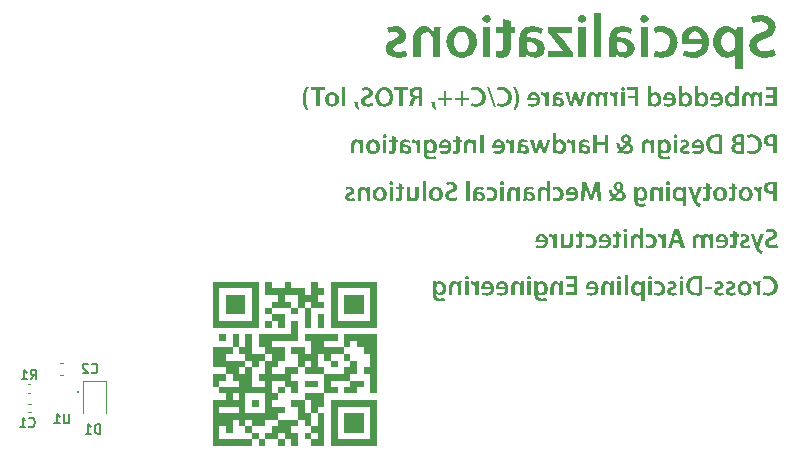
<source format=gbo>
G04 #@! TF.GenerationSoftware,KiCad,Pcbnew,8.0.4*
G04 #@! TF.CreationDate,2025-04-30T00:09:22-04:00*
G04 #@! TF.ProjectId,HDW_BUSINESS_CARD,4844575f-4255-4534-994e-4553535f4341,rev?*
G04 #@! TF.SameCoordinates,Original*
G04 #@! TF.FileFunction,Legend,Bot*
G04 #@! TF.FilePolarity,Positive*
%FSLAX46Y46*%
G04 Gerber Fmt 4.6, Leading zero omitted, Abs format (unit mm)*
G04 Created by KiCad (PCBNEW 8.0.4) date 2025-04-30 00:09:22*
%MOMM*%
%LPD*%
G01*
G04 APERTURE LIST*
%ADD10C,0.300000*%
%ADD11C,0.500000*%
%ADD12C,0.150000*%
%ADD13C,0.000000*%
%ADD14C,0.200000*%
%ADD15C,0.120000*%
G04 APERTURE END LIST*
D10*
G36*
X135402424Y-81829932D02*
G01*
X135321348Y-81869014D01*
X135230152Y-81897974D01*
X135141566Y-81916914D01*
X135047230Y-81928759D01*
X134966866Y-81932074D01*
X134856825Y-81926340D01*
X134758087Y-81909759D01*
X134670547Y-81883267D01*
X134594102Y-81847796D01*
X134509250Y-81788151D01*
X134443686Y-81716419D01*
X134397162Y-81634814D01*
X134369429Y-81545551D01*
X134360240Y-81450842D01*
X134370047Y-81349796D01*
X134399643Y-81260694D01*
X134449295Y-81182281D01*
X134519270Y-81113304D01*
X134590061Y-81064072D01*
X134674164Y-81019433D01*
X134771716Y-80978745D01*
X134863373Y-80941411D01*
X134950829Y-80898750D01*
X135023203Y-80847282D01*
X135072054Y-80769431D01*
X135078974Y-80716331D01*
X135055109Y-80630171D01*
X134989980Y-80566314D01*
X134908189Y-80534506D01*
X134814898Y-80524918D01*
X134721946Y-80530738D01*
X134630394Y-80548405D01*
X134547650Y-80575717D01*
X134493524Y-80600487D01*
X134424183Y-80364230D01*
X134504851Y-80330761D01*
X134594089Y-80306098D01*
X134686059Y-80291127D01*
X134775436Y-80284949D01*
X134807424Y-80284510D01*
X134902337Y-80289611D01*
X134989897Y-80304479D01*
X135069672Y-80328455D01*
X135163180Y-80373457D01*
X135241050Y-80431927D01*
X135302256Y-80502309D01*
X135345771Y-80583045D01*
X135370569Y-80672579D01*
X135376266Y-80744565D01*
X135364161Y-80845602D01*
X135328936Y-80934519D01*
X135272226Y-81012331D01*
X135195665Y-81080057D01*
X135121222Y-81127658D01*
X135035957Y-81169974D01*
X134940708Y-81207528D01*
X134854649Y-81241966D01*
X134773524Y-81284429D01*
X134707398Y-81338173D01*
X134663616Y-81419023D01*
X134657533Y-81472018D01*
X134676788Y-81560841D01*
X134733101Y-81629540D01*
X134811061Y-81669806D01*
X134898030Y-81687317D01*
X134948182Y-81689590D01*
X135031661Y-81684863D01*
X135125250Y-81668854D01*
X135211935Y-81643953D01*
X135298771Y-81607850D01*
X135335990Y-81587863D01*
X135402424Y-81829932D01*
G37*
G36*
X134275537Y-80736261D02*
G01*
X133849528Y-81798376D01*
X133834996Y-81855675D01*
X133851605Y-81907577D01*
X133900595Y-81984157D01*
X133958785Y-82048200D01*
X134013538Y-82090685D01*
X134085411Y-82134724D01*
X134163398Y-82166192D01*
X134182529Y-82171237D01*
X134116095Y-82416628D01*
X134027561Y-82395291D01*
X133948900Y-82362450D01*
X133874399Y-82319016D01*
X133808838Y-82269227D01*
X133746983Y-82207377D01*
X133687471Y-82130993D01*
X133640304Y-82056847D01*
X133592502Y-81968986D01*
X133555664Y-81892912D01*
X133517533Y-81807192D01*
X133477712Y-81711001D01*
X133435798Y-81603511D01*
X133406496Y-81525166D01*
X133116263Y-80736261D01*
X133428087Y-80736261D01*
X133609120Y-81354098D01*
X133634607Y-81441076D01*
X133657467Y-81527923D01*
X133670987Y-81579974D01*
X133678046Y-81579974D01*
X133700124Y-81499842D01*
X133724187Y-81419812D01*
X133744480Y-81356589D01*
X133951671Y-80736261D01*
X134275537Y-80736261D01*
G37*
G36*
X133047752Y-81851523D02*
G01*
X132966518Y-81887686D01*
X132880965Y-81912145D01*
X132797846Y-81926144D01*
X132708767Y-81931977D01*
X132695652Y-81932074D01*
X132587186Y-81925125D01*
X132492392Y-81904975D01*
X132411515Y-81872670D01*
X132330359Y-81816791D01*
X132271801Y-81745597D01*
X132236319Y-81661133D01*
X132224385Y-81565441D01*
X132235557Y-81474212D01*
X132267338Y-81395448D01*
X132320632Y-81327949D01*
X132396342Y-81270517D01*
X132477208Y-81229482D01*
X132533719Y-81207528D01*
X132617554Y-81173458D01*
X132690099Y-81132426D01*
X132735276Y-81056313D01*
X132735928Y-81042688D01*
X132703994Y-80961341D01*
X132627947Y-80922262D01*
X132573995Y-80916879D01*
X132490383Y-80925041D01*
X132407949Y-80947815D01*
X132329019Y-80984558D01*
X132269644Y-80779028D01*
X132346005Y-80746019D01*
X132432259Y-80723491D01*
X132519987Y-80711876D01*
X132578977Y-80709688D01*
X132675049Y-80716854D01*
X132760931Y-80737513D01*
X132852726Y-80780392D01*
X132925760Y-80839922D01*
X132978458Y-80913643D01*
X133009240Y-80999093D01*
X133017027Y-81074244D01*
X133003253Y-81163906D01*
X132960247Y-81247282D01*
X132898200Y-81312144D01*
X132827520Y-81360524D01*
X132738606Y-81402926D01*
X132697728Y-81418041D01*
X132617365Y-81451415D01*
X132543869Y-81498782D01*
X132508132Y-81575044D01*
X132507561Y-81589524D01*
X132536727Y-81671002D01*
X132609859Y-81712900D01*
X132693161Y-81722807D01*
X132784712Y-81713006D01*
X132865688Y-81691442D01*
X132946201Y-81658923D01*
X132988377Y-81635612D01*
X133047752Y-81851523D01*
G37*
G36*
X131937473Y-80519935D02*
G01*
X131937473Y-80736261D01*
X132101482Y-80736261D01*
X132101482Y-80955494D01*
X131937473Y-80955494D01*
X131937473Y-81508557D01*
X131933287Y-81603246D01*
X131917861Y-81695436D01*
X131886149Y-81779367D01*
X131844466Y-81836990D01*
X131776642Y-81889527D01*
X131696932Y-81920001D01*
X131612313Y-81931663D01*
X131592016Y-81932074D01*
X131503901Y-81927542D01*
X131418658Y-81913156D01*
X131380258Y-81901348D01*
X131385240Y-81679625D01*
X131468193Y-81691671D01*
X131499424Y-81692081D01*
X131583681Y-81670806D01*
X131634341Y-81598319D01*
X131648279Y-81513360D01*
X131649316Y-81474510D01*
X131649316Y-80955494D01*
X131370708Y-80955494D01*
X131370708Y-80736261D01*
X131649316Y-80736261D01*
X131649316Y-80438969D01*
X131937473Y-80519935D01*
G37*
G36*
X130771647Y-80717457D02*
G01*
X130862011Y-80739830D01*
X130942902Y-80775405D01*
X131014226Y-80822780D01*
X131075889Y-80880553D01*
X131127796Y-80947322D01*
X131169852Y-81021685D01*
X131201963Y-81102239D01*
X131224035Y-81187583D01*
X131235973Y-81276315D01*
X131238255Y-81336659D01*
X131232474Y-81435585D01*
X131215352Y-81526981D01*
X131187215Y-81610365D01*
X131148394Y-81685258D01*
X131080578Y-81771075D01*
X130995128Y-81839804D01*
X130919937Y-81879452D01*
X130835594Y-81908366D01*
X130742427Y-81926067D01*
X130640764Y-81932074D01*
X130550153Y-81928957D01*
X130465910Y-81920097D01*
X130376219Y-81903489D01*
X130285846Y-81877675D01*
X130236346Y-81858581D01*
X130279113Y-81656788D01*
X130366413Y-81683474D01*
X130452737Y-81700677D01*
X130539686Y-81709200D01*
X130600488Y-81710766D01*
X130686083Y-81703809D01*
X130779658Y-81676434D01*
X130858440Y-81627184D01*
X130917321Y-81554878D01*
X130947501Y-81476157D01*
X130957156Y-81400602D01*
X130181538Y-81400602D01*
X130172780Y-81315645D01*
X130171988Y-81276868D01*
X130176966Y-81196317D01*
X130448105Y-81196317D01*
X130957156Y-81196317D01*
X130939815Y-81112957D01*
X130901400Y-81029783D01*
X130839433Y-80960095D01*
X130765695Y-80921177D01*
X130688513Y-80909820D01*
X130593647Y-80926973D01*
X130517140Y-80981394D01*
X130471621Y-81058044D01*
X130450987Y-81141355D01*
X130448105Y-81196317D01*
X130176966Y-81196317D01*
X130178040Y-81178944D01*
X130197200Y-81080168D01*
X130230976Y-80984827D01*
X130280878Y-80897208D01*
X130348413Y-80821598D01*
X130435091Y-80762283D01*
X130513568Y-80731070D01*
X130604297Y-80713243D01*
X130671905Y-80709688D01*
X130771647Y-80717457D01*
G37*
G36*
X129936978Y-81905501D02*
G01*
X129651311Y-81905501D01*
X129651311Y-81212510D01*
X129641307Y-81128875D01*
X129637194Y-81114105D01*
X129597380Y-81040259D01*
X129532872Y-80979550D01*
X129445495Y-80949009D01*
X129425436Y-80948020D01*
X129336885Y-80968612D01*
X129274454Y-81026184D01*
X129237480Y-81114429D01*
X129226059Y-81196950D01*
X129225303Y-81227043D01*
X129225303Y-81905501D01*
X128939637Y-81905501D01*
X128939637Y-81202960D01*
X128930368Y-81120245D01*
X128925519Y-81104140D01*
X128884399Y-81030765D01*
X128821351Y-80975302D01*
X128739267Y-80948852D01*
X128720819Y-80948020D01*
X128639201Y-80964212D01*
X128571224Y-81020388D01*
X128533416Y-81099956D01*
X128516775Y-81188946D01*
X128513628Y-81258184D01*
X128513628Y-81905501D01*
X128227962Y-81905501D01*
X128227962Y-81215002D01*
X128232943Y-81116097D01*
X128247228Y-81029449D01*
X128279040Y-80932030D01*
X128323296Y-80854111D01*
X128392551Y-80782139D01*
X128473022Y-80736034D01*
X128560137Y-80713239D01*
X128613695Y-80709688D01*
X128698732Y-80716654D01*
X128779794Y-80739980D01*
X128851612Y-80779028D01*
X128917411Y-80831109D01*
X128972538Y-80895144D01*
X128991953Y-80923937D01*
X128996936Y-80923937D01*
X129039210Y-80846276D01*
X129099124Y-80783513D01*
X129174408Y-80738385D01*
X129262795Y-80713631D01*
X129318311Y-80709688D01*
X129404308Y-80717062D01*
X129490912Y-80742637D01*
X129571231Y-80789351D01*
X129631821Y-80846838D01*
X129675394Y-80907329D01*
X129682452Y-80907329D01*
X129696570Y-80736261D01*
X129946528Y-80736261D01*
X129942696Y-80824463D01*
X129939706Y-80908692D01*
X129937637Y-80999340D01*
X129936978Y-81084625D01*
X129936978Y-81905501D01*
G37*
G36*
X127534556Y-81905501D02*
G01*
X127232281Y-81905501D01*
X127094431Y-81453749D01*
X126587456Y-81453749D01*
X126442131Y-81905501D01*
X126125739Y-81905501D01*
X126345711Y-81232440D01*
X126634790Y-81232440D01*
X127046681Y-81232440D01*
X126922948Y-80840480D01*
X126900923Y-80758399D01*
X126879175Y-80672951D01*
X126857981Y-80588844D01*
X126846549Y-80544433D01*
X126841981Y-80544433D01*
X126821366Y-80625422D01*
X126799235Y-80710328D01*
X126775257Y-80795381D01*
X126761015Y-80841310D01*
X126634790Y-81232440D01*
X126345711Y-81232440D01*
X126646831Y-80311083D01*
X127020523Y-80311083D01*
X127534556Y-81905501D01*
G37*
G36*
X125926022Y-81905501D02*
G01*
X125633297Y-81905501D01*
X125633297Y-81308009D01*
X125628586Y-81223004D01*
X125626238Y-81207528D01*
X125599141Y-81126035D01*
X125545541Y-81052548D01*
X125470561Y-81003862D01*
X125389679Y-80984759D01*
X125364239Y-80983728D01*
X125281121Y-80989886D01*
X125276214Y-80990787D01*
X125276214Y-80736261D01*
X125345139Y-80709688D01*
X125428424Y-80721616D01*
X125508921Y-80757193D01*
X125581104Y-80816106D01*
X125632167Y-80884939D01*
X125664438Y-80955078D01*
X125671496Y-80955078D01*
X125683122Y-80736261D01*
X125935572Y-80736261D01*
X125930654Y-80827036D01*
X125927878Y-80915838D01*
X125926521Y-81002166D01*
X125926029Y-81098568D01*
X125926022Y-81113274D01*
X125926022Y-81905501D01*
G37*
G36*
X124288838Y-81655542D02*
G01*
X124367507Y-81682379D01*
X124449642Y-81697466D01*
X124519696Y-81701216D01*
X124609775Y-81691248D01*
X124690716Y-81661856D01*
X124760009Y-81613811D01*
X124815146Y-81547883D01*
X124853617Y-81464841D01*
X124872915Y-81365454D01*
X124874703Y-81321296D01*
X124865933Y-81224126D01*
X124838362Y-81136832D01*
X124793015Y-81062114D01*
X124730919Y-81002669D01*
X124653101Y-80961197D01*
X124560587Y-80940397D01*
X124519696Y-80938470D01*
X124431620Y-80944225D01*
X124349800Y-80963014D01*
X124298387Y-80984558D01*
X124246071Y-80762835D01*
X124328218Y-80735404D01*
X124410197Y-80718840D01*
X124499099Y-80710307D01*
X124529246Y-80709688D01*
X124639282Y-80716650D01*
X124740047Y-80736926D01*
X124831200Y-80769595D01*
X124912404Y-80813737D01*
X124983319Y-80868433D01*
X125043607Y-80932764D01*
X125092930Y-81005809D01*
X125130948Y-81086649D01*
X125157322Y-81174364D01*
X125171715Y-81268035D01*
X125174487Y-81333337D01*
X125168359Y-81432633D01*
X125150338Y-81524428D01*
X125120968Y-81608227D01*
X125080794Y-81683534D01*
X125030358Y-81749857D01*
X124948089Y-81823453D01*
X124875826Y-81866885D01*
X124795116Y-81899683D01*
X124706502Y-81921351D01*
X124610528Y-81931395D01*
X124576995Y-81932074D01*
X124485453Y-81928007D01*
X124403041Y-81917178D01*
X124314067Y-81896635D01*
X124248562Y-81872699D01*
X124288838Y-81655542D01*
G37*
G36*
X124032651Y-81905501D02*
G01*
X123739926Y-81905501D01*
X123739926Y-81202960D01*
X123729594Y-81119071D01*
X123727885Y-81114105D01*
X123683198Y-81036027D01*
X123613195Y-80977032D01*
X123530744Y-80949992D01*
X123499518Y-80948020D01*
X123407215Y-80965716D01*
X123333827Y-81024237D01*
X123295009Y-81102483D01*
X123278693Y-81185052D01*
X123275718Y-81246143D01*
X123275718Y-81905501D01*
X122982993Y-81905501D01*
X122982993Y-81215002D01*
X122988278Y-81116097D01*
X123003417Y-81029449D01*
X123037079Y-80932030D01*
X123083816Y-80854111D01*
X123156754Y-80782139D01*
X123241191Y-80736034D01*
X123332166Y-80713239D01*
X123387826Y-80709688D01*
X123474949Y-80718838D01*
X123555623Y-80745064D01*
X123590034Y-80762420D01*
X123662267Y-80810675D01*
X123721298Y-80873116D01*
X123735359Y-80893212D01*
X123739926Y-80893212D01*
X123739926Y-80204789D01*
X124032651Y-80204789D01*
X124032651Y-81905501D01*
G37*
G36*
X122379689Y-81905501D02*
G01*
X122379689Y-80736261D01*
X122672414Y-80736261D01*
X122672414Y-81905501D01*
X122379689Y-81905501D01*
G37*
G36*
X122525013Y-80257936D02*
G01*
X122606290Y-80276781D01*
X122666906Y-80333911D01*
X122689023Y-80417793D01*
X122667570Y-80498668D01*
X122601024Y-80559071D01*
X122527090Y-80574743D01*
X122443212Y-80555569D01*
X122382324Y-80498668D01*
X122360589Y-80417793D01*
X122383346Y-80333911D01*
X122450119Y-80273319D01*
X122525013Y-80257936D01*
G37*
G36*
X122017208Y-80519935D02*
G01*
X122017208Y-80736261D01*
X122181217Y-80736261D01*
X122181217Y-80955494D01*
X122017208Y-80955494D01*
X122017208Y-81508557D01*
X122013021Y-81603246D01*
X121997596Y-81695436D01*
X121965884Y-81779367D01*
X121924200Y-81836990D01*
X121856377Y-81889527D01*
X121776667Y-81920001D01*
X121692048Y-81931663D01*
X121671751Y-81932074D01*
X121583636Y-81927542D01*
X121498393Y-81913156D01*
X121459993Y-81901348D01*
X121464975Y-81679625D01*
X121547928Y-81691671D01*
X121579159Y-81692081D01*
X121663416Y-81670806D01*
X121714075Y-81598319D01*
X121728014Y-81513360D01*
X121729050Y-81474510D01*
X121729050Y-80955494D01*
X121450443Y-80955494D01*
X121450443Y-80736261D01*
X121729050Y-80736261D01*
X121729050Y-80438969D01*
X122017208Y-80519935D01*
G37*
G36*
X120851382Y-80717457D02*
G01*
X120941746Y-80739830D01*
X121022637Y-80775405D01*
X121093961Y-80822780D01*
X121155624Y-80880553D01*
X121207530Y-80947322D01*
X121249586Y-81021685D01*
X121281698Y-81102239D01*
X121303769Y-81187583D01*
X121315707Y-81276315D01*
X121317990Y-81336659D01*
X121312209Y-81435585D01*
X121295087Y-81526981D01*
X121266950Y-81610365D01*
X121228129Y-81685258D01*
X121160313Y-81771075D01*
X121074863Y-81839804D01*
X120999672Y-81879452D01*
X120915329Y-81908366D01*
X120822162Y-81926067D01*
X120720498Y-81932074D01*
X120629888Y-81928957D01*
X120545644Y-81920097D01*
X120455954Y-81903489D01*
X120365581Y-81877675D01*
X120316081Y-81858581D01*
X120358848Y-81656788D01*
X120446148Y-81683474D01*
X120532472Y-81700677D01*
X120619421Y-81709200D01*
X120680223Y-81710766D01*
X120765818Y-81703809D01*
X120859393Y-81676434D01*
X120938175Y-81627184D01*
X120997055Y-81554878D01*
X121027236Y-81476157D01*
X121036891Y-81400602D01*
X120261273Y-81400602D01*
X120252515Y-81315645D01*
X120251723Y-81276868D01*
X120256701Y-81196317D01*
X120527840Y-81196317D01*
X121036891Y-81196317D01*
X121019550Y-81112957D01*
X120981134Y-81029783D01*
X120919167Y-80960095D01*
X120845430Y-80921177D01*
X120768248Y-80909820D01*
X120673382Y-80926973D01*
X120596875Y-80981394D01*
X120551356Y-81058044D01*
X120530722Y-81141355D01*
X120527840Y-81196317D01*
X120256701Y-81196317D01*
X120257775Y-81178944D01*
X120276934Y-81080168D01*
X120310711Y-80984827D01*
X120360613Y-80897208D01*
X120428148Y-80821598D01*
X120514825Y-80762283D01*
X120593303Y-80731070D01*
X120684032Y-80713243D01*
X120751639Y-80709688D01*
X120851382Y-80717457D01*
G37*
G36*
X119204972Y-81655542D02*
G01*
X119283641Y-81682379D01*
X119365776Y-81697466D01*
X119435830Y-81701216D01*
X119525909Y-81691248D01*
X119606850Y-81661856D01*
X119676143Y-81613811D01*
X119731280Y-81547883D01*
X119769751Y-81464841D01*
X119789049Y-81365454D01*
X119790837Y-81321296D01*
X119782067Y-81224126D01*
X119754496Y-81136832D01*
X119709149Y-81062114D01*
X119647053Y-81002669D01*
X119569235Y-80961197D01*
X119476721Y-80940397D01*
X119435830Y-80938470D01*
X119347754Y-80944225D01*
X119265934Y-80963014D01*
X119214521Y-80984558D01*
X119162205Y-80762835D01*
X119244352Y-80735404D01*
X119326331Y-80718840D01*
X119415233Y-80710307D01*
X119445380Y-80709688D01*
X119555416Y-80716650D01*
X119656181Y-80736926D01*
X119747334Y-80769595D01*
X119828538Y-80813737D01*
X119899453Y-80868433D01*
X119959741Y-80932764D01*
X120009064Y-81005809D01*
X120047082Y-81086649D01*
X120073456Y-81174364D01*
X120087849Y-81268035D01*
X120090621Y-81333337D01*
X120084493Y-81432633D01*
X120066472Y-81524428D01*
X120037102Y-81608227D01*
X119996928Y-81683534D01*
X119946492Y-81749857D01*
X119864223Y-81823453D01*
X119791960Y-81866885D01*
X119711250Y-81899683D01*
X119622636Y-81921351D01*
X119526662Y-81931395D01*
X119493129Y-81932074D01*
X119401587Y-81928007D01*
X119319175Y-81917178D01*
X119230201Y-81896635D01*
X119164696Y-81872699D01*
X119204972Y-81655542D01*
G37*
G36*
X118864912Y-80519935D02*
G01*
X118864912Y-80736261D01*
X119028921Y-80736261D01*
X119028921Y-80955494D01*
X118864912Y-80955494D01*
X118864912Y-81508557D01*
X118860726Y-81603246D01*
X118845300Y-81695436D01*
X118813588Y-81779367D01*
X118771905Y-81836990D01*
X118704081Y-81889527D01*
X118624371Y-81920001D01*
X118539752Y-81931663D01*
X118519455Y-81932074D01*
X118431340Y-81927542D01*
X118346097Y-81913156D01*
X118307697Y-81901348D01*
X118312679Y-81679625D01*
X118395632Y-81691671D01*
X118426863Y-81692081D01*
X118511120Y-81670806D01*
X118561780Y-81598319D01*
X118575718Y-81513360D01*
X118576755Y-81474510D01*
X118576755Y-80955494D01*
X118298147Y-80955494D01*
X118298147Y-80736261D01*
X118576755Y-80736261D01*
X118576755Y-80438969D01*
X118864912Y-80519935D01*
G37*
G36*
X117039221Y-80736261D02*
G01*
X117331946Y-80736261D01*
X117331946Y-81443784D01*
X117344384Y-81526085D01*
X117348555Y-81535546D01*
X117394711Y-81613002D01*
X117464941Y-81668686D01*
X117550518Y-81693220D01*
X117572355Y-81694157D01*
X117660799Y-81676790D01*
X117731881Y-81617419D01*
X117769937Y-81534751D01*
X117786118Y-81443813D01*
X117789096Y-81374028D01*
X117789096Y-80736261D01*
X118081821Y-80736261D01*
X118081821Y-81424684D01*
X118076876Y-81525367D01*
X118062624Y-81613204D01*
X118030654Y-81711449D01*
X117985766Y-81789523D01*
X117914647Y-81861070D01*
X117830630Y-81906454D01*
X117737763Y-81928650D01*
X117679480Y-81932074D01*
X117588067Y-81923974D01*
X117495833Y-81896336D01*
X117421486Y-81855000D01*
X117355711Y-81797720D01*
X117305788Y-81732357D01*
X117298729Y-81732357D01*
X117284197Y-81905501D01*
X117029672Y-81905501D01*
X117033504Y-81819920D01*
X117036493Y-81735657D01*
X117038563Y-81643155D01*
X117039221Y-81555061D01*
X117039221Y-80736261D01*
G37*
G36*
X116723244Y-81905501D02*
G01*
X116430519Y-81905501D01*
X116430519Y-81308009D01*
X116425808Y-81223004D01*
X116423461Y-81207528D01*
X116396364Y-81126035D01*
X116342764Y-81052548D01*
X116267784Y-81003862D01*
X116186902Y-80984759D01*
X116161461Y-80983728D01*
X116078343Y-80989886D01*
X116073436Y-80990787D01*
X116073436Y-80736261D01*
X116142362Y-80709688D01*
X116225646Y-80721616D01*
X116306144Y-80757193D01*
X116378327Y-80816106D01*
X116429389Y-80884939D01*
X116461660Y-80955078D01*
X116468719Y-80955078D01*
X116480345Y-80736261D01*
X116732794Y-80736261D01*
X116727876Y-80827036D01*
X116725100Y-80915838D01*
X116723744Y-81002166D01*
X116723252Y-81098568D01*
X116723244Y-81113274D01*
X116723244Y-81905501D01*
G37*
G36*
X115505101Y-80717457D02*
G01*
X115595465Y-80739830D01*
X115676357Y-80775405D01*
X115747681Y-80822780D01*
X115809343Y-80880553D01*
X115861250Y-80947322D01*
X115903306Y-81021685D01*
X115935417Y-81102239D01*
X115957489Y-81187583D01*
X115969427Y-81276315D01*
X115971709Y-81336659D01*
X115965929Y-81435585D01*
X115948806Y-81526981D01*
X115920670Y-81610365D01*
X115881848Y-81685258D01*
X115814032Y-81771075D01*
X115728583Y-81839804D01*
X115653392Y-81879452D01*
X115569048Y-81908366D01*
X115475881Y-81926067D01*
X115374218Y-81932074D01*
X115283608Y-81928957D01*
X115199364Y-81920097D01*
X115109673Y-81903489D01*
X115019301Y-81877675D01*
X114969801Y-81858581D01*
X115012568Y-81656788D01*
X115099867Y-81683474D01*
X115186192Y-81700677D01*
X115273140Y-81709200D01*
X115333942Y-81710766D01*
X115419537Y-81703809D01*
X115513112Y-81676434D01*
X115591894Y-81627184D01*
X115650775Y-81554878D01*
X115680956Y-81476157D01*
X115690610Y-81400602D01*
X114914993Y-81400602D01*
X114906234Y-81315645D01*
X114905443Y-81276868D01*
X114910420Y-81196317D01*
X115181559Y-81196317D01*
X115690610Y-81196317D01*
X115673269Y-81112957D01*
X115634854Y-81029783D01*
X115572887Y-80960095D01*
X115499149Y-80921177D01*
X115421967Y-80909820D01*
X115327101Y-80926973D01*
X115250595Y-80981394D01*
X115205075Y-81058044D01*
X115184442Y-81141355D01*
X115181559Y-81196317D01*
X114910420Y-81196317D01*
X114911494Y-81178944D01*
X114930654Y-81080168D01*
X114964430Y-80984827D01*
X115014332Y-80897208D01*
X115081868Y-80821598D01*
X115168545Y-80762283D01*
X115247022Y-80731070D01*
X115337752Y-80713243D01*
X115405359Y-80709688D01*
X115505101Y-80717457D01*
G37*
G36*
X134229033Y-85630630D02*
G01*
X134314546Y-85658262D01*
X134406119Y-85676355D01*
X134493321Y-85685421D01*
X134548332Y-85687099D01*
X134644063Y-85681318D01*
X134731619Y-85664280D01*
X134810729Y-85636444D01*
X134902602Y-85583322D01*
X134978334Y-85512901D01*
X135037285Y-85426266D01*
X135078811Y-85324502D01*
X135098135Y-85238903D01*
X135107025Y-85145863D01*
X135107623Y-85113274D01*
X135101525Y-85010364D01*
X135083710Y-84917050D01*
X135054900Y-84833446D01*
X135015813Y-84759669D01*
X134948960Y-84676782D01*
X134866828Y-84611840D01*
X134771126Y-84565116D01*
X134663561Y-84536881D01*
X134576129Y-84528003D01*
X134545840Y-84527409D01*
X134452294Y-84532340D01*
X134368285Y-84545678D01*
X134285998Y-84568021D01*
X134231524Y-84588861D01*
X134169658Y-84337657D01*
X134257179Y-84317602D01*
X134338900Y-84302103D01*
X134423943Y-84291062D01*
X134522014Y-84284970D01*
X134557466Y-84284510D01*
X134647929Y-84288214D01*
X134735186Y-84299218D01*
X134818876Y-84317356D01*
X134898635Y-84342464D01*
X135010109Y-84392834D01*
X135110695Y-84457957D01*
X135199169Y-84537279D01*
X135274305Y-84630243D01*
X135334877Y-84736293D01*
X135366562Y-84813987D01*
X135390867Y-84897086D01*
X135407428Y-84985423D01*
X135415883Y-85078835D01*
X135416957Y-85127392D01*
X135413359Y-85216623D01*
X135402670Y-85301684D01*
X135373694Y-85420978D01*
X135329664Y-85529657D01*
X135271122Y-85626984D01*
X135198607Y-85712219D01*
X135112658Y-85784623D01*
X135013817Y-85843456D01*
X134902621Y-85887981D01*
X134821895Y-85909349D01*
X134736078Y-85923811D01*
X134645330Y-85931147D01*
X134598157Y-85932074D01*
X134509968Y-85929468D01*
X134413722Y-85920400D01*
X134329448Y-85906433D01*
X134248405Y-85886180D01*
X134181699Y-85861073D01*
X134229033Y-85630630D01*
G37*
G36*
X133951256Y-85905501D02*
G01*
X133658531Y-85905501D01*
X133658531Y-85308009D01*
X133653819Y-85223004D01*
X133651472Y-85207528D01*
X133624375Y-85126035D01*
X133570775Y-85052548D01*
X133495795Y-85003862D01*
X133414913Y-84984759D01*
X133389473Y-84983728D01*
X133306355Y-84989886D01*
X133301448Y-84990787D01*
X133301448Y-84736261D01*
X133370373Y-84709688D01*
X133453657Y-84721616D01*
X133534155Y-84757193D01*
X133606338Y-84816106D01*
X133657401Y-84884939D01*
X133689672Y-84955078D01*
X133696730Y-84955078D01*
X133708356Y-84736261D01*
X133960806Y-84736261D01*
X133955887Y-84827036D01*
X133953112Y-84915838D01*
X133951755Y-85002166D01*
X133951263Y-85098568D01*
X133951256Y-85113274D01*
X133951256Y-85905501D01*
G37*
G36*
X132695420Y-84715784D02*
G01*
X132785085Y-84733806D01*
X132867990Y-84763350D01*
X132943395Y-84804015D01*
X133010560Y-84855398D01*
X133068742Y-84917097D01*
X133117201Y-84988709D01*
X133155195Y-85069833D01*
X133181985Y-85160065D01*
X133196828Y-85259003D01*
X133199720Y-85329600D01*
X133193150Y-85431962D01*
X133174045Y-85525816D01*
X133143314Y-85610821D01*
X133101867Y-85686636D01*
X133050614Y-85752922D01*
X132968593Y-85825888D01*
X132872910Y-85880499D01*
X132793479Y-85908925D01*
X132708485Y-85926230D01*
X132618838Y-85932074D01*
X132535938Y-85927018D01*
X132454303Y-85911678D01*
X132350022Y-85874790D01*
X132277187Y-85834467D01*
X132210631Y-85783013D01*
X132151860Y-85720173D01*
X132102377Y-85645692D01*
X132063687Y-85559316D01*
X132037296Y-85460791D01*
X132024707Y-85349862D01*
X132024001Y-85317559D01*
X132326113Y-85317559D01*
X132331451Y-85403412D01*
X132352313Y-85499280D01*
X132387511Y-85580523D01*
X132446520Y-85655832D01*
X132521327Y-85703606D01*
X132609288Y-85720316D01*
X132701255Y-85703031D01*
X132777828Y-85654212D01*
X132837105Y-85578405D01*
X132871913Y-85497900D01*
X132892284Y-85404445D01*
X132897445Y-85322126D01*
X132891179Y-85230740D01*
X132871766Y-85142818D01*
X132838283Y-85063281D01*
X132778236Y-84985837D01*
X132695008Y-84936064D01*
X132606796Y-84921861D01*
X132521732Y-84936483D01*
X132441399Y-84987293D01*
X132383376Y-85065397D01*
X132350986Y-85144461D01*
X132332187Y-85230353D01*
X132326113Y-85317559D01*
X132024001Y-85317559D01*
X132023838Y-85310085D01*
X132029829Y-85212762D01*
X132047417Y-85122079D01*
X132076026Y-85038676D01*
X132115078Y-84963194D01*
X132182397Y-84875980D01*
X132265890Y-84805504D01*
X132338301Y-84764545D01*
X132418464Y-84734496D01*
X132505802Y-84715996D01*
X132599738Y-84709688D01*
X132695420Y-84715784D01*
G37*
G36*
X131855261Y-85851523D02*
G01*
X131774027Y-85887686D01*
X131688474Y-85912145D01*
X131605355Y-85926144D01*
X131516276Y-85931977D01*
X131503161Y-85932074D01*
X131394694Y-85925125D01*
X131299901Y-85904975D01*
X131219024Y-85872670D01*
X131137867Y-85816791D01*
X131079310Y-85745597D01*
X131043827Y-85661133D01*
X131031894Y-85565441D01*
X131043066Y-85474212D01*
X131074847Y-85395448D01*
X131128141Y-85327949D01*
X131203851Y-85270517D01*
X131284717Y-85229482D01*
X131341228Y-85207528D01*
X131425063Y-85173458D01*
X131497607Y-85132426D01*
X131542785Y-85056313D01*
X131543436Y-85042688D01*
X131511503Y-84961341D01*
X131435456Y-84922262D01*
X131381503Y-84916879D01*
X131297892Y-84925041D01*
X131215458Y-84947815D01*
X131136528Y-84984558D01*
X131077152Y-84779028D01*
X131153514Y-84746019D01*
X131239768Y-84723491D01*
X131327495Y-84711876D01*
X131386486Y-84709688D01*
X131482557Y-84716854D01*
X131568440Y-84737513D01*
X131660234Y-84780392D01*
X131733269Y-84839922D01*
X131785966Y-84913643D01*
X131816749Y-84999093D01*
X131824535Y-85074244D01*
X131810762Y-85163906D01*
X131767756Y-85247282D01*
X131705709Y-85312144D01*
X131635028Y-85360524D01*
X131546114Y-85402926D01*
X131505237Y-85418041D01*
X131424874Y-85451415D01*
X131351377Y-85498782D01*
X131315640Y-85575044D01*
X131315069Y-85589524D01*
X131344236Y-85671002D01*
X131417367Y-85712900D01*
X131500669Y-85722807D01*
X131592221Y-85713006D01*
X131673197Y-85691442D01*
X131753710Y-85658923D01*
X131795886Y-85635612D01*
X131855261Y-85851523D01*
G37*
G36*
X130863733Y-85851523D02*
G01*
X130782499Y-85887686D01*
X130696945Y-85912145D01*
X130613827Y-85926144D01*
X130524747Y-85931977D01*
X130511632Y-85932074D01*
X130403166Y-85925125D01*
X130308373Y-85904975D01*
X130227495Y-85872670D01*
X130146339Y-85816791D01*
X130087782Y-85745597D01*
X130052299Y-85661133D01*
X130040366Y-85565441D01*
X130051537Y-85474212D01*
X130083318Y-85395448D01*
X130136612Y-85327949D01*
X130212322Y-85270517D01*
X130293189Y-85229482D01*
X130349699Y-85207528D01*
X130433534Y-85173458D01*
X130506079Y-85132426D01*
X130551257Y-85056313D01*
X130551908Y-85042688D01*
X130519974Y-84961341D01*
X130443928Y-84922262D01*
X130389975Y-84916879D01*
X130306364Y-84925041D01*
X130223930Y-84947815D01*
X130145000Y-84984558D01*
X130085624Y-84779028D01*
X130161985Y-84746019D01*
X130248240Y-84723491D01*
X130335967Y-84711876D01*
X130394958Y-84709688D01*
X130491029Y-84716854D01*
X130576912Y-84737513D01*
X130668706Y-84780392D01*
X130741741Y-84839922D01*
X130794438Y-84913643D01*
X130825220Y-84999093D01*
X130833007Y-85074244D01*
X130819234Y-85163906D01*
X130776228Y-85247282D01*
X130714181Y-85312144D01*
X130643500Y-85360524D01*
X130554586Y-85402926D01*
X130513709Y-85418041D01*
X130433346Y-85451415D01*
X130359849Y-85498782D01*
X130324112Y-85575044D01*
X130323541Y-85589524D01*
X130352708Y-85671002D01*
X130425839Y-85712900D01*
X130509141Y-85722807D01*
X130600693Y-85713006D01*
X130681669Y-85691442D01*
X130762181Y-85658923D01*
X130804357Y-85635612D01*
X130863733Y-85851523D01*
G37*
G36*
X129886737Y-85171819D02*
G01*
X129886737Y-85374028D01*
X129279696Y-85374028D01*
X129279696Y-85171819D01*
X129886737Y-85171819D01*
G37*
G36*
X128669691Y-84285977D02*
G01*
X128762739Y-84290115D01*
X128851791Y-84296530D01*
X128936075Y-84304829D01*
X129027351Y-84316365D01*
X129039703Y-84318142D01*
X129039703Y-85910898D01*
X128949861Y-85920230D01*
X128856684Y-85926694D01*
X128764105Y-85930459D01*
X128676047Y-85931969D01*
X128644836Y-85932074D01*
X128558677Y-85930138D01*
X128475726Y-85924334D01*
X128370440Y-85910594D01*
X128271632Y-85890012D01*
X128179746Y-85862609D01*
X128095224Y-85828404D01*
X128018509Y-85787415D01*
X127950044Y-85739663D01*
X127919043Y-85713257D01*
X127851791Y-85642350D01*
X127793546Y-85560397D01*
X127754094Y-85486854D01*
X127721533Y-85406199D01*
X127696367Y-85318409D01*
X127679095Y-85223468D01*
X127670218Y-85121354D01*
X127669286Y-85077151D01*
X127978419Y-85077151D01*
X127984316Y-85187874D01*
X128001776Y-85288061D01*
X128030450Y-85377619D01*
X128069988Y-85456455D01*
X128120041Y-85524477D01*
X128202534Y-85598193D01*
X128275767Y-85640623D01*
X128358352Y-85671932D01*
X128449940Y-85692027D01*
X128550183Y-85700815D01*
X128585460Y-85701216D01*
X128673381Y-85700333D01*
X128746978Y-85694157D01*
X128746978Y-84529900D01*
X128659541Y-84517474D01*
X128572563Y-84513474D01*
X128547260Y-84513292D01*
X128448452Y-84518707D01*
X128358407Y-84534764D01*
X128277348Y-84561175D01*
X128183637Y-84612006D01*
X128106830Y-84680063D01*
X128047459Y-84764670D01*
X128006054Y-84865150D01*
X127987108Y-84950520D01*
X127978791Y-85044153D01*
X127978419Y-85077151D01*
X127669286Y-85077151D01*
X127669085Y-85067601D01*
X127673478Y-84968239D01*
X127686395Y-84876214D01*
X127707447Y-84791390D01*
X127744610Y-84695280D01*
X127793117Y-84609944D01*
X127852207Y-84535114D01*
X127921120Y-84470525D01*
X127994720Y-84417029D01*
X128077528Y-84372554D01*
X128170417Y-84337118D01*
X128252574Y-84315291D01*
X128342190Y-84299271D01*
X128439714Y-84289068D01*
X128545592Y-84284692D01*
X128573419Y-84284510D01*
X128669691Y-84285977D01*
G37*
G36*
X127126402Y-85905501D02*
G01*
X127126402Y-84736261D01*
X127419127Y-84736261D01*
X127419127Y-85905501D01*
X127126402Y-85905501D01*
G37*
G36*
X127271727Y-84257936D02*
G01*
X127353003Y-84276781D01*
X127413619Y-84333911D01*
X127435736Y-84417793D01*
X127414283Y-84498668D01*
X127347737Y-84559071D01*
X127273803Y-84574743D01*
X127189925Y-84555569D01*
X127129037Y-84498668D01*
X127107302Y-84417793D01*
X127130059Y-84333911D01*
X127196832Y-84273319D01*
X127271727Y-84257936D01*
G37*
G36*
X126882672Y-85851523D02*
G01*
X126801438Y-85887686D01*
X126715885Y-85912145D01*
X126632766Y-85926144D01*
X126543687Y-85931977D01*
X126530572Y-85932074D01*
X126422105Y-85925125D01*
X126327312Y-85904975D01*
X126246435Y-85872670D01*
X126165278Y-85816791D01*
X126106721Y-85745597D01*
X126071238Y-85661133D01*
X126059305Y-85565441D01*
X126070477Y-85474212D01*
X126102258Y-85395448D01*
X126155552Y-85327949D01*
X126231262Y-85270517D01*
X126312128Y-85229482D01*
X126368639Y-85207528D01*
X126452474Y-85173458D01*
X126525018Y-85132426D01*
X126570196Y-85056313D01*
X126570847Y-85042688D01*
X126538914Y-84961341D01*
X126462867Y-84922262D01*
X126408914Y-84916879D01*
X126325303Y-84925041D01*
X126242869Y-84947815D01*
X126163939Y-84984558D01*
X126104563Y-84779028D01*
X126180925Y-84746019D01*
X126267179Y-84723491D01*
X126354906Y-84711876D01*
X126413897Y-84709688D01*
X126509968Y-84716854D01*
X126595851Y-84737513D01*
X126687645Y-84780392D01*
X126760680Y-84839922D01*
X126813377Y-84913643D01*
X126844160Y-84999093D01*
X126851946Y-85074244D01*
X126838173Y-85163906D01*
X126795167Y-85247282D01*
X126733120Y-85312144D01*
X126662439Y-85360524D01*
X126573525Y-85402926D01*
X126532648Y-85418041D01*
X126452285Y-85451415D01*
X126378788Y-85498782D01*
X126343051Y-85575044D01*
X126342480Y-85589524D01*
X126371647Y-85671002D01*
X126444778Y-85712900D01*
X126528080Y-85722807D01*
X126619632Y-85713006D01*
X126700608Y-85691442D01*
X126781121Y-85658923D01*
X126823297Y-85635612D01*
X126882672Y-85851523D01*
G37*
G36*
X125007986Y-85655542D02*
G01*
X125086655Y-85682379D01*
X125168790Y-85697466D01*
X125238845Y-85701216D01*
X125328924Y-85691248D01*
X125409864Y-85661856D01*
X125479158Y-85613811D01*
X125534294Y-85547883D01*
X125572766Y-85464841D01*
X125592063Y-85365454D01*
X125593852Y-85321296D01*
X125585082Y-85224126D01*
X125557510Y-85136832D01*
X125512164Y-85062114D01*
X125450068Y-85002669D01*
X125372250Y-84961197D01*
X125279735Y-84940397D01*
X125238845Y-84938470D01*
X125150768Y-84944225D01*
X125068949Y-84963014D01*
X125017536Y-84984558D01*
X124965219Y-84762835D01*
X125047366Y-84735404D01*
X125129346Y-84718840D01*
X125218247Y-84710307D01*
X125248394Y-84709688D01*
X125358431Y-84716650D01*
X125459195Y-84736926D01*
X125550349Y-84769595D01*
X125631552Y-84813737D01*
X125702468Y-84868433D01*
X125762756Y-84932764D01*
X125812078Y-85005809D01*
X125850096Y-85086649D01*
X125876471Y-85174364D01*
X125890864Y-85268035D01*
X125893635Y-85333337D01*
X125887507Y-85432633D01*
X125869487Y-85524428D01*
X125840117Y-85608227D01*
X125799942Y-85683534D01*
X125749507Y-85749857D01*
X125667238Y-85823453D01*
X125594975Y-85866885D01*
X125514265Y-85899683D01*
X125425651Y-85921351D01*
X125329677Y-85931395D01*
X125296144Y-85932074D01*
X125204601Y-85928007D01*
X125122190Y-85917178D01*
X125033216Y-85896635D01*
X124967711Y-85872699D01*
X125007986Y-85655542D01*
G37*
G36*
X124459075Y-85905501D02*
G01*
X124459075Y-84736261D01*
X124751800Y-84736261D01*
X124751800Y-85905501D01*
X124459075Y-85905501D01*
G37*
G36*
X124604399Y-84257936D02*
G01*
X124685676Y-84276781D01*
X124746292Y-84333911D01*
X124768408Y-84417793D01*
X124746956Y-84498668D01*
X124680410Y-84559071D01*
X124606475Y-84574743D01*
X124522598Y-84555569D01*
X124461710Y-84498668D01*
X124439975Y-84417793D01*
X124462732Y-84333911D01*
X124529504Y-84273319D01*
X124604399Y-84257936D01*
G37*
G36*
X123574718Y-84717370D02*
G01*
X123660543Y-84739970D01*
X123737084Y-84776812D01*
X123803947Y-84827225D01*
X123860738Y-84890535D01*
X123877362Y-84914387D01*
X123882344Y-84914387D01*
X123896461Y-84736261D01*
X124153478Y-84736261D01*
X124150059Y-84822288D01*
X124146991Y-84915010D01*
X124144991Y-85002736D01*
X124143985Y-85097600D01*
X124143928Y-85126146D01*
X124143928Y-86383826D01*
X123851203Y-86383826D01*
X123851203Y-85777615D01*
X123846636Y-85777615D01*
X123790855Y-85840812D01*
X123715532Y-85889567D01*
X123636350Y-85918086D01*
X123547236Y-85931357D01*
X123520279Y-85932074D01*
X123421766Y-85922557D01*
X123326348Y-85893849D01*
X123237120Y-85845716D01*
X123157175Y-85777926D01*
X123089609Y-85690245D01*
X123048919Y-85611290D01*
X123018239Y-85520916D01*
X122998873Y-85419025D01*
X122992844Y-85317559D01*
X123289420Y-85317559D01*
X123294493Y-85400778D01*
X123314685Y-85493482D01*
X123349548Y-85571850D01*
X123409666Y-85644320D01*
X123488472Y-85690187D01*
X123584637Y-85706198D01*
X123674057Y-85690751D01*
X123750047Y-85647705D01*
X123808209Y-85582004D01*
X123844145Y-85498592D01*
X123851203Y-85416380D01*
X123851203Y-85237008D01*
X123841653Y-85160609D01*
X123810563Y-85081454D01*
X123752241Y-85009323D01*
X123676101Y-84961074D01*
X123588915Y-84941221D01*
X123577578Y-84940961D01*
X123481140Y-84957925D01*
X123403746Y-85005379D01*
X123345872Y-85078167D01*
X123312899Y-85154455D01*
X123294087Y-85241771D01*
X123289420Y-85317559D01*
X122992844Y-85317559D01*
X122992128Y-85305518D01*
X122997818Y-85206006D01*
X123014309Y-85114233D01*
X123040729Y-85030646D01*
X123089898Y-84932705D01*
X123153110Y-84851173D01*
X123228301Y-84787112D01*
X123313408Y-84741583D01*
X123406370Y-84715645D01*
X123480003Y-84709688D01*
X123574718Y-84717370D01*
G37*
G36*
X122752135Y-85905501D02*
G01*
X122459410Y-85905501D01*
X122459410Y-84204789D01*
X122752135Y-84204789D01*
X122752135Y-85905501D01*
G37*
G36*
X121848217Y-85905501D02*
G01*
X121848217Y-84736261D01*
X122140942Y-84736261D01*
X122140942Y-85905501D01*
X121848217Y-85905501D01*
G37*
G36*
X121993541Y-84257936D02*
G01*
X122074817Y-84276781D01*
X122135433Y-84333911D01*
X122157550Y-84417793D01*
X122136097Y-84498668D01*
X122069552Y-84559071D01*
X121995617Y-84574743D01*
X121911739Y-84555569D01*
X121850852Y-84498668D01*
X121829117Y-84417793D01*
X121851874Y-84333911D01*
X121918646Y-84273319D01*
X121993541Y-84257936D01*
G37*
G36*
X121533070Y-85905501D02*
G01*
X121240345Y-85905501D01*
X121240345Y-85215002D01*
X121229576Y-85130730D01*
X121226228Y-85121163D01*
X121182867Y-85041632D01*
X121121017Y-84984407D01*
X121039497Y-84951815D01*
X120997445Y-84948020D01*
X120906445Y-84965415D01*
X120833872Y-85023150D01*
X120795352Y-85100704D01*
X120779107Y-85182946D01*
X120776137Y-85244066D01*
X120776137Y-85905501D01*
X120483412Y-85905501D01*
X120483412Y-85210019D01*
X120488762Y-85112388D01*
X120504095Y-85026776D01*
X120538215Y-84930411D01*
X120585631Y-84853224D01*
X120659721Y-84781805D01*
X120745638Y-84735956D01*
X120838414Y-84713235D01*
X120895303Y-84709688D01*
X120980718Y-84717225D01*
X121070128Y-84743317D01*
X121144984Y-84783199D01*
X121213525Y-84840363D01*
X121266503Y-84909820D01*
X121273562Y-84909820D01*
X121288094Y-84736261D01*
X121542620Y-84736261D01*
X121538788Y-84824463D01*
X121535798Y-84908692D01*
X121533729Y-84999340D01*
X121533070Y-85084625D01*
X121533070Y-85905501D01*
G37*
G36*
X119780133Y-84717457D02*
G01*
X119870497Y-84739830D01*
X119951388Y-84775405D01*
X120022712Y-84822780D01*
X120084375Y-84880553D01*
X120136281Y-84947322D01*
X120178337Y-85021685D01*
X120210448Y-85102239D01*
X120232520Y-85187583D01*
X120244458Y-85276315D01*
X120246741Y-85336659D01*
X120240960Y-85435585D01*
X120223837Y-85526981D01*
X120195701Y-85610365D01*
X120156879Y-85685258D01*
X120089064Y-85771075D01*
X120003614Y-85839804D01*
X119928423Y-85879452D01*
X119844080Y-85908366D01*
X119750912Y-85926067D01*
X119649249Y-85932074D01*
X119558639Y-85928957D01*
X119474395Y-85920097D01*
X119384705Y-85903489D01*
X119294332Y-85877675D01*
X119244832Y-85858581D01*
X119287599Y-85656788D01*
X119374899Y-85683474D01*
X119461223Y-85700677D01*
X119548172Y-85709200D01*
X119608974Y-85710766D01*
X119694569Y-85703809D01*
X119788144Y-85676434D01*
X119866925Y-85627184D01*
X119925806Y-85554878D01*
X119955987Y-85476157D01*
X119965642Y-85400602D01*
X119190024Y-85400602D01*
X119181266Y-85315645D01*
X119180474Y-85276868D01*
X119185451Y-85196317D01*
X119456591Y-85196317D01*
X119965642Y-85196317D01*
X119948301Y-85112957D01*
X119909885Y-85029783D01*
X119847918Y-84960095D01*
X119774181Y-84921177D01*
X119696999Y-84909820D01*
X119602133Y-84926973D01*
X119525626Y-84981394D01*
X119480107Y-85058044D01*
X119459473Y-85141355D01*
X119456591Y-85196317D01*
X119185451Y-85196317D01*
X119186525Y-85178944D01*
X119205685Y-85080168D01*
X119239462Y-84984827D01*
X119289364Y-84897208D01*
X119356899Y-84821598D01*
X119443576Y-84762283D01*
X119522054Y-84731070D01*
X119612783Y-84713243D01*
X119680390Y-84709688D01*
X119780133Y-84717457D01*
G37*
G36*
X117544535Y-84950096D02*
G01*
X118149085Y-84950096D01*
X118149085Y-84551491D01*
X117508827Y-84551491D01*
X117508827Y-84311083D01*
X118441810Y-84311083D01*
X118441810Y-85905501D01*
X117473119Y-85905501D01*
X117473119Y-85665507D01*
X118149085Y-85665507D01*
X118149085Y-85188013D01*
X117544535Y-85188013D01*
X117544535Y-84950096D01*
G37*
G36*
X117228143Y-85905501D02*
G01*
X116935418Y-85905501D01*
X116935418Y-85215002D01*
X116924649Y-85130730D01*
X116921301Y-85121163D01*
X116877940Y-85041632D01*
X116816090Y-84984407D01*
X116734570Y-84951815D01*
X116692519Y-84948020D01*
X116601519Y-84965415D01*
X116528945Y-85023150D01*
X116490425Y-85100704D01*
X116474180Y-85182946D01*
X116471210Y-85244066D01*
X116471210Y-85905501D01*
X116178485Y-85905501D01*
X116178485Y-85210019D01*
X116183835Y-85112388D01*
X116199169Y-85026776D01*
X116233289Y-84930411D01*
X116280704Y-84853224D01*
X116354794Y-84781805D01*
X116440712Y-84735956D01*
X116533487Y-84713235D01*
X116590376Y-84709688D01*
X116675791Y-84717225D01*
X116765202Y-84743317D01*
X116840057Y-84783199D01*
X116908598Y-84840363D01*
X116961577Y-84909820D01*
X116968635Y-84909820D01*
X116983168Y-84736261D01*
X117237693Y-84736261D01*
X117233861Y-84824463D01*
X117230872Y-84908692D01*
X117228802Y-84999340D01*
X117228143Y-85084625D01*
X117228143Y-85905501D01*
G37*
G36*
X115518335Y-84720387D02*
G01*
X115615476Y-84751916D01*
X115704628Y-84803424D01*
X115783254Y-84874060D01*
X115848822Y-84962971D01*
X115887902Y-85041136D01*
X115917140Y-85128743D01*
X115935467Y-85225433D01*
X115941814Y-85330846D01*
X115936516Y-85422737D01*
X115921024Y-85508767D01*
X115895935Y-85588242D01*
X115848592Y-85682813D01*
X115786677Y-85762852D01*
X115711609Y-85826714D01*
X115624810Y-85872756D01*
X115527700Y-85899332D01*
X115448956Y-85905501D01*
X115366137Y-85898466D01*
X115280224Y-85873769D01*
X115206564Y-85833446D01*
X115138354Y-85771109D01*
X115110973Y-85734433D01*
X115106406Y-85734433D01*
X115106406Y-85834499D01*
X115112914Y-85921305D01*
X115138176Y-86010940D01*
X115190722Y-86092329D01*
X115263955Y-86147027D01*
X115354096Y-86177004D01*
X115439406Y-86184524D01*
X115528987Y-86178526D01*
X115611593Y-86162534D01*
X115694785Y-86135865D01*
X115770353Y-86100514D01*
X115777390Y-86096498D01*
X115841748Y-86317807D01*
X115757070Y-86357323D01*
X115670375Y-86383333D01*
X115576289Y-86400883D01*
X115492923Y-86408856D01*
X115437330Y-86410399D01*
X115347028Y-86406628D01*
X115257061Y-86394240D01*
X115169775Y-86371627D01*
X115087520Y-86337179D01*
X115012644Y-86289287D01*
X114989731Y-86270057D01*
X114928884Y-86201773D01*
X114882192Y-86119661D01*
X114853504Y-86040554D01*
X114833600Y-85951635D01*
X114822007Y-85852809D01*
X114818396Y-85766553D01*
X114818248Y-85743983D01*
X114818248Y-85206697D01*
X115110973Y-85206697D01*
X115110973Y-85398941D01*
X115117713Y-85483166D01*
X115123014Y-85503990D01*
X115164669Y-85586995D01*
X115229368Y-85647781D01*
X115310793Y-85681470D01*
X115360931Y-85686683D01*
X115455213Y-85670291D01*
X115531180Y-85624389D01*
X115588206Y-85553887D01*
X115625668Y-85463695D01*
X115641492Y-85377036D01*
X115644106Y-85321296D01*
X115638576Y-85235251D01*
X115617072Y-85141190D01*
X115581024Y-85063205D01*
X115521083Y-84992475D01*
X115445860Y-84948568D01*
X115358440Y-84933487D01*
X115273444Y-84948175D01*
X115197373Y-84995331D01*
X115143440Y-85067662D01*
X115120523Y-85126146D01*
X115110973Y-85206697D01*
X114818248Y-85206697D01*
X114818248Y-85072584D01*
X114817794Y-84989361D01*
X114815973Y-84895631D01*
X114812711Y-84808913D01*
X114808698Y-84736261D01*
X115063639Y-84736261D01*
X115075265Y-84890720D01*
X115080247Y-84890720D01*
X115130683Y-84822320D01*
X115201593Y-84764548D01*
X115282578Y-84728375D01*
X115367515Y-84711890D01*
X115415739Y-84709688D01*
X115518335Y-84720387D01*
G37*
G36*
X114221587Y-85905501D02*
G01*
X114221587Y-84736261D01*
X114514312Y-84736261D01*
X114514312Y-85905501D01*
X114221587Y-85905501D01*
G37*
G36*
X114366912Y-84257936D02*
G01*
X114448188Y-84276781D01*
X114508804Y-84333911D01*
X114530921Y-84417793D01*
X114509468Y-84498668D01*
X114442922Y-84559071D01*
X114368988Y-84574743D01*
X114285110Y-84555569D01*
X114224222Y-84498668D01*
X114202487Y-84417793D01*
X114225244Y-84333911D01*
X114292017Y-84273319D01*
X114366912Y-84257936D01*
G37*
G36*
X113906441Y-85905501D02*
G01*
X113613715Y-85905501D01*
X113613715Y-85215002D01*
X113602947Y-85130730D01*
X113599598Y-85121163D01*
X113556237Y-85041632D01*
X113494387Y-84984407D01*
X113412868Y-84951815D01*
X113370816Y-84948020D01*
X113279816Y-84965415D01*
X113207243Y-85023150D01*
X113168722Y-85100704D01*
X113152477Y-85182946D01*
X113149508Y-85244066D01*
X113149508Y-85905501D01*
X112856782Y-85905501D01*
X112856782Y-85210019D01*
X112862132Y-85112388D01*
X112877466Y-85026776D01*
X112911586Y-84930411D01*
X112959001Y-84853224D01*
X113033091Y-84781805D01*
X113119009Y-84735956D01*
X113211784Y-84713235D01*
X113268674Y-84709688D01*
X113354088Y-84717225D01*
X113443499Y-84743317D01*
X113518355Y-84783199D01*
X113586895Y-84840363D01*
X113639874Y-84909820D01*
X113646933Y-84909820D01*
X113661465Y-84736261D01*
X113915990Y-84736261D01*
X113912158Y-84824463D01*
X113909169Y-84908692D01*
X113907099Y-84999340D01*
X113906441Y-85084625D01*
X113906441Y-85905501D01*
G37*
G36*
X112153503Y-84717457D02*
G01*
X112243867Y-84739830D01*
X112324759Y-84775405D01*
X112396083Y-84822780D01*
X112457745Y-84880553D01*
X112509652Y-84947322D01*
X112551708Y-85021685D01*
X112583819Y-85102239D01*
X112605891Y-85187583D01*
X112617829Y-85276315D01*
X112620111Y-85336659D01*
X112614331Y-85435585D01*
X112597208Y-85526981D01*
X112569072Y-85610365D01*
X112530250Y-85685258D01*
X112462434Y-85771075D01*
X112376985Y-85839804D01*
X112301794Y-85879452D01*
X112217450Y-85908366D01*
X112124283Y-85926067D01*
X112022620Y-85932074D01*
X111932010Y-85928957D01*
X111847766Y-85920097D01*
X111758075Y-85903489D01*
X111667703Y-85877675D01*
X111618203Y-85858581D01*
X111660969Y-85656788D01*
X111748269Y-85683474D01*
X111834594Y-85700677D01*
X111921542Y-85709200D01*
X111982344Y-85710766D01*
X112067939Y-85703809D01*
X112161514Y-85676434D01*
X112240296Y-85627184D01*
X112299177Y-85554878D01*
X112329358Y-85476157D01*
X112339012Y-85400602D01*
X111563394Y-85400602D01*
X111554636Y-85315645D01*
X111553845Y-85276868D01*
X111558822Y-85196317D01*
X111829961Y-85196317D01*
X112339012Y-85196317D01*
X112321671Y-85112957D01*
X112283256Y-85029783D01*
X112221289Y-84960095D01*
X112147551Y-84921177D01*
X112070369Y-84909820D01*
X111975503Y-84926973D01*
X111898997Y-84981394D01*
X111853477Y-85058044D01*
X111832844Y-85141355D01*
X111829961Y-85196317D01*
X111558822Y-85196317D01*
X111559896Y-85178944D01*
X111579056Y-85080168D01*
X111612832Y-84984827D01*
X111662734Y-84897208D01*
X111730269Y-84821598D01*
X111816947Y-84762283D01*
X111895424Y-84731070D01*
X111986154Y-84713243D01*
X112053761Y-84709688D01*
X112153503Y-84717457D01*
G37*
G36*
X110926134Y-84717457D02*
G01*
X111016498Y-84739830D01*
X111097389Y-84775405D01*
X111168714Y-84822780D01*
X111230376Y-84880553D01*
X111282283Y-84947322D01*
X111324339Y-85021685D01*
X111356450Y-85102239D01*
X111378522Y-85187583D01*
X111390460Y-85276315D01*
X111392742Y-85336659D01*
X111386961Y-85435585D01*
X111369839Y-85526981D01*
X111341702Y-85610365D01*
X111302881Y-85685258D01*
X111235065Y-85771075D01*
X111149615Y-85839804D01*
X111074425Y-85879452D01*
X110990081Y-85908366D01*
X110896914Y-85926067D01*
X110795251Y-85932074D01*
X110704641Y-85928957D01*
X110620397Y-85920097D01*
X110530706Y-85903489D01*
X110440333Y-85877675D01*
X110390833Y-85858581D01*
X110433600Y-85656788D01*
X110520900Y-85683474D01*
X110607225Y-85700677D01*
X110694173Y-85709200D01*
X110754975Y-85710766D01*
X110840570Y-85703809D01*
X110934145Y-85676434D01*
X111012927Y-85627184D01*
X111071808Y-85554878D01*
X111101988Y-85476157D01*
X111111643Y-85400602D01*
X110336025Y-85400602D01*
X110327267Y-85315645D01*
X110326475Y-85276868D01*
X110331453Y-85196317D01*
X110602592Y-85196317D01*
X111111643Y-85196317D01*
X111094302Y-85112957D01*
X111055887Y-85029783D01*
X110993920Y-84960095D01*
X110920182Y-84921177D01*
X110843000Y-84909820D01*
X110748134Y-84926973D01*
X110671627Y-84981394D01*
X110626108Y-85058044D01*
X110605475Y-85141355D01*
X110602592Y-85196317D01*
X110331453Y-85196317D01*
X110332527Y-85178944D01*
X110351687Y-85080168D01*
X110385463Y-84984827D01*
X110435365Y-84897208D01*
X110502900Y-84821598D01*
X110589578Y-84762283D01*
X110668055Y-84731070D01*
X110758784Y-84713243D01*
X110826392Y-84709688D01*
X110926134Y-84717457D01*
G37*
G36*
X110091465Y-85905501D02*
G01*
X109798740Y-85905501D01*
X109798740Y-85308009D01*
X109794029Y-85223004D01*
X109791681Y-85207528D01*
X109764584Y-85126035D01*
X109710984Y-85052548D01*
X109636004Y-85003862D01*
X109555122Y-84984759D01*
X109529682Y-84983728D01*
X109446564Y-84989886D01*
X109441657Y-84990787D01*
X109441657Y-84736261D01*
X109510582Y-84709688D01*
X109593867Y-84721616D01*
X109674365Y-84757193D01*
X109746548Y-84816106D01*
X109797610Y-84884939D01*
X109829881Y-84955078D01*
X109836939Y-84955078D01*
X109848565Y-84736261D01*
X110101015Y-84736261D01*
X110096097Y-84827036D01*
X110093321Y-84915838D01*
X110091965Y-85002166D01*
X110091472Y-85098568D01*
X110091465Y-85113274D01*
X110091465Y-85905501D01*
G37*
G36*
X108951706Y-85905501D02*
G01*
X108951706Y-84736261D01*
X109244431Y-84736261D01*
X109244431Y-85905501D01*
X108951706Y-85905501D01*
G37*
G36*
X109097030Y-84257936D02*
G01*
X109178306Y-84276781D01*
X109238922Y-84333911D01*
X109261039Y-84417793D01*
X109239586Y-84498668D01*
X109173041Y-84559071D01*
X109099106Y-84574743D01*
X109015228Y-84555569D01*
X108954341Y-84498668D01*
X108932606Y-84417793D01*
X108955363Y-84333911D01*
X109022135Y-84273319D01*
X109097030Y-84257936D01*
G37*
G36*
X108636559Y-85905501D02*
G01*
X108343834Y-85905501D01*
X108343834Y-85215002D01*
X108333065Y-85130730D01*
X108329717Y-85121163D01*
X108286356Y-85041632D01*
X108224506Y-84984407D01*
X108142986Y-84951815D01*
X108100935Y-84948020D01*
X108009935Y-84965415D01*
X107937361Y-85023150D01*
X107898841Y-85100704D01*
X107882596Y-85182946D01*
X107879626Y-85244066D01*
X107879626Y-85905501D01*
X107586901Y-85905501D01*
X107586901Y-85210019D01*
X107592251Y-85112388D01*
X107607585Y-85026776D01*
X107641704Y-84930411D01*
X107689120Y-84853224D01*
X107763210Y-84781805D01*
X107849127Y-84735956D01*
X107941903Y-84713235D01*
X107998792Y-84709688D01*
X108084207Y-84717225D01*
X108173618Y-84743317D01*
X108248473Y-84783199D01*
X108317014Y-84840363D01*
X108369993Y-84909820D01*
X108377051Y-84909820D01*
X108391584Y-84736261D01*
X108646109Y-84736261D01*
X108642277Y-84824463D01*
X108639288Y-84908692D01*
X108637218Y-84999340D01*
X108636559Y-85084625D01*
X108636559Y-85905501D01*
G37*
G36*
X106926751Y-84720387D02*
G01*
X107023892Y-84751916D01*
X107113044Y-84803424D01*
X107191670Y-84874060D01*
X107257238Y-84962971D01*
X107296317Y-85041136D01*
X107325556Y-85128743D01*
X107343883Y-85225433D01*
X107350230Y-85330846D01*
X107344932Y-85422737D01*
X107329440Y-85508767D01*
X107304351Y-85588242D01*
X107257008Y-85682813D01*
X107195093Y-85762852D01*
X107120025Y-85826714D01*
X107033226Y-85872756D01*
X106936116Y-85899332D01*
X106857372Y-85905501D01*
X106774553Y-85898466D01*
X106688640Y-85873769D01*
X106614979Y-85833446D01*
X106546769Y-85771109D01*
X106519389Y-85734433D01*
X106514822Y-85734433D01*
X106514822Y-85834499D01*
X106521330Y-85921305D01*
X106546592Y-86010940D01*
X106599138Y-86092329D01*
X106672371Y-86147027D01*
X106762512Y-86177004D01*
X106847822Y-86184524D01*
X106937403Y-86178526D01*
X107020009Y-86162534D01*
X107103201Y-86135865D01*
X107178769Y-86100514D01*
X107185806Y-86096498D01*
X107250163Y-86317807D01*
X107165486Y-86357323D01*
X107078791Y-86383333D01*
X106984705Y-86400883D01*
X106901339Y-86408856D01*
X106845746Y-86410399D01*
X106755444Y-86406628D01*
X106665477Y-86394240D01*
X106578191Y-86371627D01*
X106495936Y-86337179D01*
X106421060Y-86289287D01*
X106398147Y-86270057D01*
X106337300Y-86201773D01*
X106290608Y-86119661D01*
X106261920Y-86040554D01*
X106242016Y-85951635D01*
X106230423Y-85852809D01*
X106226812Y-85766553D01*
X106226664Y-85743983D01*
X106226664Y-85206697D01*
X106519389Y-85206697D01*
X106519389Y-85398941D01*
X106526128Y-85483166D01*
X106531430Y-85503990D01*
X106573085Y-85586995D01*
X106637784Y-85647781D01*
X106719209Y-85681470D01*
X106769347Y-85686683D01*
X106863629Y-85670291D01*
X106939596Y-85624389D01*
X106996622Y-85553887D01*
X107034084Y-85463695D01*
X107049908Y-85377036D01*
X107052522Y-85321296D01*
X107046991Y-85235251D01*
X107025487Y-85141190D01*
X106989439Y-85063205D01*
X106929499Y-84992475D01*
X106854275Y-84948568D01*
X106766856Y-84933487D01*
X106681860Y-84948175D01*
X106605789Y-84995331D01*
X106551856Y-85067662D01*
X106528939Y-85126146D01*
X106519389Y-85206697D01*
X106226664Y-85206697D01*
X106226664Y-85072584D01*
X106226209Y-84989361D01*
X106224389Y-84895631D01*
X106221127Y-84808913D01*
X106217114Y-84736261D01*
X106472055Y-84736261D01*
X106483681Y-84890720D01*
X106488663Y-84890720D01*
X106539099Y-84822320D01*
X106610009Y-84764548D01*
X106690994Y-84728375D01*
X106775931Y-84711890D01*
X106824155Y-84709688D01*
X106926751Y-84720387D01*
G37*
G36*
X134433733Y-68950096D02*
G01*
X135038283Y-68950096D01*
X135038283Y-68551491D01*
X134398025Y-68551491D01*
X134398025Y-68311083D01*
X135331008Y-68311083D01*
X135331008Y-69905501D01*
X134362316Y-69905501D01*
X134362316Y-69665507D01*
X135038283Y-69665507D01*
X135038283Y-69188013D01*
X134433733Y-69188013D01*
X134433733Y-68950096D01*
G37*
G36*
X134117341Y-69905501D02*
G01*
X133831674Y-69905501D01*
X133831674Y-69212510D01*
X133821670Y-69128875D01*
X133817557Y-69114105D01*
X133777743Y-69040259D01*
X133713235Y-68979550D01*
X133625858Y-68949009D01*
X133605799Y-68948020D01*
X133517248Y-68968612D01*
X133454817Y-69026184D01*
X133417843Y-69114429D01*
X133406422Y-69196950D01*
X133405666Y-69227043D01*
X133405666Y-69905501D01*
X133120000Y-69905501D01*
X133120000Y-69202960D01*
X133110731Y-69120245D01*
X133105882Y-69104140D01*
X133064761Y-69030765D01*
X133001714Y-68975302D01*
X132919630Y-68948852D01*
X132901182Y-68948020D01*
X132819564Y-68964212D01*
X132751587Y-69020388D01*
X132713779Y-69099956D01*
X132697138Y-69188946D01*
X132693991Y-69258184D01*
X132693991Y-69905501D01*
X132408325Y-69905501D01*
X132408325Y-69215002D01*
X132413306Y-69116097D01*
X132427590Y-69029449D01*
X132459403Y-68932030D01*
X132503659Y-68854111D01*
X132572914Y-68782139D01*
X132653385Y-68736034D01*
X132740500Y-68713239D01*
X132794057Y-68709688D01*
X132879094Y-68716654D01*
X132960157Y-68739980D01*
X133031974Y-68779028D01*
X133097774Y-68831109D01*
X133152901Y-68895144D01*
X133172316Y-68923937D01*
X133177299Y-68923937D01*
X133219573Y-68846276D01*
X133279487Y-68783513D01*
X133354771Y-68738385D01*
X133443158Y-68713631D01*
X133498674Y-68709688D01*
X133584671Y-68717062D01*
X133671275Y-68742637D01*
X133751594Y-68789351D01*
X133812184Y-68846838D01*
X133855757Y-68907329D01*
X133862815Y-68907329D01*
X133876933Y-68736261D01*
X134126891Y-68736261D01*
X134123058Y-68824463D01*
X134120069Y-68908692D01*
X134118000Y-68999340D01*
X134117341Y-69084625D01*
X134117341Y-69905501D01*
G37*
G36*
X132099406Y-69578313D02*
G01*
X132100256Y-69668031D01*
X132102469Y-69756387D01*
X132105956Y-69846841D01*
X132108956Y-69905501D01*
X131858998Y-69905501D01*
X131844881Y-69732357D01*
X131839898Y-69732357D01*
X131788110Y-69803827D01*
X131716070Y-69865829D01*
X131633529Y-69906543D01*
X131542598Y-69927797D01*
X131473681Y-69932074D01*
X131375853Y-69922364D01*
X131280950Y-69893167D01*
X131192091Y-69844381D01*
X131112394Y-69775902D01*
X131044977Y-69687630D01*
X131004351Y-69608374D01*
X130973703Y-69517884D01*
X130954350Y-69416116D01*
X130948324Y-69315068D01*
X131244898Y-69315068D01*
X131250073Y-69400326D01*
X131270587Y-69493768D01*
X131305830Y-69571449D01*
X131366239Y-69642097D01*
X131444875Y-69686075D01*
X131540115Y-69701216D01*
X131629535Y-69685769D01*
X131705525Y-69642723D01*
X131763687Y-69577022D01*
X131799623Y-69493609D01*
X131806681Y-69423854D01*
X131806681Y-69232856D01*
X131797131Y-69155626D01*
X131766368Y-69076777D01*
X131709062Y-69005470D01*
X131634361Y-68958102D01*
X131548765Y-68938723D01*
X131537623Y-68938470D01*
X131453293Y-68950350D01*
X131370964Y-68993080D01*
X131309218Y-69062004D01*
X131268053Y-69151964D01*
X131249472Y-69239280D01*
X131244898Y-69315068D01*
X130948324Y-69315068D01*
X130947606Y-69303027D01*
X130952201Y-69205782D01*
X130966978Y-69115518D01*
X130991327Y-69032798D01*
X131037624Y-68935216D01*
X131098399Y-68853389D01*
X131172202Y-68788653D01*
X131257583Y-68742348D01*
X131353092Y-68715812D01*
X131430498Y-68709688D01*
X131523276Y-68717247D01*
X131605703Y-68738984D01*
X131688412Y-68780379D01*
X131756208Y-68836907D01*
X131802114Y-68895703D01*
X131806681Y-68895703D01*
X131806681Y-68204789D01*
X132099406Y-68204789D01*
X132099406Y-69578313D01*
G37*
G36*
X130314913Y-68717457D02*
G01*
X130405277Y-68739830D01*
X130486168Y-68775405D01*
X130557492Y-68822780D01*
X130619155Y-68880553D01*
X130671061Y-68947322D01*
X130713117Y-69021685D01*
X130745229Y-69102239D01*
X130767300Y-69187583D01*
X130779239Y-69276315D01*
X130781521Y-69336659D01*
X130775740Y-69435585D01*
X130758618Y-69526981D01*
X130730481Y-69610365D01*
X130691660Y-69685258D01*
X130623844Y-69771075D01*
X130538394Y-69839804D01*
X130463203Y-69879452D01*
X130378860Y-69908366D01*
X130285693Y-69926067D01*
X130184030Y-69932074D01*
X130093419Y-69928957D01*
X130009175Y-69920097D01*
X129919485Y-69903489D01*
X129829112Y-69877675D01*
X129779612Y-69858581D01*
X129822379Y-69656788D01*
X129909679Y-69683474D01*
X129996003Y-69700677D01*
X130082952Y-69709200D01*
X130143754Y-69710766D01*
X130229349Y-69703809D01*
X130322924Y-69676434D01*
X130401706Y-69627184D01*
X130460586Y-69554878D01*
X130490767Y-69476157D01*
X130500422Y-69400602D01*
X129724804Y-69400602D01*
X129716046Y-69315645D01*
X129715254Y-69276868D01*
X129720232Y-69196317D01*
X129991371Y-69196317D01*
X130500422Y-69196317D01*
X130483081Y-69112957D01*
X130444665Y-69029783D01*
X130382698Y-68960095D01*
X130308961Y-68921177D01*
X130231779Y-68909820D01*
X130136913Y-68926973D01*
X130060406Y-68981394D01*
X130014887Y-69058044D01*
X129994253Y-69141355D01*
X129991371Y-69196317D01*
X129720232Y-69196317D01*
X129721306Y-69178944D01*
X129740465Y-69080168D01*
X129774242Y-68984827D01*
X129824144Y-68897208D01*
X129891679Y-68821598D01*
X129978356Y-68762283D01*
X130056834Y-68731070D01*
X130147563Y-68713243D01*
X130215170Y-68709688D01*
X130314913Y-68717457D01*
G37*
G36*
X128704211Y-68859995D02*
G01*
X128709193Y-68859995D01*
X128767648Y-68793550D01*
X128842465Y-68747706D01*
X128924300Y-68721086D01*
X129020321Y-68709875D01*
X129035136Y-68709688D01*
X129137530Y-68720394D01*
X129234120Y-68751974D01*
X129322447Y-68803621D01*
X129400056Y-68874527D01*
X129464488Y-68963884D01*
X129502686Y-69042524D01*
X129531054Y-69130748D01*
X129548555Y-69228214D01*
X129554152Y-69334583D01*
X129548503Y-69432985D01*
X129532086Y-69524171D01*
X129505692Y-69607603D01*
X129470115Y-69682744D01*
X129409761Y-69769103D01*
X129336368Y-69838491D01*
X129251812Y-69889632D01*
X129157972Y-69921251D01*
X129056727Y-69932074D01*
X128966089Y-69923792D01*
X128882705Y-69899799D01*
X128808396Y-69861377D01*
X128735605Y-69800023D01*
X128680544Y-69722807D01*
X128675976Y-69722807D01*
X128661444Y-69905501D01*
X128401936Y-69905501D01*
X128406359Y-69818161D01*
X128409211Y-69734378D01*
X128411032Y-69644386D01*
X128411486Y-69576237D01*
X128411486Y-69223306D01*
X128704211Y-69223306D01*
X128704211Y-69398110D01*
X128712490Y-69481539D01*
X128713761Y-69486551D01*
X128748535Y-69573330D01*
X128806042Y-69639557D01*
X128880521Y-69681805D01*
X128966210Y-69696648D01*
X129061915Y-69680733D01*
X129139605Y-69635537D01*
X129198343Y-69564887D01*
X129237195Y-69472609D01*
X129253705Y-69381950D01*
X129256444Y-69322542D01*
X129248861Y-69224572D01*
X129226436Y-69136475D01*
X129189653Y-69061007D01*
X129127243Y-68990994D01*
X129045693Y-68947897D01*
X128963719Y-68935979D01*
X128871788Y-68952477D01*
X128797530Y-68997274D01*
X128743358Y-69063326D01*
X128711685Y-69143585D01*
X128704211Y-69223306D01*
X128411486Y-69223306D01*
X128411486Y-68204789D01*
X128704211Y-68204789D01*
X128704211Y-68859995D01*
G37*
G36*
X127322383Y-68859995D02*
G01*
X127327365Y-68859995D01*
X127385819Y-68793550D01*
X127460636Y-68747706D01*
X127542471Y-68721086D01*
X127638493Y-68709875D01*
X127653307Y-68709688D01*
X127755702Y-68720394D01*
X127852292Y-68751974D01*
X127940619Y-68803621D01*
X128018227Y-68874527D01*
X128082659Y-68963884D01*
X128120858Y-69042524D01*
X128149226Y-69130748D01*
X128166726Y-69228214D01*
X128172323Y-69334583D01*
X128166675Y-69432985D01*
X128150258Y-69524171D01*
X128123864Y-69607603D01*
X128088286Y-69682744D01*
X128027933Y-69769103D01*
X127954539Y-69838491D01*
X127869983Y-69889632D01*
X127776144Y-69921251D01*
X127674898Y-69932074D01*
X127584261Y-69923792D01*
X127500876Y-69899799D01*
X127426568Y-69861377D01*
X127353777Y-69800023D01*
X127298715Y-69722807D01*
X127294148Y-69722807D01*
X127279616Y-69905501D01*
X127020108Y-69905501D01*
X127024530Y-69818161D01*
X127027383Y-69734378D01*
X127029203Y-69644386D01*
X127029658Y-69576237D01*
X127029658Y-69223306D01*
X127322383Y-69223306D01*
X127322383Y-69398110D01*
X127330662Y-69481539D01*
X127331933Y-69486551D01*
X127366707Y-69573330D01*
X127424214Y-69639557D01*
X127498692Y-69681805D01*
X127584382Y-69696648D01*
X127680087Y-69680733D01*
X127757776Y-69635537D01*
X127816515Y-69564887D01*
X127855367Y-69472609D01*
X127871876Y-69381950D01*
X127874616Y-69322542D01*
X127867033Y-69224572D01*
X127844608Y-69136475D01*
X127807824Y-69061007D01*
X127745415Y-68990994D01*
X127663865Y-68947897D01*
X127581891Y-68935979D01*
X127489960Y-68952477D01*
X127415702Y-68997274D01*
X127361529Y-69063326D01*
X127329856Y-69143585D01*
X127322383Y-69223306D01*
X127029658Y-69223306D01*
X127029658Y-68204789D01*
X127322383Y-68204789D01*
X127322383Y-68859995D01*
G37*
G36*
X126323887Y-68717457D02*
G01*
X126414251Y-68739830D01*
X126495142Y-68775405D01*
X126566467Y-68822780D01*
X126628129Y-68880553D01*
X126680036Y-68947322D01*
X126722092Y-69021685D01*
X126754203Y-69102239D01*
X126776275Y-69187583D01*
X126788213Y-69276315D01*
X126790495Y-69336659D01*
X126784714Y-69435585D01*
X126767592Y-69526981D01*
X126739455Y-69610365D01*
X126700634Y-69685258D01*
X126632818Y-69771075D01*
X126547368Y-69839804D01*
X126472178Y-69879452D01*
X126387834Y-69908366D01*
X126294667Y-69926067D01*
X126193004Y-69932074D01*
X126102394Y-69928957D01*
X126018150Y-69920097D01*
X125928459Y-69903489D01*
X125838086Y-69877675D01*
X125788586Y-69858581D01*
X125831353Y-69656788D01*
X125918653Y-69683474D01*
X126004978Y-69700677D01*
X126091926Y-69709200D01*
X126152728Y-69710766D01*
X126238323Y-69703809D01*
X126331898Y-69676434D01*
X126410680Y-69627184D01*
X126469561Y-69554878D01*
X126499741Y-69476157D01*
X126509396Y-69400602D01*
X125733778Y-69400602D01*
X125725020Y-69315645D01*
X125724228Y-69276868D01*
X125729206Y-69196317D01*
X126000345Y-69196317D01*
X126509396Y-69196317D01*
X126492055Y-69112957D01*
X126453640Y-69029783D01*
X126391673Y-68960095D01*
X126317935Y-68921177D01*
X126240753Y-68909820D01*
X126145887Y-68926973D01*
X126069380Y-68981394D01*
X126023861Y-69058044D01*
X126003228Y-69141355D01*
X126000345Y-69196317D01*
X125729206Y-69196317D01*
X125730280Y-69178944D01*
X125749440Y-69080168D01*
X125783216Y-68984827D01*
X125833118Y-68897208D01*
X125900653Y-68821598D01*
X125987331Y-68762283D01*
X126065808Y-68731070D01*
X126156537Y-68713243D01*
X126224145Y-68709688D01*
X126323887Y-68717457D01*
G37*
G36*
X124713185Y-68859995D02*
G01*
X124718168Y-68859995D01*
X124776622Y-68793550D01*
X124851439Y-68747706D01*
X124933274Y-68721086D01*
X125029295Y-68709875D01*
X125044110Y-68709688D01*
X125146504Y-68720394D01*
X125243094Y-68751974D01*
X125331422Y-68803621D01*
X125409030Y-68874527D01*
X125473462Y-68963884D01*
X125511660Y-69042524D01*
X125540028Y-69130748D01*
X125557529Y-69228214D01*
X125563126Y-69334583D01*
X125557477Y-69432985D01*
X125541060Y-69524171D01*
X125514667Y-69607603D01*
X125479089Y-69682744D01*
X125418736Y-69769103D01*
X125345342Y-69838491D01*
X125260786Y-69889632D01*
X125166946Y-69921251D01*
X125065701Y-69932074D01*
X124975063Y-69923792D01*
X124891679Y-69899799D01*
X124817370Y-69861377D01*
X124744580Y-69800023D01*
X124689518Y-69722807D01*
X124684951Y-69722807D01*
X124670418Y-69905501D01*
X124410910Y-69905501D01*
X124415333Y-69818161D01*
X124418185Y-69734378D01*
X124420006Y-69644386D01*
X124420460Y-69576237D01*
X124420460Y-69223306D01*
X124713185Y-69223306D01*
X124713185Y-69398110D01*
X124721465Y-69481539D01*
X124722735Y-69486551D01*
X124757509Y-69573330D01*
X124815016Y-69639557D01*
X124889495Y-69681805D01*
X124975184Y-69696648D01*
X125070889Y-69680733D01*
X125148579Y-69635537D01*
X125207317Y-69564887D01*
X125246169Y-69472609D01*
X125262679Y-69381950D01*
X125265418Y-69322542D01*
X125257835Y-69224572D01*
X125235410Y-69136475D01*
X125198627Y-69061007D01*
X125136217Y-68990994D01*
X125054668Y-68947897D01*
X124972693Y-68935979D01*
X124880762Y-68952477D01*
X124806504Y-68997274D01*
X124752332Y-69063326D01*
X124720659Y-69143585D01*
X124713185Y-69223306D01*
X124420460Y-69223306D01*
X124420460Y-68204789D01*
X124713185Y-68204789D01*
X124713185Y-68859995D01*
G37*
G36*
X123603736Y-69905501D02*
G01*
X123311011Y-69905501D01*
X123311011Y-69240330D01*
X122720994Y-69240330D01*
X122720994Y-69001997D01*
X123311011Y-69001997D01*
X123311011Y-68551491D01*
X122675736Y-68551491D01*
X122675736Y-68311083D01*
X123603736Y-68311083D01*
X123603736Y-69905501D01*
G37*
G36*
X122163778Y-69905501D02*
G01*
X122163778Y-68736261D01*
X122456503Y-68736261D01*
X122456503Y-69905501D01*
X122163778Y-69905501D01*
G37*
G36*
X122309103Y-68257936D02*
G01*
X122390379Y-68276781D01*
X122450995Y-68333911D01*
X122473112Y-68417793D01*
X122451659Y-68498668D01*
X122385113Y-68559071D01*
X122311179Y-68574743D01*
X122227301Y-68555569D01*
X122166414Y-68498668D01*
X122144678Y-68417793D01*
X122167436Y-68333911D01*
X122234208Y-68273319D01*
X122309103Y-68257936D01*
G37*
G36*
X121848632Y-69905501D02*
G01*
X121555907Y-69905501D01*
X121555907Y-69308009D01*
X121551196Y-69223004D01*
X121548848Y-69207528D01*
X121521751Y-69126035D01*
X121468151Y-69052548D01*
X121393171Y-69003862D01*
X121312289Y-68984759D01*
X121286849Y-68983728D01*
X121203731Y-68989886D01*
X121198824Y-68990787D01*
X121198824Y-68736261D01*
X121267749Y-68709688D01*
X121351033Y-68721616D01*
X121431531Y-68757193D01*
X121503714Y-68816106D01*
X121554777Y-68884939D01*
X121587048Y-68955078D01*
X121594106Y-68955078D01*
X121605732Y-68736261D01*
X121858182Y-68736261D01*
X121853264Y-68827036D01*
X121850488Y-68915838D01*
X121849131Y-69002166D01*
X121848639Y-69098568D01*
X121848632Y-69113274D01*
X121848632Y-69905501D01*
G37*
G36*
X121001598Y-69905501D02*
G01*
X120715931Y-69905501D01*
X120715931Y-69212510D01*
X120705927Y-69128875D01*
X120701814Y-69114105D01*
X120662000Y-69040259D01*
X120597492Y-68979550D01*
X120510114Y-68949009D01*
X120490055Y-68948020D01*
X120401505Y-68968612D01*
X120339074Y-69026184D01*
X120302100Y-69114429D01*
X120290679Y-69196950D01*
X120289923Y-69227043D01*
X120289923Y-69905501D01*
X120004256Y-69905501D01*
X120004256Y-69202960D01*
X119994988Y-69120245D01*
X119990139Y-69104140D01*
X119949018Y-69030765D01*
X119885971Y-68975302D01*
X119803886Y-68948852D01*
X119785439Y-68948020D01*
X119703820Y-68964212D01*
X119635844Y-69020388D01*
X119598035Y-69099956D01*
X119581394Y-69188946D01*
X119578248Y-69258184D01*
X119578248Y-69905501D01*
X119292581Y-69905501D01*
X119292581Y-69215002D01*
X119297562Y-69116097D01*
X119311847Y-69029449D01*
X119343659Y-68932030D01*
X119387916Y-68854111D01*
X119457171Y-68782139D01*
X119537641Y-68736034D01*
X119624757Y-68713239D01*
X119678314Y-68709688D01*
X119763351Y-68716654D01*
X119844414Y-68739980D01*
X119916231Y-68779028D01*
X119982031Y-68831109D01*
X120037158Y-68895144D01*
X120056573Y-68923937D01*
X120061556Y-68923937D01*
X120103830Y-68846276D01*
X120163743Y-68783513D01*
X120239028Y-68738385D01*
X120327414Y-68713631D01*
X120382930Y-68709688D01*
X120468927Y-68717062D01*
X120555532Y-68742637D01*
X120635851Y-68789351D01*
X120696441Y-68846838D01*
X120740013Y-68907329D01*
X120747072Y-68907329D01*
X120761189Y-68736261D01*
X121011147Y-68736261D01*
X121007315Y-68824463D01*
X121004326Y-68908692D01*
X121002256Y-68999340D01*
X121001598Y-69084625D01*
X121001598Y-69905501D01*
G37*
G36*
X119145596Y-68736261D02*
G01*
X118803046Y-69905501D01*
X118529420Y-69905501D01*
X118381605Y-69432158D01*
X118357516Y-69343789D01*
X118334945Y-69253045D01*
X118316288Y-69169463D01*
X118298514Y-69079984D01*
X118293579Y-69053069D01*
X118289012Y-69053069D01*
X118271695Y-69142734D01*
X118253711Y-69226103D01*
X118231638Y-69317218D01*
X118207162Y-69407847D01*
X118200572Y-69430912D01*
X118062721Y-69905501D01*
X117791172Y-69905501D01*
X117427030Y-68736261D01*
X117715188Y-68736261D01*
X117843904Y-69254032D01*
X117863665Y-69343225D01*
X117882205Y-69430277D01*
X117898897Y-69515786D01*
X117913115Y-69600352D01*
X117919888Y-69648484D01*
X117924870Y-69648484D01*
X117942697Y-69564186D01*
X117961861Y-69479289D01*
X117982388Y-69393193D01*
X118004305Y-69305297D01*
X118017463Y-69254032D01*
X118162787Y-68736261D01*
X118400704Y-68736261D01*
X118553087Y-69268564D01*
X118574094Y-69349157D01*
X118595864Y-69431828D01*
X118617015Y-69515796D01*
X118636166Y-69600279D01*
X118645680Y-69648484D01*
X118650662Y-69648484D01*
X118665295Y-69564312D01*
X118681242Y-69480298D01*
X118698270Y-69396596D01*
X118716144Y-69313363D01*
X118726646Y-69266073D01*
X118845812Y-68736261D01*
X119145596Y-68736261D01*
G37*
G36*
X116916972Y-68713184D02*
G01*
X117009482Y-68725541D01*
X117092728Y-68745004D01*
X117176495Y-68774149D01*
X117252226Y-68812245D01*
X117195341Y-69001582D01*
X117120488Y-68963713D01*
X117032419Y-68935371D01*
X116947969Y-68920461D01*
X116883517Y-68916879D01*
X116799732Y-68925337D01*
X116718939Y-68960233D01*
X116664500Y-69028528D01*
X116647676Y-69116181D01*
X116647676Y-69134865D01*
X116763661Y-69138286D01*
X116870287Y-69149709D01*
X116967106Y-69169121D01*
X117053671Y-69196510D01*
X117129535Y-69231864D01*
X117213265Y-69291370D01*
X117276115Y-69364984D01*
X117317022Y-69452678D01*
X117334926Y-69554422D01*
X117335683Y-69582050D01*
X117326212Y-69665428D01*
X117290465Y-69758096D01*
X117241119Y-69824949D01*
X117174681Y-69878543D01*
X117091798Y-69915285D01*
X116993117Y-69931584D01*
X116971542Y-69932074D01*
X116876232Y-69923286D01*
X116791194Y-69898486D01*
X116708290Y-69853548D01*
X116642523Y-69794266D01*
X116628991Y-69777615D01*
X116621517Y-69777615D01*
X116600341Y-69905501D01*
X116335851Y-69905501D01*
X116347524Y-69820134D01*
X116353112Y-69729073D01*
X116354896Y-69640714D01*
X116354951Y-69620664D01*
X116354951Y-69490703D01*
X116640617Y-69490703D01*
X116647676Y-69557552D01*
X116689996Y-69634150D01*
X116760858Y-69693291D01*
X116846082Y-69720786D01*
X116878534Y-69722807D01*
X116965451Y-69703137D01*
X117025470Y-69642576D01*
X117045235Y-69560985D01*
X117045450Y-69550078D01*
X117025844Y-69461294D01*
X116971989Y-69398062D01*
X116891321Y-69356770D01*
X116808984Y-69336512D01*
X116717499Y-69326892D01*
X116640617Y-69325448D01*
X116640617Y-69490703D01*
X116354951Y-69490703D01*
X116354951Y-69197147D01*
X116360279Y-69103840D01*
X116377495Y-69014655D01*
X116408443Y-68932155D01*
X116454965Y-68858905D01*
X116518907Y-68797469D01*
X116602113Y-68750411D01*
X116706426Y-68720296D01*
X116799622Y-68710371D01*
X116833691Y-68709688D01*
X116916972Y-68713184D01*
G37*
G36*
X116045617Y-69905501D02*
G01*
X115752892Y-69905501D01*
X115752892Y-69308009D01*
X115748181Y-69223004D01*
X115745833Y-69207528D01*
X115718736Y-69126035D01*
X115665136Y-69052548D01*
X115590156Y-69003862D01*
X115509275Y-68984759D01*
X115483834Y-68983728D01*
X115400716Y-68989886D01*
X115395809Y-68990787D01*
X115395809Y-68736261D01*
X115464734Y-68709688D01*
X115548019Y-68721616D01*
X115628517Y-68757193D01*
X115700700Y-68816106D01*
X115751762Y-68884939D01*
X115784033Y-68955078D01*
X115791092Y-68955078D01*
X115802718Y-68736261D01*
X116055167Y-68736261D01*
X116050249Y-68827036D01*
X116047473Y-68915838D01*
X116046117Y-69002166D01*
X116045624Y-69098568D01*
X116045617Y-69113274D01*
X116045617Y-69905501D01*
G37*
G36*
X114827474Y-68717457D02*
G01*
X114917838Y-68739830D01*
X114998729Y-68775405D01*
X115070053Y-68822780D01*
X115131716Y-68880553D01*
X115183622Y-68947322D01*
X115225678Y-69021685D01*
X115257790Y-69102239D01*
X115279861Y-69187583D01*
X115291800Y-69276315D01*
X115294082Y-69336659D01*
X115288301Y-69435585D01*
X115271179Y-69526981D01*
X115243042Y-69610365D01*
X115204221Y-69685258D01*
X115136405Y-69771075D01*
X115050955Y-69839804D01*
X114975764Y-69879452D01*
X114891421Y-69908366D01*
X114798254Y-69926067D01*
X114696591Y-69932074D01*
X114605980Y-69928957D01*
X114521736Y-69920097D01*
X114432046Y-69903489D01*
X114341673Y-69877675D01*
X114292173Y-69858581D01*
X114334940Y-69656788D01*
X114422240Y-69683474D01*
X114508564Y-69700677D01*
X114595513Y-69709200D01*
X114656315Y-69710766D01*
X114741910Y-69703809D01*
X114835485Y-69676434D01*
X114914267Y-69627184D01*
X114973147Y-69554878D01*
X115003328Y-69476157D01*
X115012983Y-69400602D01*
X114237365Y-69400602D01*
X114228607Y-69315645D01*
X114227815Y-69276868D01*
X114232793Y-69196317D01*
X114503932Y-69196317D01*
X115012983Y-69196317D01*
X114995642Y-69112957D01*
X114957227Y-69029783D01*
X114895260Y-68960095D01*
X114821522Y-68921177D01*
X114744340Y-68909820D01*
X114649474Y-68926973D01*
X114572967Y-68981394D01*
X114527448Y-69058044D01*
X114506814Y-69141355D01*
X114503932Y-69196317D01*
X114232793Y-69196317D01*
X114233867Y-69178944D01*
X114253026Y-69080168D01*
X114286803Y-68984827D01*
X114336705Y-68897208D01*
X114404240Y-68821598D01*
X114490917Y-68762283D01*
X114569395Y-68731070D01*
X114660124Y-68713243D01*
X114727732Y-68709688D01*
X114827474Y-68717457D01*
G37*
G36*
X113220509Y-68267901D02*
G01*
X113272456Y-68345697D01*
X113323663Y-68434907D01*
X113360460Y-68509594D01*
X113395000Y-68591170D01*
X113426498Y-68679838D01*
X113454163Y-68775799D01*
X113477209Y-68879253D01*
X113494846Y-68990403D01*
X113506287Y-69109449D01*
X113510082Y-69193299D01*
X113510743Y-69236593D01*
X113508998Y-69320976D01*
X113500219Y-69441157D01*
X113484779Y-69553776D01*
X113463504Y-69658962D01*
X113437219Y-69756842D01*
X113406749Y-69847542D01*
X113372920Y-69931190D01*
X113336556Y-70007914D01*
X113285554Y-70099661D01*
X113233470Y-70179625D01*
X113220509Y-70197810D01*
X113008750Y-70197810D01*
X113063240Y-70108210D01*
X113113637Y-70010484D01*
X113148161Y-69931676D01*
X113179421Y-69848000D01*
X113207003Y-69759329D01*
X113230496Y-69665535D01*
X113249486Y-69566492D01*
X113263562Y-69462072D01*
X113272309Y-69352148D01*
X113275317Y-69236593D01*
X113272359Y-69119067D01*
X113263740Y-69007435D01*
X113249840Y-68901570D01*
X113231043Y-68801344D01*
X113207730Y-68706631D01*
X113180283Y-68617303D01*
X113149083Y-68533233D01*
X113114513Y-68454293D01*
X113063836Y-68356800D01*
X113008750Y-68267901D01*
X113220509Y-68267901D01*
G37*
G36*
X111714532Y-69630630D02*
G01*
X111800045Y-69658262D01*
X111891618Y-69676355D01*
X111978820Y-69685421D01*
X112033831Y-69687099D01*
X112129562Y-69681318D01*
X112217118Y-69664280D01*
X112296228Y-69636444D01*
X112388101Y-69583322D01*
X112463833Y-69512901D01*
X112522784Y-69426266D01*
X112564310Y-69324502D01*
X112583634Y-69238903D01*
X112592524Y-69145863D01*
X112593122Y-69113274D01*
X112587024Y-69010364D01*
X112569209Y-68917050D01*
X112540398Y-68833446D01*
X112501312Y-68759669D01*
X112434459Y-68676782D01*
X112352327Y-68611840D01*
X112256625Y-68565116D01*
X112149059Y-68536881D01*
X112061628Y-68528003D01*
X112031339Y-68527409D01*
X111937793Y-68532340D01*
X111853784Y-68545678D01*
X111771497Y-68568021D01*
X111717023Y-68588861D01*
X111655157Y-68337657D01*
X111742678Y-68317602D01*
X111824399Y-68302103D01*
X111909442Y-68291062D01*
X112007513Y-68284970D01*
X112042965Y-68284510D01*
X112133428Y-68288214D01*
X112220685Y-68299218D01*
X112304375Y-68317356D01*
X112384134Y-68342464D01*
X112495608Y-68392834D01*
X112596194Y-68457957D01*
X112684668Y-68537279D01*
X112759804Y-68630243D01*
X112820376Y-68736293D01*
X112852061Y-68813987D01*
X112876366Y-68897086D01*
X112892927Y-68985423D01*
X112901382Y-69078835D01*
X112902456Y-69127392D01*
X112898858Y-69216623D01*
X112888169Y-69301684D01*
X112859193Y-69420978D01*
X112815163Y-69529657D01*
X112756621Y-69626984D01*
X112684106Y-69712219D01*
X112598157Y-69784623D01*
X112499316Y-69843456D01*
X112388120Y-69887981D01*
X112307394Y-69909349D01*
X112221577Y-69923811D01*
X112130829Y-69931147D01*
X112083656Y-69932074D01*
X111995467Y-69929468D01*
X111899221Y-69920400D01*
X111814947Y-69906433D01*
X111733904Y-69886180D01*
X111667198Y-69861073D01*
X111714532Y-69630630D01*
G37*
G36*
X111363677Y-70010549D02*
G01*
X110782794Y-68284510D01*
X110987494Y-68284510D01*
X111565886Y-70010549D01*
X111363677Y-70010549D01*
G37*
G36*
X109513904Y-69630630D02*
G01*
X109599417Y-69658262D01*
X109690990Y-69676355D01*
X109778192Y-69685421D01*
X109833203Y-69687099D01*
X109928934Y-69681318D01*
X110016490Y-69664280D01*
X110095600Y-69636444D01*
X110187473Y-69583322D01*
X110263205Y-69512901D01*
X110322156Y-69426266D01*
X110363682Y-69324502D01*
X110383006Y-69238903D01*
X110391896Y-69145863D01*
X110392494Y-69113274D01*
X110386396Y-69010364D01*
X110368581Y-68917050D01*
X110339770Y-68833446D01*
X110300684Y-68759669D01*
X110233831Y-68676782D01*
X110151699Y-68611840D01*
X110055997Y-68565116D01*
X109948431Y-68536881D01*
X109861000Y-68528003D01*
X109830711Y-68527409D01*
X109737165Y-68532340D01*
X109653156Y-68545678D01*
X109570869Y-68568021D01*
X109516395Y-68588861D01*
X109454528Y-68337657D01*
X109542050Y-68317602D01*
X109623771Y-68302103D01*
X109708814Y-68291062D01*
X109806885Y-68284970D01*
X109842337Y-68284510D01*
X109932800Y-68288214D01*
X110020057Y-68299218D01*
X110103747Y-68317356D01*
X110183506Y-68342464D01*
X110294979Y-68392834D01*
X110395566Y-68457957D01*
X110484040Y-68537279D01*
X110559175Y-68630243D01*
X110619748Y-68736293D01*
X110651433Y-68813987D01*
X110675738Y-68897086D01*
X110692299Y-68985423D01*
X110700754Y-69078835D01*
X110701828Y-69127392D01*
X110698229Y-69216623D01*
X110687541Y-69301684D01*
X110658565Y-69420978D01*
X110614535Y-69529657D01*
X110555993Y-69626984D01*
X110483478Y-69712219D01*
X110397529Y-69784623D01*
X110298687Y-69843456D01*
X110187492Y-69887981D01*
X110106766Y-69909349D01*
X110020949Y-69923811D01*
X109930201Y-69931147D01*
X109883028Y-69932074D01*
X109794839Y-69929468D01*
X109698593Y-69920400D01*
X109614319Y-69906433D01*
X109533276Y-69886180D01*
X109466570Y-69861073D01*
X109513904Y-69630630D01*
G37*
G36*
X108774825Y-68650312D02*
G01*
X108774825Y-69188013D01*
X109291350Y-69188013D01*
X109291350Y-69374028D01*
X108774825Y-69374028D01*
X108774825Y-69905501D01*
X108577184Y-69905501D01*
X108577184Y-69374028D01*
X108061074Y-69374028D01*
X108061074Y-69188013D01*
X108577184Y-69188013D01*
X108577184Y-68650312D01*
X108774825Y-68650312D01*
G37*
G36*
X107356458Y-68650312D02*
G01*
X107356458Y-69188013D01*
X107872983Y-69188013D01*
X107872983Y-69374028D01*
X107356458Y-69374028D01*
X107356458Y-69905501D01*
X107158817Y-69905501D01*
X107158817Y-69374028D01*
X106642707Y-69374028D01*
X106642707Y-69188013D01*
X107158817Y-69188013D01*
X107158817Y-68650312D01*
X107356458Y-68650312D01*
G37*
G36*
X106330882Y-70179126D02*
G01*
X106286753Y-70100558D01*
X106241910Y-70009819D01*
X106206270Y-69930584D01*
X106171455Y-69847194D01*
X106138034Y-69761263D01*
X106106576Y-69674408D01*
X106077651Y-69588244D01*
X106064316Y-69545926D01*
X106371573Y-69569593D01*
X106388311Y-69665605D01*
X106409205Y-69766497D01*
X106428397Y-69848851D01*
X106449361Y-69931121D01*
X106471706Y-70011879D01*
X106500975Y-70108531D01*
X106531015Y-70197810D01*
X106330882Y-70179126D01*
G37*
G36*
X104979140Y-68285990D02*
G01*
X105069972Y-68290224D01*
X105155899Y-68296900D01*
X105247670Y-68307357D01*
X105327728Y-68320218D01*
X105327728Y-69905501D01*
X105037494Y-69905501D01*
X105037494Y-69242821D01*
X104890094Y-69242821D01*
X104805611Y-69252688D01*
X104728383Y-69285009D01*
X104670084Y-69344633D01*
X104631956Y-69421365D01*
X104606490Y-69505848D01*
X104601936Y-69525166D01*
X104582098Y-69614233D01*
X104559176Y-69707238D01*
X104534398Y-69795885D01*
X104507095Y-69877030D01*
X104494811Y-69905501D01*
X104195027Y-69905501D01*
X104223834Y-69826109D01*
X104250043Y-69732824D01*
X104274983Y-69636709D01*
X104297410Y-69548570D01*
X104321252Y-69455825D01*
X104345938Y-69373199D01*
X104383984Y-69289672D01*
X104432930Y-69221546D01*
X104503487Y-69164620D01*
X104545052Y-69145246D01*
X104545052Y-69138187D01*
X104461414Y-69099574D01*
X104385335Y-69043159D01*
X104321923Y-68969796D01*
X104282441Y-68896331D01*
X104258257Y-68812183D01*
X104254135Y-68763665D01*
X104545052Y-68763665D01*
X104557543Y-68847627D01*
X104602074Y-68928164D01*
X104676184Y-68987012D01*
X104761115Y-69017858D01*
X104845632Y-69028266D01*
X104863935Y-69028571D01*
X105037494Y-69028571D01*
X105037494Y-68520350D01*
X104953358Y-68509255D01*
X104865082Y-68506254D01*
X104856461Y-68506233D01*
X104772568Y-68512373D01*
X104686910Y-68536105D01*
X104610290Y-68586709D01*
X104561909Y-68662415D01*
X104545405Y-68747620D01*
X104545052Y-68763665D01*
X104254135Y-68763665D01*
X104251912Y-68737507D01*
X104258993Y-68650651D01*
X104283746Y-68561554D01*
X104325150Y-68484382D01*
X104382036Y-68420266D01*
X104390177Y-68413226D01*
X104468881Y-68361187D01*
X104548090Y-68327865D01*
X104639463Y-68304369D01*
X104725799Y-68291893D01*
X104822171Y-68285528D01*
X104885111Y-68284510D01*
X104979140Y-68285990D01*
G37*
G36*
X103655666Y-69905501D02*
G01*
X103362941Y-69905501D01*
X103362941Y-68556474D01*
X102901224Y-68556474D01*
X102901224Y-68311083D01*
X104112815Y-68311083D01*
X104112815Y-68556474D01*
X103655666Y-68556474D01*
X103655666Y-69905501D01*
G37*
G36*
X102182543Y-68288523D02*
G01*
X102300468Y-68309128D01*
X102409580Y-68346344D01*
X102509030Y-68399166D01*
X102597970Y-68466590D01*
X102675553Y-68547613D01*
X102740932Y-68641232D01*
X102793257Y-68746441D01*
X102831682Y-68862238D01*
X102849158Y-68944822D01*
X102859828Y-69031368D01*
X102863440Y-69121579D01*
X102860121Y-69207180D01*
X102850277Y-69289683D01*
X102823652Y-69406897D01*
X102783309Y-69515257D01*
X102729824Y-69613636D01*
X102663774Y-69700904D01*
X102585736Y-69775933D01*
X102496287Y-69837592D01*
X102396004Y-69884753D01*
X102285463Y-69916288D01*
X102165241Y-69931067D01*
X102123115Y-69932074D01*
X102002515Y-69924070D01*
X101888983Y-69900319D01*
X101783567Y-69861211D01*
X101687312Y-69807136D01*
X101601267Y-69738483D01*
X101526477Y-69655643D01*
X101463990Y-69559005D01*
X101414853Y-69448961D01*
X101390028Y-69368342D01*
X101371913Y-69282054D01*
X101360816Y-69190211D01*
X101357418Y-69102479D01*
X101666381Y-69102479D01*
X101670556Y-69193989D01*
X101682962Y-69280813D01*
X101703423Y-69362009D01*
X101742929Y-69459885D01*
X101796023Y-69543847D01*
X101862287Y-69611660D01*
X101941301Y-69661092D01*
X102032647Y-69689908D01*
X102108998Y-69696648D01*
X102208711Y-69684970D01*
X102296960Y-69651410D01*
X102373181Y-69598182D01*
X102436809Y-69527501D01*
X102487280Y-69441580D01*
X102524029Y-69342634D01*
X102542247Y-69261208D01*
X102552191Y-69174634D01*
X102554106Y-69114520D01*
X102550039Y-69024065D01*
X102537900Y-68937881D01*
X102517788Y-68856981D01*
X102478734Y-68759076D01*
X102425903Y-68674751D01*
X102359525Y-68606401D01*
X102279828Y-68556419D01*
X102187041Y-68527200D01*
X102108998Y-68520350D01*
X102005935Y-68533085D01*
X101916346Y-68569209D01*
X101840312Y-68625604D01*
X101777918Y-68699151D01*
X101729245Y-68786731D01*
X101694376Y-68885225D01*
X101673394Y-68991514D01*
X101666820Y-69074470D01*
X101666381Y-69102479D01*
X101357418Y-69102479D01*
X101357048Y-69092929D01*
X101360258Y-69008925D01*
X101376918Y-68888163D01*
X101407418Y-68774805D01*
X101451341Y-68670101D01*
X101508267Y-68575302D01*
X101577779Y-68491658D01*
X101659456Y-68420418D01*
X101752880Y-68362833D01*
X101857633Y-68320154D01*
X101973295Y-68293629D01*
X102056257Y-68285538D01*
X102099448Y-68284510D01*
X102182543Y-68288523D01*
G37*
G36*
X101177260Y-69829932D02*
G01*
X101096184Y-69869014D01*
X101004988Y-69897974D01*
X100916402Y-69916914D01*
X100822066Y-69928759D01*
X100741702Y-69932074D01*
X100631661Y-69926340D01*
X100532923Y-69909759D01*
X100445383Y-69883267D01*
X100368938Y-69847796D01*
X100284086Y-69788151D01*
X100218522Y-69716419D01*
X100171998Y-69634814D01*
X100144265Y-69545551D01*
X100135076Y-69450842D01*
X100144883Y-69349796D01*
X100174479Y-69260694D01*
X100224131Y-69182281D01*
X100294106Y-69113304D01*
X100364897Y-69064072D01*
X100449000Y-69019433D01*
X100546552Y-68978745D01*
X100638209Y-68941411D01*
X100725665Y-68898750D01*
X100798039Y-68847282D01*
X100846890Y-68769431D01*
X100853810Y-68716331D01*
X100829945Y-68630171D01*
X100764816Y-68566314D01*
X100683025Y-68534506D01*
X100589734Y-68524918D01*
X100496782Y-68530738D01*
X100405230Y-68548405D01*
X100322486Y-68575717D01*
X100268360Y-68600487D01*
X100199019Y-68364230D01*
X100279687Y-68330761D01*
X100368925Y-68306098D01*
X100460895Y-68291127D01*
X100550272Y-68284949D01*
X100582260Y-68284510D01*
X100677173Y-68289611D01*
X100764733Y-68304479D01*
X100844508Y-68328455D01*
X100938016Y-68373457D01*
X101015886Y-68431927D01*
X101077092Y-68502309D01*
X101120607Y-68583045D01*
X101145405Y-68672579D01*
X101151102Y-68744565D01*
X101138997Y-68845602D01*
X101103772Y-68934519D01*
X101047062Y-69012331D01*
X100970501Y-69080057D01*
X100896058Y-69127658D01*
X100810793Y-69169974D01*
X100715544Y-69207528D01*
X100629485Y-69241966D01*
X100548360Y-69284429D01*
X100482234Y-69338173D01*
X100438452Y-69419023D01*
X100432369Y-69472018D01*
X100451624Y-69560841D01*
X100507937Y-69629540D01*
X100585897Y-69669806D01*
X100672866Y-69687317D01*
X100723018Y-69689590D01*
X100806497Y-69684863D01*
X100900086Y-69668854D01*
X100986771Y-69643953D01*
X101073607Y-69607850D01*
X101110826Y-69587863D01*
X101177260Y-69829932D01*
G37*
G36*
X99822006Y-70179126D02*
G01*
X99777876Y-70100558D01*
X99733034Y-70009819D01*
X99697394Y-69930584D01*
X99662578Y-69847194D01*
X99629157Y-69761263D01*
X99597699Y-69674408D01*
X99568774Y-69588244D01*
X99555439Y-69545926D01*
X99862697Y-69569593D01*
X99879434Y-69665605D01*
X99900329Y-69766497D01*
X99919520Y-69848851D01*
X99940485Y-69931121D01*
X99962829Y-70011879D01*
X99992099Y-70108531D01*
X100022138Y-70197810D01*
X99822006Y-70179126D01*
G37*
G36*
X98818852Y-68311083D02*
G01*
X98818852Y-69905501D01*
X98526127Y-69905501D01*
X98526127Y-68311083D01*
X98818852Y-68311083D01*
G37*
G36*
X97772699Y-68715784D02*
G01*
X97862363Y-68733806D01*
X97945268Y-68763350D01*
X98020674Y-68804015D01*
X98087838Y-68855398D01*
X98146020Y-68917097D01*
X98194479Y-68988709D01*
X98232474Y-69069833D01*
X98259263Y-69160065D01*
X98274106Y-69259003D01*
X98276999Y-69329600D01*
X98270428Y-69431962D01*
X98251323Y-69525816D01*
X98220592Y-69610821D01*
X98179146Y-69686636D01*
X98127892Y-69752922D01*
X98045871Y-69825888D01*
X97950189Y-69880499D01*
X97870758Y-69908925D01*
X97785764Y-69926230D01*
X97696116Y-69932074D01*
X97613217Y-69927018D01*
X97531581Y-69911678D01*
X97427301Y-69874790D01*
X97354466Y-69834467D01*
X97287910Y-69783013D01*
X97229138Y-69720173D01*
X97179655Y-69645692D01*
X97140966Y-69559316D01*
X97114574Y-69460791D01*
X97101985Y-69349862D01*
X97101279Y-69317559D01*
X97403391Y-69317559D01*
X97408730Y-69403412D01*
X97429591Y-69499280D01*
X97464790Y-69580523D01*
X97523799Y-69655832D01*
X97598605Y-69703606D01*
X97686566Y-69720316D01*
X97778533Y-69703031D01*
X97855107Y-69654212D01*
X97914383Y-69578405D01*
X97949192Y-69497900D01*
X97969563Y-69404445D01*
X97974724Y-69322126D01*
X97968458Y-69230740D01*
X97949044Y-69142818D01*
X97915562Y-69063281D01*
X97855514Y-68985837D01*
X97772287Y-68936064D01*
X97684075Y-68921861D01*
X97599011Y-68936483D01*
X97518678Y-68987293D01*
X97460654Y-69065397D01*
X97428265Y-69144461D01*
X97409465Y-69230353D01*
X97403391Y-69317559D01*
X97101279Y-69317559D01*
X97101116Y-69310085D01*
X97107107Y-69212762D01*
X97124695Y-69122079D01*
X97153304Y-69038676D01*
X97192357Y-68963194D01*
X97259675Y-68875980D01*
X97343168Y-68805504D01*
X97415579Y-68764545D01*
X97495742Y-68734496D01*
X97583080Y-68715996D01*
X97677016Y-68709688D01*
X97772699Y-68715784D01*
G37*
G36*
X96650195Y-69905501D02*
G01*
X96357470Y-69905501D01*
X96357470Y-68556474D01*
X95895753Y-68556474D01*
X95895753Y-68311083D01*
X97107344Y-68311083D01*
X97107344Y-68556474D01*
X96650195Y-68556474D01*
X96650195Y-69905501D01*
G37*
G36*
X95494242Y-70197810D02*
G01*
X95442158Y-70120020D01*
X95390848Y-70030843D01*
X95353994Y-69956219D01*
X95319409Y-69874750D01*
X95287881Y-69786247D01*
X95260194Y-69690521D01*
X95237136Y-69587383D01*
X95219493Y-69476644D01*
X95208050Y-69358116D01*
X95204254Y-69274677D01*
X95203593Y-69231610D01*
X95205338Y-69146008D01*
X95214119Y-69024373D01*
X95229564Y-68910709D01*
X95250849Y-68804845D01*
X95277152Y-68706612D01*
X95307649Y-68615838D01*
X95341518Y-68532354D01*
X95377935Y-68455988D01*
X95429031Y-68364947D01*
X95481244Y-68285854D01*
X95494242Y-68267901D01*
X95706001Y-68267901D01*
X95651512Y-68357506D01*
X95601114Y-68455266D01*
X95566590Y-68534137D01*
X95535330Y-68617920D01*
X95507748Y-68706756D01*
X95484255Y-68800785D01*
X95465265Y-68900144D01*
X95451190Y-69004976D01*
X95442442Y-69115418D01*
X95439434Y-69231610D01*
X95442442Y-69348020D01*
X95451190Y-69458842D01*
X95465265Y-69564162D01*
X95484255Y-69664063D01*
X95507748Y-69758630D01*
X95535330Y-69847947D01*
X95566590Y-69932097D01*
X95601114Y-70011166D01*
X95651512Y-70108831D01*
X95706001Y-70197810D01*
X95494242Y-70197810D01*
G37*
G36*
X134971694Y-72285536D02*
G01*
X135067865Y-72289256D01*
X135154339Y-72295320D01*
X135243560Y-72304829D01*
X135331008Y-72318142D01*
X135331008Y-73905501D01*
X135040774Y-73905501D01*
X135040774Y-73298459D01*
X134956600Y-73309209D01*
X134897941Y-73310501D01*
X134802899Y-73306296D01*
X134712549Y-73293650D01*
X134627687Y-73272516D01*
X134549113Y-73242846D01*
X134464248Y-73195907D01*
X134390966Y-73136526D01*
X134332616Y-73064973D01*
X134294499Y-72991190D01*
X134268952Y-72907605D01*
X134256444Y-72814819D01*
X134255547Y-72784426D01*
X134545840Y-72784426D01*
X134559583Y-72881399D01*
X134599551Y-72960783D01*
X134663857Y-73021283D01*
X134750612Y-73061600D01*
X134838693Y-73078844D01*
X134897941Y-73081718D01*
X134981821Y-73078778D01*
X135040774Y-73067601D01*
X135040774Y-72525333D01*
X134952732Y-72513428D01*
X134871782Y-72510801D01*
X134782918Y-72517618D01*
X134692912Y-72543648D01*
X134622742Y-72588904D01*
X134568333Y-72665649D01*
X134547279Y-72751656D01*
X134545840Y-72784426D01*
X134255547Y-72784426D01*
X134255191Y-72772385D01*
X134263777Y-72676914D01*
X134288352Y-72589897D01*
X134327143Y-72512871D01*
X134378377Y-72447374D01*
X134412557Y-72415717D01*
X134487227Y-72365202D01*
X134563597Y-72331419D01*
X134651659Y-72306611D01*
X134734165Y-72292924D01*
X134825126Y-72285699D01*
X134883824Y-72284510D01*
X134971694Y-72285536D01*
G37*
G36*
X132898691Y-73630630D02*
G01*
X132984205Y-73658262D01*
X133075777Y-73676355D01*
X133162979Y-73685421D01*
X133217990Y-73687099D01*
X133313721Y-73681318D01*
X133401277Y-73664280D01*
X133480387Y-73636444D01*
X133572260Y-73583322D01*
X133647992Y-73512901D01*
X133706943Y-73426266D01*
X133748469Y-73324502D01*
X133767793Y-73238903D01*
X133776683Y-73145863D01*
X133777281Y-73113274D01*
X133771183Y-73010364D01*
X133753368Y-72917050D01*
X133724558Y-72833446D01*
X133685472Y-72759669D01*
X133618618Y-72676782D01*
X133536486Y-72611840D01*
X133440784Y-72565116D01*
X133333219Y-72536881D01*
X133245787Y-72528003D01*
X133215498Y-72527409D01*
X133121952Y-72532340D01*
X133037943Y-72545678D01*
X132955656Y-72568021D01*
X132901182Y-72588861D01*
X132839316Y-72337657D01*
X132926837Y-72317602D01*
X133008558Y-72302103D01*
X133093601Y-72291062D01*
X133191672Y-72284970D01*
X133227124Y-72284510D01*
X133317587Y-72288214D01*
X133404844Y-72299218D01*
X133488534Y-72317356D01*
X133568293Y-72342464D01*
X133679767Y-72392834D01*
X133780353Y-72457957D01*
X133868827Y-72537279D01*
X133943963Y-72630243D01*
X134004535Y-72736293D01*
X134036220Y-72813987D01*
X134060525Y-72897086D01*
X134077086Y-72985423D01*
X134085541Y-73078835D01*
X134086615Y-73127392D01*
X134083017Y-73216623D01*
X134072328Y-73301684D01*
X134043352Y-73420978D01*
X133999322Y-73529657D01*
X133940780Y-73626984D01*
X133868265Y-73712219D01*
X133782316Y-73784623D01*
X133683475Y-73843456D01*
X133572279Y-73887981D01*
X133491553Y-73909349D01*
X133405736Y-73923811D01*
X133314988Y-73931147D01*
X133267815Y-73932074D01*
X133179626Y-73929468D01*
X133083380Y-73920400D01*
X132999106Y-73906433D01*
X132918063Y-73886180D01*
X132851357Y-73861073D01*
X132898691Y-73630630D01*
G37*
G36*
X132267544Y-72286204D02*
G01*
X132358348Y-72290881D01*
X132443438Y-72297935D01*
X132531324Y-72308355D01*
X132602229Y-72320218D01*
X132602229Y-73910898D01*
X132517874Y-73920041D01*
X132431859Y-73926546D01*
X132343449Y-73930549D01*
X132258132Y-73932040D01*
X132243070Y-73932074D01*
X132137320Y-73929743D01*
X132041225Y-73922764D01*
X131954393Y-73911163D01*
X131858289Y-73890199D01*
X131775292Y-73862098D01*
X131691927Y-73819022D01*
X131645579Y-73784674D01*
X131583582Y-73718895D01*
X131535443Y-73639609D01*
X131507138Y-73559551D01*
X131493912Y-73469878D01*
X131493196Y-73442538D01*
X131494007Y-73435064D01*
X131800453Y-73435064D01*
X131812259Y-73521326D01*
X131854271Y-73601128D01*
X131921061Y-73657360D01*
X132006701Y-73692451D01*
X132105263Y-73708832D01*
X132157536Y-73710766D01*
X132245354Y-73709883D01*
X132311995Y-73703707D01*
X132311995Y-73161439D01*
X132166671Y-73161439D01*
X132075163Y-73167358D01*
X131992131Y-73185679D01*
X131907734Y-73225226D01*
X131844663Y-73285311D01*
X131807895Y-73367397D01*
X131800453Y-73435064D01*
X131494007Y-73435064D01*
X131504002Y-73342990D01*
X131534273Y-73256885D01*
X131580788Y-73184220D01*
X131640324Y-73124998D01*
X131709661Y-73079217D01*
X131801264Y-73042023D01*
X131817062Y-73037706D01*
X131817062Y-73030647D01*
X131741515Y-72995725D01*
X131666955Y-72942445D01*
X131610375Y-72878742D01*
X131567681Y-72794054D01*
X131554329Y-72720898D01*
X131845711Y-72720898D01*
X131861550Y-72802836D01*
X131917412Y-72877971D01*
X131998016Y-72923715D01*
X132089737Y-72945368D01*
X132162103Y-72949681D01*
X132311995Y-72949681D01*
X132311995Y-72512877D01*
X132227663Y-72503068D01*
X132145495Y-72501251D01*
X132048909Y-72508569D01*
X131957522Y-72536118D01*
X131884451Y-72593755D01*
X131848687Y-72680558D01*
X131845711Y-72720898D01*
X131554329Y-72720898D01*
X131550766Y-72701378D01*
X131550495Y-72687681D01*
X131559689Y-72602597D01*
X131590908Y-72517859D01*
X131641275Y-72447539D01*
X131707714Y-72392765D01*
X131716995Y-72387067D01*
X131791930Y-72344888D01*
X131878220Y-72314660D01*
X131963593Y-72297472D01*
X132061577Y-72287641D01*
X132154287Y-72284594D01*
X132174145Y-72284510D01*
X132267544Y-72286204D01*
G37*
G36*
X130370403Y-72285977D02*
G01*
X130463451Y-72290115D01*
X130552503Y-72296530D01*
X130636787Y-72304829D01*
X130728062Y-72316365D01*
X130740415Y-72318142D01*
X130740415Y-73910898D01*
X130650573Y-73920230D01*
X130557396Y-73926694D01*
X130464817Y-73930459D01*
X130376759Y-73931969D01*
X130345547Y-73932074D01*
X130259389Y-73930138D01*
X130176438Y-73924334D01*
X130071152Y-73910594D01*
X129972344Y-73890012D01*
X129880457Y-73862609D01*
X129795935Y-73828404D01*
X129719221Y-73787415D01*
X129650756Y-73739663D01*
X129619755Y-73713257D01*
X129552503Y-73642350D01*
X129494258Y-73560397D01*
X129454806Y-73486854D01*
X129422245Y-73406199D01*
X129397078Y-73318409D01*
X129379806Y-73223468D01*
X129370930Y-73121354D01*
X129369998Y-73077151D01*
X129679131Y-73077151D01*
X129685028Y-73187874D01*
X129702488Y-73288061D01*
X129731162Y-73377619D01*
X129770700Y-73456455D01*
X129820753Y-73524477D01*
X129903246Y-73598193D01*
X129976478Y-73640623D01*
X130059063Y-73671932D01*
X130150652Y-73692027D01*
X130250895Y-73700815D01*
X130286172Y-73701216D01*
X130374093Y-73700333D01*
X130447690Y-73694157D01*
X130447690Y-72529900D01*
X130360253Y-72517474D01*
X130273275Y-72513474D01*
X130247972Y-72513292D01*
X130149164Y-72518707D01*
X130059118Y-72534764D01*
X129978060Y-72561175D01*
X129884349Y-72612006D01*
X129807542Y-72680063D01*
X129748171Y-72764670D01*
X129706765Y-72865150D01*
X129687820Y-72950520D01*
X129679503Y-73044153D01*
X129679131Y-73077151D01*
X129369998Y-73077151D01*
X129369797Y-73067601D01*
X129374189Y-72968239D01*
X129387106Y-72876214D01*
X129408159Y-72791390D01*
X129445322Y-72695280D01*
X129493829Y-72609944D01*
X129552919Y-72535114D01*
X129621831Y-72470525D01*
X129695432Y-72417029D01*
X129778240Y-72372554D01*
X129871129Y-72337118D01*
X129953286Y-72315291D01*
X130042902Y-72299271D01*
X130140426Y-72289068D01*
X130246303Y-72284692D01*
X130274131Y-72284510D01*
X130370403Y-72285977D01*
G37*
G36*
X128735443Y-72717457D02*
G01*
X128825807Y-72739830D01*
X128906699Y-72775405D01*
X128978023Y-72822780D01*
X129039685Y-72880553D01*
X129091592Y-72947322D01*
X129133648Y-73021685D01*
X129165759Y-73102239D01*
X129187831Y-73187583D01*
X129199769Y-73276315D01*
X129202051Y-73336659D01*
X129196271Y-73435585D01*
X129179148Y-73526981D01*
X129151012Y-73610365D01*
X129112190Y-73685258D01*
X129044374Y-73771075D01*
X128958925Y-73839804D01*
X128883734Y-73879452D01*
X128799390Y-73908366D01*
X128706223Y-73926067D01*
X128604560Y-73932074D01*
X128513950Y-73928957D01*
X128429706Y-73920097D01*
X128340015Y-73903489D01*
X128249643Y-73877675D01*
X128200143Y-73858581D01*
X128242909Y-73656788D01*
X128330209Y-73683474D01*
X128416534Y-73700677D01*
X128503482Y-73709200D01*
X128564284Y-73710766D01*
X128649879Y-73703809D01*
X128743454Y-73676434D01*
X128822236Y-73627184D01*
X128881117Y-73554878D01*
X128911298Y-73476157D01*
X128920952Y-73400602D01*
X128145334Y-73400602D01*
X128136576Y-73315645D01*
X128135785Y-73276868D01*
X128140762Y-73196317D01*
X128411901Y-73196317D01*
X128920952Y-73196317D01*
X128903611Y-73112957D01*
X128865196Y-73029783D01*
X128803229Y-72960095D01*
X128729491Y-72921177D01*
X128652309Y-72909820D01*
X128557443Y-72926973D01*
X128480936Y-72981394D01*
X128435417Y-73058044D01*
X128414784Y-73141355D01*
X128411901Y-73196317D01*
X128140762Y-73196317D01*
X128141836Y-73178944D01*
X128160996Y-73080168D01*
X128194772Y-72984827D01*
X128244674Y-72897208D01*
X128312209Y-72821598D01*
X128398887Y-72762283D01*
X128477364Y-72731070D01*
X128568094Y-72713243D01*
X128635701Y-72709688D01*
X128735443Y-72717457D01*
G37*
G36*
X127972191Y-73851523D02*
G01*
X127890957Y-73887686D01*
X127805403Y-73912145D01*
X127722284Y-73926144D01*
X127633205Y-73931977D01*
X127620090Y-73932074D01*
X127511624Y-73925125D01*
X127416831Y-73904975D01*
X127335953Y-73872670D01*
X127254797Y-73816791D01*
X127196240Y-73745597D01*
X127160757Y-73661133D01*
X127148824Y-73565441D01*
X127159995Y-73474212D01*
X127191776Y-73395448D01*
X127245070Y-73327949D01*
X127320780Y-73270517D01*
X127401647Y-73229482D01*
X127458157Y-73207528D01*
X127541992Y-73173458D01*
X127614537Y-73132426D01*
X127659714Y-73056313D01*
X127660366Y-73042688D01*
X127628432Y-72961341D01*
X127552385Y-72922262D01*
X127498433Y-72916879D01*
X127414821Y-72925041D01*
X127332388Y-72947815D01*
X127253457Y-72984558D01*
X127194082Y-72779028D01*
X127270443Y-72746019D01*
X127356698Y-72723491D01*
X127444425Y-72711876D01*
X127503415Y-72709688D01*
X127599487Y-72716854D01*
X127685369Y-72737513D01*
X127777164Y-72780392D01*
X127850199Y-72839922D01*
X127902896Y-72913643D01*
X127933678Y-72999093D01*
X127941465Y-73074244D01*
X127927692Y-73163906D01*
X127884686Y-73247282D01*
X127822639Y-73312144D01*
X127751958Y-73360524D01*
X127663044Y-73402926D01*
X127622166Y-73418041D01*
X127541803Y-73451415D01*
X127468307Y-73498782D01*
X127432570Y-73575044D01*
X127431999Y-73589524D01*
X127461165Y-73671002D01*
X127534297Y-73712900D01*
X127617599Y-73722807D01*
X127709151Y-73713006D01*
X127790126Y-73691442D01*
X127870639Y-73658923D01*
X127912815Y-73635612D01*
X127972191Y-73851523D01*
G37*
G36*
X126616521Y-73905501D02*
G01*
X126616521Y-72736261D01*
X126909246Y-72736261D01*
X126909246Y-73905501D01*
X126616521Y-73905501D01*
G37*
G36*
X126761845Y-72257936D02*
G01*
X126843121Y-72276781D01*
X126903738Y-72333911D01*
X126925854Y-72417793D01*
X126904401Y-72498668D01*
X126837856Y-72559071D01*
X126763921Y-72574743D01*
X126680043Y-72555569D01*
X126619156Y-72498668D01*
X126597421Y-72417793D01*
X126620178Y-72333911D01*
X126686950Y-72273319D01*
X126761845Y-72257936D01*
G37*
G36*
X125951803Y-72720387D02*
G01*
X126048944Y-72751916D01*
X126138096Y-72803424D01*
X126216723Y-72874060D01*
X126282290Y-72962971D01*
X126321370Y-73041136D01*
X126350608Y-73128743D01*
X126368935Y-73225433D01*
X126375282Y-73330846D01*
X126369985Y-73422737D01*
X126354492Y-73508767D01*
X126329403Y-73588242D01*
X126282061Y-73682813D01*
X126220145Y-73762852D01*
X126145077Y-73826714D01*
X126058278Y-73872756D01*
X125961168Y-73899332D01*
X125882424Y-73905501D01*
X125799606Y-73898466D01*
X125713692Y-73873769D01*
X125640032Y-73833446D01*
X125571822Y-73771109D01*
X125544441Y-73734433D01*
X125539874Y-73734433D01*
X125539874Y-73834499D01*
X125546383Y-73921305D01*
X125571644Y-74010940D01*
X125624191Y-74092329D01*
X125697423Y-74147027D01*
X125787565Y-74177004D01*
X125872875Y-74184524D01*
X125962455Y-74178526D01*
X126045061Y-74162534D01*
X126128253Y-74135865D01*
X126203822Y-74100514D01*
X126210858Y-74096498D01*
X126275216Y-74317807D01*
X126190538Y-74357323D01*
X126103843Y-74383333D01*
X126009757Y-74400883D01*
X125926392Y-74408856D01*
X125870799Y-74410399D01*
X125780497Y-74406628D01*
X125690529Y-74394240D01*
X125603243Y-74371627D01*
X125520988Y-74337179D01*
X125446112Y-74289287D01*
X125423199Y-74270057D01*
X125362352Y-74201773D01*
X125315661Y-74119661D01*
X125286972Y-74040554D01*
X125267069Y-73951635D01*
X125255475Y-73852809D01*
X125251864Y-73766553D01*
X125251716Y-73743983D01*
X125251716Y-73206697D01*
X125544441Y-73206697D01*
X125544441Y-73398941D01*
X125551181Y-73483166D01*
X125556482Y-73503990D01*
X125598137Y-73586995D01*
X125662837Y-73647781D01*
X125744262Y-73681470D01*
X125794399Y-73686683D01*
X125888682Y-73670291D01*
X125964648Y-73624389D01*
X126021674Y-73553887D01*
X126059136Y-73463695D01*
X126074960Y-73377036D01*
X126077575Y-73321296D01*
X126072044Y-73235251D01*
X126050540Y-73141190D01*
X126014492Y-73063205D01*
X125954551Y-72992475D01*
X125879328Y-72948568D01*
X125791908Y-72933487D01*
X125706913Y-72948175D01*
X125630841Y-72995331D01*
X125576908Y-73067662D01*
X125553991Y-73126146D01*
X125544441Y-73206697D01*
X125251716Y-73206697D01*
X125251716Y-73072584D01*
X125251262Y-72989361D01*
X125249441Y-72895631D01*
X125246179Y-72808913D01*
X125242166Y-72736261D01*
X125497107Y-72736261D01*
X125508733Y-72890720D01*
X125513715Y-72890720D01*
X125564151Y-72822320D01*
X125635061Y-72764548D01*
X125716046Y-72728375D01*
X125800983Y-72711890D01*
X125849207Y-72709688D01*
X125951803Y-72720387D01*
G37*
G36*
X124947780Y-73905501D02*
G01*
X124655055Y-73905501D01*
X124655055Y-73215002D01*
X124644287Y-73130730D01*
X124640938Y-73121163D01*
X124597577Y-73041632D01*
X124535727Y-72984407D01*
X124454207Y-72951815D01*
X124412156Y-72948020D01*
X124321156Y-72965415D01*
X124248583Y-73023150D01*
X124210062Y-73100704D01*
X124193817Y-73182946D01*
X124190847Y-73244066D01*
X124190847Y-73905501D01*
X123898122Y-73905501D01*
X123898122Y-73210019D01*
X123903472Y-73112388D01*
X123918806Y-73026776D01*
X123952926Y-72930411D01*
X124000341Y-72853224D01*
X124074431Y-72781805D01*
X124160349Y-72735956D01*
X124253124Y-72713235D01*
X124310013Y-72709688D01*
X124395428Y-72717225D01*
X124484839Y-72743317D01*
X124559694Y-72783199D01*
X124628235Y-72840363D01*
X124681214Y-72909820D01*
X124688272Y-72909820D01*
X124702805Y-72736261D01*
X124957330Y-72736261D01*
X124953498Y-72824463D01*
X124950509Y-72908692D01*
X124948439Y-72999340D01*
X124947780Y-73084625D01*
X124947780Y-73905501D01*
G37*
G36*
X122654749Y-72293995D02*
G01*
X122745238Y-72320691D01*
X122822114Y-72361956D01*
X122898892Y-72429997D01*
X122954004Y-72511513D01*
X122987232Y-72601342D01*
X122998356Y-72694325D01*
X122988994Y-72779054D01*
X122962700Y-72862071D01*
X122922158Y-72940728D01*
X122870055Y-73012378D01*
X122870055Y-73019436D01*
X122951457Y-73068960D01*
X123022938Y-73126553D01*
X123082913Y-73192375D01*
X123129794Y-73266589D01*
X123161995Y-73349356D01*
X123177927Y-73440838D01*
X123179389Y-73479907D01*
X123171136Y-73565618D01*
X123146373Y-73647952D01*
X123105096Y-73724427D01*
X123047299Y-73792563D01*
X122972979Y-73849877D01*
X122882129Y-73893888D01*
X122774745Y-73922114D01*
X122683354Y-73931432D01*
X122650823Y-73932074D01*
X122567414Y-73927951D01*
X122473666Y-73912364D01*
X122386744Y-73885592D01*
X122306549Y-73848077D01*
X122232984Y-73800263D01*
X122198656Y-73772632D01*
X122139767Y-73835699D01*
X122080007Y-73898019D01*
X122072431Y-73905501D01*
X121729881Y-73905501D01*
X121792364Y-73837748D01*
X121852459Y-73771422D01*
X121911236Y-73705924D01*
X121969763Y-73640652D01*
X121999763Y-73607378D01*
X122336922Y-73607378D01*
X122403645Y-73659559D01*
X122486699Y-73697553D01*
X122574027Y-73714528D01*
X122605565Y-73715748D01*
X122699108Y-73703188D01*
X122777434Y-73667993D01*
X122846688Y-73603297D01*
X122888837Y-73518786D01*
X122900781Y-73435064D01*
X122885872Y-73343568D01*
X122847530Y-73269550D01*
X122788308Y-73204699D01*
X122738848Y-73166006D01*
X122681829Y-73230374D01*
X122625482Y-73293710D01*
X122556956Y-73370214D01*
X122491703Y-73442301D01*
X122430958Y-73508412D01*
X122365755Y-73577663D01*
X122336922Y-73607378D01*
X121999763Y-73607378D01*
X122003506Y-73603226D01*
X121945271Y-73529804D01*
X121895087Y-73448691D01*
X121852307Y-73360161D01*
X121816287Y-73264491D01*
X121791903Y-73182998D01*
X121771100Y-73097252D01*
X121753548Y-73007395D01*
X122015547Y-73007395D01*
X122032727Y-73099567D01*
X122054719Y-73187037D01*
X122081342Y-73268606D01*
X122118014Y-73354712D01*
X122160457Y-73429251D01*
X122222900Y-73361250D01*
X122282365Y-73295092D01*
X122345287Y-73224251D01*
X122409745Y-73151174D01*
X122473816Y-73078307D01*
X122484323Y-73066355D01*
X122481831Y-73059297D01*
X122400615Y-73014289D01*
X122331680Y-72967593D01*
X122262100Y-72906589D01*
X122201779Y-72829083D01*
X122165314Y-72746340D01*
X122151194Y-72657787D01*
X122151085Y-72651973D01*
X122403356Y-72651973D01*
X122421508Y-72737645D01*
X122474077Y-72811981D01*
X122547416Y-72873870D01*
X122617606Y-72920616D01*
X122671231Y-72853112D01*
X122713153Y-72775989D01*
X122733103Y-72692814D01*
X122734281Y-72666090D01*
X122717164Y-72576321D01*
X122666930Y-72507109D01*
X122585251Y-72473661D01*
X122565289Y-72472601D01*
X122478055Y-72497059D01*
X122421525Y-72565156D01*
X122403356Y-72651973D01*
X122151085Y-72651973D01*
X122150907Y-72642423D01*
X122163183Y-72546472D01*
X122198150Y-72463186D01*
X122253014Y-72394036D01*
X122324980Y-72340498D01*
X122411254Y-72304042D01*
X122509043Y-72286143D01*
X122550757Y-72284510D01*
X122654749Y-72293995D01*
G37*
G36*
X121057651Y-72311083D02*
G01*
X121057651Y-73905501D01*
X120764926Y-73905501D01*
X120764926Y-73203791D01*
X120086884Y-73203791D01*
X120086884Y-73905501D01*
X119794159Y-73905501D01*
X119794159Y-72311083D01*
X120086884Y-72311083D01*
X120086884Y-72948850D01*
X120764926Y-72948850D01*
X120764926Y-72311083D01*
X121057651Y-72311083D01*
G37*
G36*
X119132547Y-72713184D02*
G01*
X119225058Y-72725541D01*
X119308303Y-72745004D01*
X119392070Y-72774149D01*
X119467801Y-72812245D01*
X119410917Y-73001582D01*
X119336064Y-72963713D01*
X119247995Y-72935371D01*
X119163545Y-72920461D01*
X119099092Y-72916879D01*
X119015308Y-72925337D01*
X118934515Y-72960233D01*
X118880076Y-73028528D01*
X118863251Y-73116181D01*
X118863251Y-73134865D01*
X118979237Y-73138286D01*
X119085862Y-73149709D01*
X119182682Y-73169121D01*
X119269247Y-73196510D01*
X119345110Y-73231864D01*
X119428841Y-73291370D01*
X119491690Y-73364984D01*
X119532597Y-73452678D01*
X119550502Y-73554422D01*
X119551259Y-73582050D01*
X119541787Y-73665428D01*
X119506041Y-73758096D01*
X119456694Y-73824949D01*
X119390257Y-73878543D01*
X119307374Y-73915285D01*
X119208693Y-73931584D01*
X119187117Y-73932074D01*
X119091808Y-73923286D01*
X119006770Y-73898486D01*
X118923865Y-73853548D01*
X118858098Y-73794266D01*
X118844567Y-73777615D01*
X118837093Y-73777615D01*
X118815917Y-73905501D01*
X118551427Y-73905501D01*
X118563100Y-73820134D01*
X118568688Y-73729073D01*
X118570472Y-73640714D01*
X118570526Y-73620664D01*
X118570526Y-73490703D01*
X118856193Y-73490703D01*
X118863251Y-73557552D01*
X118905572Y-73634150D01*
X118976433Y-73693291D01*
X119061658Y-73720786D01*
X119094110Y-73722807D01*
X119181027Y-73703137D01*
X119241045Y-73642576D01*
X119260810Y-73560985D01*
X119261025Y-73550078D01*
X119241420Y-73461294D01*
X119187564Y-73398062D01*
X119106897Y-73356770D01*
X119024560Y-73336512D01*
X118933074Y-73326892D01*
X118856193Y-73325448D01*
X118856193Y-73490703D01*
X118570526Y-73490703D01*
X118570526Y-73197147D01*
X118575855Y-73103840D01*
X118593071Y-73014655D01*
X118624018Y-72932155D01*
X118670541Y-72858905D01*
X118734483Y-72797469D01*
X118817688Y-72750411D01*
X118922002Y-72720296D01*
X119015198Y-72710371D01*
X119049267Y-72709688D01*
X119132547Y-72713184D01*
G37*
G36*
X118261193Y-73905501D02*
G01*
X117968468Y-73905501D01*
X117968468Y-73308009D01*
X117963757Y-73223004D01*
X117961409Y-73207528D01*
X117934312Y-73126035D01*
X117880712Y-73052548D01*
X117805732Y-73003862D01*
X117724850Y-72984759D01*
X117699410Y-72983728D01*
X117616292Y-72989886D01*
X117611385Y-72990787D01*
X117611385Y-72736261D01*
X117680310Y-72709688D01*
X117763595Y-72721616D01*
X117844092Y-72757193D01*
X117916275Y-72816106D01*
X117967338Y-72884939D01*
X117999609Y-72955078D01*
X118006667Y-72955078D01*
X118018293Y-72736261D01*
X118270743Y-72736261D01*
X118265825Y-72827036D01*
X118263049Y-72915838D01*
X118261692Y-73002166D01*
X118261200Y-73098568D01*
X118261193Y-73113274D01*
X118261193Y-73905501D01*
G37*
G36*
X116659717Y-72859995D02*
G01*
X116664699Y-72859995D01*
X116723154Y-72793550D01*
X116797970Y-72747706D01*
X116879806Y-72721086D01*
X116975827Y-72709875D01*
X116990642Y-72709688D01*
X117093036Y-72720394D01*
X117189626Y-72751974D01*
X117277953Y-72803621D01*
X117355562Y-72874527D01*
X117419993Y-72963884D01*
X117458192Y-73042524D01*
X117486560Y-73130748D01*
X117504061Y-73228214D01*
X117509658Y-73334583D01*
X117504009Y-73432985D01*
X117487592Y-73524171D01*
X117461198Y-73607603D01*
X117425621Y-73682744D01*
X117365267Y-73769103D01*
X117291874Y-73838491D01*
X117207318Y-73889632D01*
X117113478Y-73921251D01*
X117012233Y-73932074D01*
X116921595Y-73923792D01*
X116838211Y-73899799D01*
X116763902Y-73861377D01*
X116691111Y-73800023D01*
X116636050Y-73722807D01*
X116631482Y-73722807D01*
X116616950Y-73905501D01*
X116357442Y-73905501D01*
X116361865Y-73818161D01*
X116364717Y-73734378D01*
X116366537Y-73644386D01*
X116366992Y-73576237D01*
X116366992Y-73223306D01*
X116659717Y-73223306D01*
X116659717Y-73398110D01*
X116667996Y-73481539D01*
X116669267Y-73486551D01*
X116704041Y-73573330D01*
X116761548Y-73639557D01*
X116836027Y-73681805D01*
X116921716Y-73696648D01*
X117017421Y-73680733D01*
X117095111Y-73635537D01*
X117153849Y-73564887D01*
X117192701Y-73472609D01*
X117209211Y-73381950D01*
X117211950Y-73322542D01*
X117204367Y-73224572D01*
X117181942Y-73136475D01*
X117145159Y-73061007D01*
X117082749Y-72990994D01*
X117001199Y-72947897D01*
X116919225Y-72935979D01*
X116827294Y-72952477D01*
X116753036Y-72997274D01*
X116698864Y-73063326D01*
X116667191Y-73143585D01*
X116659717Y-73223306D01*
X116366992Y-73223306D01*
X116366992Y-72204789D01*
X116659717Y-72204789D01*
X116659717Y-72859995D01*
G37*
G36*
X116177655Y-72736261D02*
G01*
X115835104Y-73905501D01*
X115561479Y-73905501D01*
X115413663Y-73432158D01*
X115389574Y-73343789D01*
X115367004Y-73253045D01*
X115348347Y-73169463D01*
X115330572Y-73079984D01*
X115325638Y-73053069D01*
X115321071Y-73053069D01*
X115303753Y-73142734D01*
X115285769Y-73226103D01*
X115263697Y-73317218D01*
X115239221Y-73407847D01*
X115232630Y-73430912D01*
X115094780Y-73905501D01*
X114823230Y-73905501D01*
X114459089Y-72736261D01*
X114747247Y-72736261D01*
X114875963Y-73254032D01*
X114895724Y-73343225D01*
X114914263Y-73430277D01*
X114930955Y-73515786D01*
X114945173Y-73600352D01*
X114951946Y-73648484D01*
X114956929Y-73648484D01*
X114974755Y-73564186D01*
X114993919Y-73479289D01*
X115014447Y-73393193D01*
X115036364Y-73305297D01*
X115049521Y-73254032D01*
X115194846Y-72736261D01*
X115432763Y-72736261D01*
X115585146Y-73268564D01*
X115606152Y-73349157D01*
X115627922Y-73431828D01*
X115649074Y-73515796D01*
X115668225Y-73600279D01*
X115677739Y-73648484D01*
X115682721Y-73648484D01*
X115697353Y-73564312D01*
X115713301Y-73480298D01*
X115730329Y-73396596D01*
X115748202Y-73313363D01*
X115758705Y-73266073D01*
X115877871Y-72736261D01*
X116177655Y-72736261D01*
G37*
G36*
X113949030Y-72713184D02*
G01*
X114041541Y-72725541D01*
X114124786Y-72745004D01*
X114208553Y-72774149D01*
X114284284Y-72812245D01*
X114227400Y-73001582D01*
X114152547Y-72963713D01*
X114064477Y-72935371D01*
X113980028Y-72920461D01*
X113915575Y-72916879D01*
X113831791Y-72925337D01*
X113750998Y-72960233D01*
X113696558Y-73028528D01*
X113679734Y-73116181D01*
X113679734Y-73134865D01*
X113795719Y-73138286D01*
X113902345Y-73149709D01*
X113999165Y-73169121D01*
X114085730Y-73196510D01*
X114161593Y-73231864D01*
X114245324Y-73291370D01*
X114308173Y-73364984D01*
X114349080Y-73452678D01*
X114366984Y-73554422D01*
X114367742Y-73582050D01*
X114358270Y-73665428D01*
X114322524Y-73758096D01*
X114273177Y-73824949D01*
X114206739Y-73878543D01*
X114123857Y-73915285D01*
X114025176Y-73931584D01*
X114003600Y-73932074D01*
X113908291Y-73923286D01*
X113823252Y-73898486D01*
X113740348Y-73853548D01*
X113674581Y-73794266D01*
X113661050Y-73777615D01*
X113653576Y-73777615D01*
X113632400Y-73905501D01*
X113367909Y-73905501D01*
X113379583Y-73820134D01*
X113385171Y-73729073D01*
X113386954Y-73640714D01*
X113387009Y-73620664D01*
X113387009Y-73490703D01*
X113672676Y-73490703D01*
X113679734Y-73557552D01*
X113722055Y-73634150D01*
X113792916Y-73693291D01*
X113878141Y-73720786D01*
X113910593Y-73722807D01*
X113997510Y-73703137D01*
X114057528Y-73642576D01*
X114077293Y-73560985D01*
X114077508Y-73550078D01*
X114057903Y-73461294D01*
X114004047Y-73398062D01*
X113923380Y-73356770D01*
X113841043Y-73336512D01*
X113749557Y-73326892D01*
X113672676Y-73325448D01*
X113672676Y-73490703D01*
X113387009Y-73490703D01*
X113387009Y-73197147D01*
X113392338Y-73103840D01*
X113409554Y-73014655D01*
X113440501Y-72932155D01*
X113487024Y-72858905D01*
X113550966Y-72797469D01*
X113634171Y-72750411D01*
X113738485Y-72720296D01*
X113831681Y-72710371D01*
X113865750Y-72709688D01*
X113949030Y-72713184D01*
G37*
G36*
X113077676Y-73905501D02*
G01*
X112784951Y-73905501D01*
X112784951Y-73308009D01*
X112780239Y-73223004D01*
X112777892Y-73207528D01*
X112750795Y-73126035D01*
X112697195Y-73052548D01*
X112622215Y-73003862D01*
X112541333Y-72984759D01*
X112515893Y-72983728D01*
X112432775Y-72989886D01*
X112427868Y-72990787D01*
X112427868Y-72736261D01*
X112496793Y-72709688D01*
X112580077Y-72721616D01*
X112660575Y-72757193D01*
X112732758Y-72816106D01*
X112783821Y-72884939D01*
X112816092Y-72955078D01*
X112823150Y-72955078D01*
X112834776Y-72736261D01*
X113087226Y-72736261D01*
X113082308Y-72827036D01*
X113079532Y-72915838D01*
X113078175Y-73002166D01*
X113077683Y-73098568D01*
X113077676Y-73113274D01*
X113077676Y-73905501D01*
G37*
G36*
X111859533Y-72717457D02*
G01*
X111949897Y-72739830D01*
X112030788Y-72775405D01*
X112102112Y-72822780D01*
X112163775Y-72880553D01*
X112215681Y-72947322D01*
X112257737Y-73021685D01*
X112289848Y-73102239D01*
X112311920Y-73187583D01*
X112323858Y-73276315D01*
X112326140Y-73336659D01*
X112320360Y-73435585D01*
X112303237Y-73526981D01*
X112275101Y-73610365D01*
X112236279Y-73685258D01*
X112168463Y-73771075D01*
X112083014Y-73839804D01*
X112007823Y-73879452D01*
X111923480Y-73908366D01*
X111830312Y-73926067D01*
X111728649Y-73932074D01*
X111638039Y-73928957D01*
X111553795Y-73920097D01*
X111464105Y-73903489D01*
X111373732Y-73877675D01*
X111324232Y-73858581D01*
X111366999Y-73656788D01*
X111454298Y-73683474D01*
X111540623Y-73700677D01*
X111627572Y-73709200D01*
X111688374Y-73710766D01*
X111773969Y-73703809D01*
X111867544Y-73676434D01*
X111946325Y-73627184D01*
X112005206Y-73554878D01*
X112035387Y-73476157D01*
X112045041Y-73400602D01*
X111269424Y-73400602D01*
X111260665Y-73315645D01*
X111259874Y-73276868D01*
X111264851Y-73196317D01*
X111535990Y-73196317D01*
X112045041Y-73196317D01*
X112027700Y-73112957D01*
X111989285Y-73029783D01*
X111927318Y-72960095D01*
X111853580Y-72921177D01*
X111776399Y-72909820D01*
X111681532Y-72926973D01*
X111605026Y-72981394D01*
X111559507Y-73058044D01*
X111538873Y-73141355D01*
X111535990Y-73196317D01*
X111264851Y-73196317D01*
X111265925Y-73178944D01*
X111285085Y-73080168D01*
X111318862Y-72984827D01*
X111368763Y-72897208D01*
X111436299Y-72821598D01*
X111522976Y-72762283D01*
X111601453Y-72731070D01*
X111692183Y-72713243D01*
X111759790Y-72709688D01*
X111859533Y-72717457D01*
G37*
G36*
X110521210Y-72311083D02*
G01*
X110521210Y-73905501D01*
X110228485Y-73905501D01*
X110228485Y-72311083D01*
X110521210Y-72311083D01*
G37*
G36*
X109892163Y-73905501D02*
G01*
X109599438Y-73905501D01*
X109599438Y-73215002D01*
X109588669Y-73130730D01*
X109585321Y-73121163D01*
X109541959Y-73041632D01*
X109480109Y-72984407D01*
X109398590Y-72951815D01*
X109356538Y-72948020D01*
X109265538Y-72965415D01*
X109192965Y-73023150D01*
X109154445Y-73100704D01*
X109138200Y-73182946D01*
X109135230Y-73244066D01*
X109135230Y-73905501D01*
X108842505Y-73905501D01*
X108842505Y-73210019D01*
X108847855Y-73112388D01*
X108863188Y-73026776D01*
X108897308Y-72930411D01*
X108944724Y-72853224D01*
X109018813Y-72781805D01*
X109104731Y-72735956D01*
X109197507Y-72713235D01*
X109254396Y-72709688D01*
X109339810Y-72717225D01*
X109429221Y-72743317D01*
X109504077Y-72783199D01*
X109572618Y-72840363D01*
X109625596Y-72909820D01*
X109632655Y-72909820D01*
X109647187Y-72736261D01*
X109901713Y-72736261D01*
X109897881Y-72824463D01*
X109894891Y-72908692D01*
X109892822Y-72999340D01*
X109892163Y-73084625D01*
X109892163Y-73905501D01*
G37*
G36*
X108496217Y-72519935D02*
G01*
X108496217Y-72736261D01*
X108660226Y-72736261D01*
X108660226Y-72955494D01*
X108496217Y-72955494D01*
X108496217Y-73508557D01*
X108492031Y-73603246D01*
X108476605Y-73695436D01*
X108444893Y-73779367D01*
X108403210Y-73836990D01*
X108335386Y-73889527D01*
X108255676Y-73920001D01*
X108171057Y-73931663D01*
X108150760Y-73932074D01*
X108062645Y-73927542D01*
X107977402Y-73913156D01*
X107939002Y-73901348D01*
X107943984Y-73679625D01*
X108026937Y-73691671D01*
X108058168Y-73692081D01*
X108142425Y-73670806D01*
X108193084Y-73598319D01*
X108207023Y-73513360D01*
X108208060Y-73474510D01*
X108208060Y-72955494D01*
X107929452Y-72955494D01*
X107929452Y-72736261D01*
X108208060Y-72736261D01*
X108208060Y-72438969D01*
X108496217Y-72519935D01*
G37*
G36*
X107330391Y-72717457D02*
G01*
X107420755Y-72739830D01*
X107501646Y-72775405D01*
X107572970Y-72822780D01*
X107634633Y-72880553D01*
X107686539Y-72947322D01*
X107728595Y-73021685D01*
X107760707Y-73102239D01*
X107782778Y-73187583D01*
X107794717Y-73276315D01*
X107796999Y-73336659D01*
X107791218Y-73435585D01*
X107774096Y-73526981D01*
X107745959Y-73610365D01*
X107707138Y-73685258D01*
X107639322Y-73771075D01*
X107553872Y-73839804D01*
X107478681Y-73879452D01*
X107394338Y-73908366D01*
X107301171Y-73926067D01*
X107199508Y-73932074D01*
X107108897Y-73928957D01*
X107024653Y-73920097D01*
X106934963Y-73903489D01*
X106844590Y-73877675D01*
X106795090Y-73858581D01*
X106837857Y-73656788D01*
X106925157Y-73683474D01*
X107011481Y-73700677D01*
X107098430Y-73709200D01*
X107159232Y-73710766D01*
X107244827Y-73703809D01*
X107338402Y-73676434D01*
X107417184Y-73627184D01*
X107476064Y-73554878D01*
X107506245Y-73476157D01*
X107515900Y-73400602D01*
X106740282Y-73400602D01*
X106731524Y-73315645D01*
X106730732Y-73276868D01*
X106735710Y-73196317D01*
X107006849Y-73196317D01*
X107515900Y-73196317D01*
X107498559Y-73112957D01*
X107460143Y-73029783D01*
X107398176Y-72960095D01*
X107324439Y-72921177D01*
X107247257Y-72909820D01*
X107152391Y-72926973D01*
X107075884Y-72981394D01*
X107030365Y-73058044D01*
X107009731Y-73141355D01*
X107006849Y-73196317D01*
X106735710Y-73196317D01*
X106736784Y-73178944D01*
X106755943Y-73080168D01*
X106789720Y-72984827D01*
X106839622Y-72897208D01*
X106907157Y-72821598D01*
X106993834Y-72762283D01*
X107072312Y-72731070D01*
X107163041Y-72713243D01*
X107230648Y-72709688D01*
X107330391Y-72717457D01*
G37*
G36*
X106146151Y-72720387D02*
G01*
X106243292Y-72751916D01*
X106332443Y-72803424D01*
X106411070Y-72874060D01*
X106476637Y-72962971D01*
X106515717Y-73041136D01*
X106544956Y-73128743D01*
X106563283Y-73225433D01*
X106569630Y-73330846D01*
X106564332Y-73422737D01*
X106548839Y-73508767D01*
X106523751Y-73588242D01*
X106476408Y-73682813D01*
X106414493Y-73762852D01*
X106339425Y-73826714D01*
X106252626Y-73872756D01*
X106155516Y-73899332D01*
X106076772Y-73905501D01*
X105993953Y-73898466D01*
X105908040Y-73873769D01*
X105834379Y-73833446D01*
X105766169Y-73771109D01*
X105738789Y-73734433D01*
X105734221Y-73734433D01*
X105734221Y-73834499D01*
X105740730Y-73921305D01*
X105765992Y-74010940D01*
X105818538Y-74092329D01*
X105891771Y-74147027D01*
X105981912Y-74177004D01*
X106067222Y-74184524D01*
X106156802Y-74178526D01*
X106239409Y-74162534D01*
X106322601Y-74135865D01*
X106398169Y-74100514D01*
X106405205Y-74096498D01*
X106469563Y-74317807D01*
X106384886Y-74357323D01*
X106298191Y-74383333D01*
X106204104Y-74400883D01*
X106120739Y-74408856D01*
X106065146Y-74410399D01*
X105974844Y-74406628D01*
X105884876Y-74394240D01*
X105797591Y-74371627D01*
X105715336Y-74337179D01*
X105640460Y-74289287D01*
X105617547Y-74270057D01*
X105556699Y-74201773D01*
X105510008Y-74119661D01*
X105481320Y-74040554D01*
X105461416Y-73951635D01*
X105449823Y-73852809D01*
X105446212Y-73766553D01*
X105446064Y-73743983D01*
X105446064Y-73206697D01*
X105738789Y-73206697D01*
X105738789Y-73398941D01*
X105745528Y-73483166D01*
X105750830Y-73503990D01*
X105792485Y-73586995D01*
X105857184Y-73647781D01*
X105938609Y-73681470D01*
X105988747Y-73686683D01*
X106083029Y-73670291D01*
X106158996Y-73624389D01*
X106216022Y-73553887D01*
X106253484Y-73463695D01*
X106269308Y-73377036D01*
X106271922Y-73321296D01*
X106266391Y-73235251D01*
X106244887Y-73141190D01*
X106208839Y-73063205D01*
X106148899Y-72992475D01*
X106073675Y-72948568D01*
X105986256Y-72933487D01*
X105901260Y-72948175D01*
X105825188Y-72995331D01*
X105771256Y-73067662D01*
X105748339Y-73126146D01*
X105738789Y-73206697D01*
X105446064Y-73206697D01*
X105446064Y-73072584D01*
X105445609Y-72989361D01*
X105443789Y-72895631D01*
X105440527Y-72808913D01*
X105436514Y-72736261D01*
X105691454Y-72736261D01*
X105703080Y-72890720D01*
X105708063Y-72890720D01*
X105758498Y-72822320D01*
X105829409Y-72764548D01*
X105910394Y-72728375D01*
X105995331Y-72711890D01*
X106043555Y-72709688D01*
X106146151Y-72720387D01*
G37*
G36*
X105142128Y-73905501D02*
G01*
X104849403Y-73905501D01*
X104849403Y-73308009D01*
X104844692Y-73223004D01*
X104842344Y-73207528D01*
X104815247Y-73126035D01*
X104761647Y-73052548D01*
X104686667Y-73003862D01*
X104605785Y-72984759D01*
X104580345Y-72983728D01*
X104497227Y-72989886D01*
X104492320Y-72990787D01*
X104492320Y-72736261D01*
X104561245Y-72709688D01*
X104644530Y-72721616D01*
X104725028Y-72757193D01*
X104797210Y-72816106D01*
X104848273Y-72884939D01*
X104880544Y-72955078D01*
X104887602Y-72955078D01*
X104899228Y-72736261D01*
X105151678Y-72736261D01*
X105146760Y-72827036D01*
X105143984Y-72915838D01*
X105142627Y-73002166D01*
X105142135Y-73098568D01*
X105142128Y-73113274D01*
X105142128Y-73905501D01*
G37*
G36*
X103978940Y-72713184D02*
G01*
X104071450Y-72725541D01*
X104154695Y-72745004D01*
X104238463Y-72774149D01*
X104314193Y-72812245D01*
X104257309Y-73001582D01*
X104182456Y-72963713D01*
X104094387Y-72935371D01*
X104009937Y-72920461D01*
X103945484Y-72916879D01*
X103861700Y-72925337D01*
X103780907Y-72960233D01*
X103726468Y-73028528D01*
X103709644Y-73116181D01*
X103709644Y-73134865D01*
X103825629Y-73138286D01*
X103932255Y-73149709D01*
X104029074Y-73169121D01*
X104115639Y-73196510D01*
X104191502Y-73231864D01*
X104275233Y-73291370D01*
X104338083Y-73364984D01*
X104378990Y-73452678D01*
X104396894Y-73554422D01*
X104397651Y-73582050D01*
X104388179Y-73665428D01*
X104352433Y-73758096D01*
X104303087Y-73824949D01*
X104236649Y-73878543D01*
X104153766Y-73915285D01*
X104055085Y-73931584D01*
X104033510Y-73932074D01*
X103938200Y-73923286D01*
X103853162Y-73898486D01*
X103770257Y-73853548D01*
X103704490Y-73794266D01*
X103690959Y-73777615D01*
X103683485Y-73777615D01*
X103662309Y-73905501D01*
X103397819Y-73905501D01*
X103409492Y-73820134D01*
X103415080Y-73729073D01*
X103416864Y-73640714D01*
X103416919Y-73620664D01*
X103416919Y-73490703D01*
X103702585Y-73490703D01*
X103709644Y-73557552D01*
X103751964Y-73634150D01*
X103822826Y-73693291D01*
X103908050Y-73720786D01*
X103940502Y-73722807D01*
X104027419Y-73703137D01*
X104087437Y-73642576D01*
X104107203Y-73560985D01*
X104107418Y-73550078D01*
X104087812Y-73461294D01*
X104033956Y-73398062D01*
X103953289Y-73356770D01*
X103870952Y-73336512D01*
X103779467Y-73326892D01*
X103702585Y-73325448D01*
X103702585Y-73490703D01*
X103416919Y-73490703D01*
X103416919Y-73197147D01*
X103422247Y-73103840D01*
X103439463Y-73014655D01*
X103470410Y-72932155D01*
X103516933Y-72858905D01*
X103580875Y-72797469D01*
X103664080Y-72750411D01*
X103768394Y-72720296D01*
X103861590Y-72710371D01*
X103895659Y-72709688D01*
X103978940Y-72713184D01*
G37*
G36*
X103075198Y-72519935D02*
G01*
X103075198Y-72736261D01*
X103239207Y-72736261D01*
X103239207Y-72955494D01*
X103075198Y-72955494D01*
X103075198Y-73508557D01*
X103071012Y-73603246D01*
X103055586Y-73695436D01*
X103023874Y-73779367D01*
X102982191Y-73836990D01*
X102914367Y-73889527D01*
X102834657Y-73920001D01*
X102750038Y-73931663D01*
X102729741Y-73932074D01*
X102641626Y-73927542D01*
X102556383Y-73913156D01*
X102517983Y-73901348D01*
X102522965Y-73679625D01*
X102605918Y-73691671D01*
X102637149Y-73692081D01*
X102721406Y-73670806D01*
X102772066Y-73598319D01*
X102786004Y-73513360D01*
X102787041Y-73474510D01*
X102787041Y-72955494D01*
X102508433Y-72955494D01*
X102508433Y-72736261D01*
X102787041Y-72736261D01*
X102787041Y-72438969D01*
X103075198Y-72519935D01*
G37*
G36*
X101994399Y-73905501D02*
G01*
X101994399Y-72736261D01*
X102287124Y-72736261D01*
X102287124Y-73905501D01*
X101994399Y-73905501D01*
G37*
G36*
X102139724Y-72257936D02*
G01*
X102221000Y-72276781D01*
X102281616Y-72333911D01*
X102303733Y-72417793D01*
X102282280Y-72498668D01*
X102215734Y-72559071D01*
X102141800Y-72574743D01*
X102057922Y-72555569D01*
X101997035Y-72498668D01*
X101975300Y-72417793D01*
X101998057Y-72333911D01*
X102064829Y-72273319D01*
X102139724Y-72257936D01*
G37*
G36*
X101248861Y-72715784D02*
G01*
X101338525Y-72733806D01*
X101421430Y-72763350D01*
X101496836Y-72804015D01*
X101564000Y-72855398D01*
X101622182Y-72917097D01*
X101670641Y-72988709D01*
X101708636Y-73069833D01*
X101735425Y-73160065D01*
X101750268Y-73259003D01*
X101753161Y-73329600D01*
X101746590Y-73431962D01*
X101727485Y-73525816D01*
X101696754Y-73610821D01*
X101655308Y-73686636D01*
X101604054Y-73752922D01*
X101522033Y-73825888D01*
X101426350Y-73880499D01*
X101346919Y-73908925D01*
X101261925Y-73926230D01*
X101172278Y-73932074D01*
X101089379Y-73927018D01*
X101007743Y-73911678D01*
X100903463Y-73874790D01*
X100830628Y-73834467D01*
X100764072Y-73783013D01*
X100705300Y-73720173D01*
X100655817Y-73645692D01*
X100617127Y-73559316D01*
X100590736Y-73460791D01*
X100578147Y-73349862D01*
X100577441Y-73317559D01*
X100879553Y-73317559D01*
X100884891Y-73403412D01*
X100905753Y-73499280D01*
X100940952Y-73580523D01*
X100999961Y-73655832D01*
X101074767Y-73703606D01*
X101162728Y-73720316D01*
X101254695Y-73703031D01*
X101331269Y-73654212D01*
X101390545Y-73578405D01*
X101425354Y-73497900D01*
X101445725Y-73404445D01*
X101450886Y-73322126D01*
X101444619Y-73230740D01*
X101425206Y-73142818D01*
X101391724Y-73063281D01*
X101331676Y-72985837D01*
X101248449Y-72936064D01*
X101160237Y-72921861D01*
X101075173Y-72936483D01*
X100994840Y-72987293D01*
X100936816Y-73065397D01*
X100904427Y-73144461D01*
X100885627Y-73230353D01*
X100879553Y-73317559D01*
X100577441Y-73317559D01*
X100577278Y-73310085D01*
X100583269Y-73212762D01*
X100600857Y-73122079D01*
X100629466Y-73038676D01*
X100668519Y-72963194D01*
X100735837Y-72875980D01*
X100819330Y-72805504D01*
X100891741Y-72764545D01*
X100971904Y-72734496D01*
X101059242Y-72715996D01*
X101153178Y-72709688D01*
X101248861Y-72715784D01*
G37*
G36*
X100337285Y-73905501D02*
G01*
X100044560Y-73905501D01*
X100044560Y-73215002D01*
X100033791Y-73130730D01*
X100030443Y-73121163D01*
X99987081Y-73041632D01*
X99925231Y-72984407D01*
X99843712Y-72951815D01*
X99801660Y-72948020D01*
X99710660Y-72965415D01*
X99638087Y-73023150D01*
X99599567Y-73100704D01*
X99583322Y-73182946D01*
X99580352Y-73244066D01*
X99580352Y-73905501D01*
X99287627Y-73905501D01*
X99287627Y-73210019D01*
X99292977Y-73112388D01*
X99308310Y-73026776D01*
X99342430Y-72930411D01*
X99389846Y-72853224D01*
X99463935Y-72781805D01*
X99549853Y-72735956D01*
X99642629Y-72713235D01*
X99699518Y-72709688D01*
X99784932Y-72717225D01*
X99874343Y-72743317D01*
X99949199Y-72783199D01*
X100017740Y-72840363D01*
X100070718Y-72909820D01*
X100077777Y-72909820D01*
X100092309Y-72736261D01*
X100346835Y-72736261D01*
X100343003Y-72824463D01*
X100340013Y-72908692D01*
X100337944Y-72999340D01*
X100337285Y-73084625D01*
X100337285Y-73905501D01*
G37*
G36*
X134971694Y-76285536D02*
G01*
X135067865Y-76289256D01*
X135154339Y-76295320D01*
X135243560Y-76304829D01*
X135331008Y-76318142D01*
X135331008Y-77905501D01*
X135040774Y-77905501D01*
X135040774Y-77298459D01*
X134956600Y-77309209D01*
X134897941Y-77310501D01*
X134802899Y-77306296D01*
X134712549Y-77293650D01*
X134627687Y-77272516D01*
X134549113Y-77242846D01*
X134464248Y-77195907D01*
X134390966Y-77136526D01*
X134332616Y-77064973D01*
X134294499Y-76991190D01*
X134268952Y-76907605D01*
X134256444Y-76814819D01*
X134255547Y-76784426D01*
X134545840Y-76784426D01*
X134559583Y-76881399D01*
X134599551Y-76960783D01*
X134663857Y-77021283D01*
X134750612Y-77061600D01*
X134838693Y-77078844D01*
X134897941Y-77081718D01*
X134981821Y-77078778D01*
X135040774Y-77067601D01*
X135040774Y-76525333D01*
X134952732Y-76513428D01*
X134871782Y-76510801D01*
X134782918Y-76517618D01*
X134692912Y-76543648D01*
X134622742Y-76588904D01*
X134568333Y-76665649D01*
X134547279Y-76751656D01*
X134545840Y-76784426D01*
X134255547Y-76784426D01*
X134255191Y-76772385D01*
X134263777Y-76676914D01*
X134288352Y-76589897D01*
X134327143Y-76512871D01*
X134378377Y-76447374D01*
X134412557Y-76415717D01*
X134487227Y-76365202D01*
X134563597Y-76331419D01*
X134651659Y-76306611D01*
X134734165Y-76292924D01*
X134825126Y-76285699D01*
X134883824Y-76284510D01*
X134971694Y-76285536D01*
G37*
G36*
X134042602Y-77905501D02*
G01*
X133749877Y-77905501D01*
X133749877Y-77308009D01*
X133745166Y-77223004D01*
X133742819Y-77207528D01*
X133715722Y-77126035D01*
X133662122Y-77052548D01*
X133587142Y-77003862D01*
X133506260Y-76984759D01*
X133480819Y-76983728D01*
X133397701Y-76989886D01*
X133392794Y-76990787D01*
X133392794Y-76736261D01*
X133461720Y-76709688D01*
X133545004Y-76721616D01*
X133625502Y-76757193D01*
X133697685Y-76816106D01*
X133748747Y-76884939D01*
X133781018Y-76955078D01*
X133788077Y-76955078D01*
X133799703Y-76736261D01*
X134052152Y-76736261D01*
X134047234Y-76827036D01*
X134044458Y-76915838D01*
X134043102Y-77002166D01*
X134042610Y-77098568D01*
X134042602Y-77113274D01*
X134042602Y-77905501D01*
G37*
G36*
X132786767Y-76715784D02*
G01*
X132876431Y-76733806D01*
X132959337Y-76763350D01*
X133034742Y-76804015D01*
X133101906Y-76855398D01*
X133160089Y-76917097D01*
X133208547Y-76988709D01*
X133246542Y-77069833D01*
X133273332Y-77160065D01*
X133288175Y-77259003D01*
X133291067Y-77329600D01*
X133284497Y-77431962D01*
X133265391Y-77525816D01*
X133234661Y-77610821D01*
X133193214Y-77686636D01*
X133141961Y-77752922D01*
X133059940Y-77825888D01*
X132964257Y-77880499D01*
X132884826Y-77908925D01*
X132799832Y-77926230D01*
X132710184Y-77932074D01*
X132627285Y-77927018D01*
X132545650Y-77911678D01*
X132441369Y-77874790D01*
X132368534Y-77834467D01*
X132301978Y-77783013D01*
X132243207Y-77720173D01*
X132193724Y-77645692D01*
X132155034Y-77559316D01*
X132128642Y-77460791D01*
X132116053Y-77349862D01*
X132115347Y-77317559D01*
X132417459Y-77317559D01*
X132422798Y-77403412D01*
X132443660Y-77499280D01*
X132478858Y-77580523D01*
X132537867Y-77655832D01*
X132612674Y-77703606D01*
X132700635Y-77720316D01*
X132792601Y-77703031D01*
X132869175Y-77654212D01*
X132928451Y-77578405D01*
X132963260Y-77497900D01*
X132983631Y-77404445D01*
X132988792Y-77322126D01*
X132982526Y-77230740D01*
X132963113Y-77142818D01*
X132929630Y-77063281D01*
X132869583Y-76985837D01*
X132786355Y-76936064D01*
X132698143Y-76921861D01*
X132613079Y-76936483D01*
X132532746Y-76987293D01*
X132474723Y-77065397D01*
X132442333Y-77144461D01*
X132423534Y-77230353D01*
X132417459Y-77317559D01*
X132115347Y-77317559D01*
X132115184Y-77310085D01*
X132121175Y-77212762D01*
X132138764Y-77122079D01*
X132167372Y-77038676D01*
X132206425Y-76963194D01*
X132273744Y-76875980D01*
X132357236Y-76805504D01*
X132429648Y-76764545D01*
X132509810Y-76734496D01*
X132597148Y-76715996D01*
X132691085Y-76709688D01*
X132786767Y-76715784D01*
G37*
G36*
X131827857Y-76519935D02*
G01*
X131827857Y-76736261D01*
X131991866Y-76736261D01*
X131991866Y-76955494D01*
X131827857Y-76955494D01*
X131827857Y-77508557D01*
X131823670Y-77603246D01*
X131808245Y-77695436D01*
X131776533Y-77779367D01*
X131734849Y-77836990D01*
X131667026Y-77889527D01*
X131587316Y-77920001D01*
X131502697Y-77931663D01*
X131482400Y-77932074D01*
X131394285Y-77927542D01*
X131309042Y-77913156D01*
X131270642Y-77901348D01*
X131275624Y-77679625D01*
X131358577Y-77691671D01*
X131389808Y-77692081D01*
X131474065Y-77670806D01*
X131524724Y-77598319D01*
X131538663Y-77513360D01*
X131539699Y-77474510D01*
X131539699Y-76955494D01*
X131261092Y-76955494D01*
X131261092Y-76736261D01*
X131539699Y-76736261D01*
X131539699Y-76438969D01*
X131827857Y-76519935D01*
G37*
G36*
X130624339Y-76715784D02*
G01*
X130714003Y-76733806D01*
X130796908Y-76763350D01*
X130872314Y-76804015D01*
X130939478Y-76855398D01*
X130997660Y-76917097D01*
X131046119Y-76988709D01*
X131084114Y-77069833D01*
X131110903Y-77160065D01*
X131125746Y-77259003D01*
X131128639Y-77329600D01*
X131122068Y-77431962D01*
X131102963Y-77525816D01*
X131072232Y-77610821D01*
X131030786Y-77686636D01*
X130979532Y-77752922D01*
X130897511Y-77825888D01*
X130801828Y-77880499D01*
X130722397Y-77908925D01*
X130637403Y-77926230D01*
X130547756Y-77932074D01*
X130464857Y-77927018D01*
X130383221Y-77911678D01*
X130278941Y-77874790D01*
X130206106Y-77834467D01*
X130139550Y-77783013D01*
X130080778Y-77720173D01*
X130031295Y-77645692D01*
X129992606Y-77559316D01*
X129966214Y-77460791D01*
X129953625Y-77349862D01*
X129952919Y-77317559D01*
X130255031Y-77317559D01*
X130260369Y-77403412D01*
X130281231Y-77499280D01*
X130316430Y-77580523D01*
X130375439Y-77655832D01*
X130450245Y-77703606D01*
X130538206Y-77720316D01*
X130630173Y-77703031D01*
X130706747Y-77654212D01*
X130766023Y-77578405D01*
X130800832Y-77497900D01*
X130821203Y-77404445D01*
X130826364Y-77322126D01*
X130820098Y-77230740D01*
X130800684Y-77142818D01*
X130767202Y-77063281D01*
X130707154Y-76985837D01*
X130623927Y-76936064D01*
X130535715Y-76921861D01*
X130450651Y-76936483D01*
X130370318Y-76987293D01*
X130312294Y-77065397D01*
X130279905Y-77144461D01*
X130261105Y-77230353D01*
X130255031Y-77317559D01*
X129952919Y-77317559D01*
X129952756Y-77310085D01*
X129958747Y-77212762D01*
X129976335Y-77122079D01*
X130004944Y-77038676D01*
X130043997Y-76963194D01*
X130111315Y-76875980D01*
X130194808Y-76805504D01*
X130267219Y-76764545D01*
X130347382Y-76734496D01*
X130434720Y-76715996D01*
X130528656Y-76709688D01*
X130624339Y-76715784D01*
G37*
G36*
X129665429Y-76519935D02*
G01*
X129665429Y-76736261D01*
X129829438Y-76736261D01*
X129829438Y-76955494D01*
X129665429Y-76955494D01*
X129665429Y-77508557D01*
X129661242Y-77603246D01*
X129645816Y-77695436D01*
X129614104Y-77779367D01*
X129572421Y-77836990D01*
X129504597Y-77889527D01*
X129424887Y-77920001D01*
X129340269Y-77931663D01*
X129319972Y-77932074D01*
X129231856Y-77927542D01*
X129146614Y-77913156D01*
X129108213Y-77901348D01*
X129113196Y-77679625D01*
X129196148Y-77691671D01*
X129227379Y-77692081D01*
X129311637Y-77670806D01*
X129362296Y-77598319D01*
X129376235Y-77513360D01*
X129377271Y-77474510D01*
X129377271Y-76955494D01*
X129098663Y-76955494D01*
X129098663Y-76736261D01*
X129377271Y-76736261D01*
X129377271Y-76438969D01*
X129665429Y-76519935D01*
G37*
G36*
X128999012Y-76736261D02*
G01*
X128573004Y-77798376D01*
X128558471Y-77855675D01*
X128575080Y-77907577D01*
X128624071Y-77984157D01*
X128682261Y-78048200D01*
X128737013Y-78090685D01*
X128808886Y-78134724D01*
X128886873Y-78166192D01*
X128906004Y-78171237D01*
X128839570Y-78416628D01*
X128751036Y-78395291D01*
X128672375Y-78362450D01*
X128597874Y-78319016D01*
X128532313Y-78269227D01*
X128470458Y-78207377D01*
X128410947Y-78130993D01*
X128363780Y-78056847D01*
X128315978Y-77968986D01*
X128279139Y-77892912D01*
X128241009Y-77807192D01*
X128201187Y-77711001D01*
X128159274Y-77603511D01*
X128129972Y-77525166D01*
X127839738Y-76736261D01*
X128151563Y-76736261D01*
X128332595Y-77354098D01*
X128358082Y-77441076D01*
X128380942Y-77527923D01*
X128394462Y-77579974D01*
X128401521Y-77579974D01*
X128423599Y-77499842D01*
X128447662Y-77419812D01*
X128467955Y-77356589D01*
X128675146Y-76736261D01*
X128999012Y-76736261D01*
G37*
G36*
X127102366Y-76717370D02*
G01*
X127188191Y-76739970D01*
X127264732Y-76776812D01*
X127331595Y-76827225D01*
X127388386Y-76890535D01*
X127405010Y-76914387D01*
X127409993Y-76914387D01*
X127424110Y-76736261D01*
X127681127Y-76736261D01*
X127677707Y-76822288D01*
X127674639Y-76915010D01*
X127672639Y-77002736D01*
X127671634Y-77097600D01*
X127671577Y-77126146D01*
X127671577Y-78383826D01*
X127378852Y-78383826D01*
X127378852Y-77777615D01*
X127374284Y-77777615D01*
X127318503Y-77840812D01*
X127243181Y-77889567D01*
X127163998Y-77918086D01*
X127074884Y-77931357D01*
X127047927Y-77932074D01*
X126949414Y-77922557D01*
X126853997Y-77893849D01*
X126764768Y-77845716D01*
X126684823Y-77777926D01*
X126617257Y-77690245D01*
X126576568Y-77611290D01*
X126545887Y-77520916D01*
X126526522Y-77419025D01*
X126520492Y-77317559D01*
X126817069Y-77317559D01*
X126822141Y-77400778D01*
X126842333Y-77493482D01*
X126877196Y-77571850D01*
X126937314Y-77644320D01*
X127016120Y-77690187D01*
X127112285Y-77706198D01*
X127201705Y-77690751D01*
X127277695Y-77647705D01*
X127335858Y-77582004D01*
X127371793Y-77498592D01*
X127378852Y-77416380D01*
X127378852Y-77237008D01*
X127369302Y-77160609D01*
X127338211Y-77081454D01*
X127279890Y-77009323D01*
X127203749Y-76961074D01*
X127116564Y-76941221D01*
X127105226Y-76940961D01*
X127008788Y-76957925D01*
X126931394Y-77005379D01*
X126873520Y-77078167D01*
X126840547Y-77154455D01*
X126821736Y-77241771D01*
X126817069Y-77317559D01*
X126520492Y-77317559D01*
X126519776Y-77305518D01*
X126525466Y-77206006D01*
X126541957Y-77114233D01*
X126568377Y-77030646D01*
X126617546Y-76932705D01*
X126680758Y-76851173D01*
X126755949Y-76787112D01*
X126841057Y-76741583D01*
X126934018Y-76715645D01*
X127007651Y-76709688D01*
X127102366Y-76717370D01*
G37*
G36*
X125987058Y-77905501D02*
G01*
X125987058Y-76736261D01*
X126279783Y-76736261D01*
X126279783Y-77905501D01*
X125987058Y-77905501D01*
G37*
G36*
X126132383Y-76257936D02*
G01*
X126213659Y-76276781D01*
X126274275Y-76333911D01*
X126296392Y-76417793D01*
X126274939Y-76498668D01*
X126208393Y-76559071D01*
X126134459Y-76574743D01*
X126050581Y-76555569D01*
X125989693Y-76498668D01*
X125967958Y-76417793D01*
X125990715Y-76333911D01*
X126057488Y-76273319D01*
X126132383Y-76257936D01*
G37*
G36*
X125671912Y-77905501D02*
G01*
X125379187Y-77905501D01*
X125379187Y-77215002D01*
X125368418Y-77130730D01*
X125365069Y-77121163D01*
X125321708Y-77041632D01*
X125259858Y-76984407D01*
X125178339Y-76951815D01*
X125136287Y-76948020D01*
X125045287Y-76965415D01*
X124972714Y-77023150D01*
X124934193Y-77100704D01*
X124917948Y-77182946D01*
X124914979Y-77244066D01*
X124914979Y-77905501D01*
X124622254Y-77905501D01*
X124622254Y-77210019D01*
X124627603Y-77112388D01*
X124642937Y-77026776D01*
X124677057Y-76930411D01*
X124724472Y-76853224D01*
X124798562Y-76781805D01*
X124884480Y-76735956D01*
X124977255Y-76713235D01*
X125034145Y-76709688D01*
X125119559Y-76717225D01*
X125208970Y-76743317D01*
X125283826Y-76783199D01*
X125352366Y-76840363D01*
X125405345Y-76909820D01*
X125412404Y-76909820D01*
X125426936Y-76736261D01*
X125681461Y-76736261D01*
X125677629Y-76824463D01*
X125674640Y-76908692D01*
X125672570Y-76999340D01*
X125671912Y-77084625D01*
X125671912Y-77905501D01*
G37*
G36*
X123962103Y-76720387D02*
G01*
X124059244Y-76751916D01*
X124148396Y-76803424D01*
X124227023Y-76874060D01*
X124292590Y-76962971D01*
X124331670Y-77041136D01*
X124360908Y-77128743D01*
X124379235Y-77225433D01*
X124385582Y-77330846D01*
X124380285Y-77422737D01*
X124364792Y-77508767D01*
X124339703Y-77588242D01*
X124292361Y-77682813D01*
X124230445Y-77762852D01*
X124155377Y-77826714D01*
X124068578Y-77872756D01*
X123971468Y-77899332D01*
X123892725Y-77905501D01*
X123809906Y-77898466D01*
X123723992Y-77873769D01*
X123650332Y-77833446D01*
X123582122Y-77771109D01*
X123554741Y-77734433D01*
X123550174Y-77734433D01*
X123550174Y-77834499D01*
X123556683Y-77921305D01*
X123581944Y-78010940D01*
X123634491Y-78092329D01*
X123707723Y-78147027D01*
X123797865Y-78177004D01*
X123883175Y-78184524D01*
X123972755Y-78178526D01*
X124055361Y-78162534D01*
X124138553Y-78135865D01*
X124214122Y-78100514D01*
X124221158Y-78096498D01*
X124285516Y-78317807D01*
X124200838Y-78357323D01*
X124114143Y-78383333D01*
X124020057Y-78400883D01*
X123936692Y-78408856D01*
X123881099Y-78410399D01*
X123790797Y-78406628D01*
X123700829Y-78394240D01*
X123613543Y-78371627D01*
X123531288Y-78337179D01*
X123456412Y-78289287D01*
X123433499Y-78270057D01*
X123372652Y-78201773D01*
X123325961Y-78119661D01*
X123297272Y-78040554D01*
X123277369Y-77951635D01*
X123265775Y-77852809D01*
X123262164Y-77766553D01*
X123262016Y-77743983D01*
X123262016Y-77206697D01*
X123554741Y-77206697D01*
X123554741Y-77398941D01*
X123561481Y-77483166D01*
X123566782Y-77503990D01*
X123608438Y-77586995D01*
X123673137Y-77647781D01*
X123754562Y-77681470D01*
X123804699Y-77686683D01*
X123898982Y-77670291D01*
X123974948Y-77624389D01*
X124031974Y-77553887D01*
X124069437Y-77463695D01*
X124085260Y-77377036D01*
X124087875Y-77321296D01*
X124082344Y-77235251D01*
X124060840Y-77141190D01*
X124024792Y-77063205D01*
X123964852Y-76992475D01*
X123889628Y-76948568D01*
X123802208Y-76933487D01*
X123717213Y-76948175D01*
X123641141Y-76995331D01*
X123587208Y-77067662D01*
X123564291Y-77126146D01*
X123554741Y-77206697D01*
X123262016Y-77206697D01*
X123262016Y-77072584D01*
X123261562Y-76989361D01*
X123259741Y-76895631D01*
X123256479Y-76808913D01*
X123252466Y-76736261D01*
X123507407Y-76736261D01*
X123519033Y-76890720D01*
X123524016Y-76890720D01*
X123574451Y-76822320D01*
X123645362Y-76764548D01*
X123726346Y-76728375D01*
X123811283Y-76711890D01*
X123859508Y-76709688D01*
X123962103Y-76720387D01*
G37*
G36*
X122015321Y-76293995D02*
G01*
X122105811Y-76320691D01*
X122182686Y-76361956D01*
X122259464Y-76429997D01*
X122314576Y-76511513D01*
X122347804Y-76601342D01*
X122358928Y-76694325D01*
X122349567Y-76779054D01*
X122323272Y-76862071D01*
X122282730Y-76940728D01*
X122230628Y-77012378D01*
X122230628Y-77019436D01*
X122312029Y-77068960D01*
X122383511Y-77126553D01*
X122443486Y-77192375D01*
X122490367Y-77266589D01*
X122522567Y-77349356D01*
X122538499Y-77440838D01*
X122539961Y-77479907D01*
X122531708Y-77565618D01*
X122506945Y-77647952D01*
X122465668Y-77724427D01*
X122407872Y-77792563D01*
X122333551Y-77849877D01*
X122242701Y-77893888D01*
X122135318Y-77922114D01*
X122043927Y-77931432D01*
X122011395Y-77932074D01*
X121927986Y-77927951D01*
X121834238Y-77912364D01*
X121747316Y-77885592D01*
X121667122Y-77848077D01*
X121593556Y-77800263D01*
X121559228Y-77772632D01*
X121500339Y-77835699D01*
X121440579Y-77898019D01*
X121433004Y-77905501D01*
X121090453Y-77905501D01*
X121152936Y-77837748D01*
X121213032Y-77771422D01*
X121271808Y-77705924D01*
X121330335Y-77640652D01*
X121360335Y-77607378D01*
X121697494Y-77607378D01*
X121764217Y-77659559D01*
X121847271Y-77697553D01*
X121934600Y-77714528D01*
X121966137Y-77715748D01*
X122059680Y-77703188D01*
X122138006Y-77667993D01*
X122207260Y-77603297D01*
X122249409Y-77518786D01*
X122261353Y-77435064D01*
X122246445Y-77343568D01*
X122208102Y-77269550D01*
X122148880Y-77204699D01*
X122099420Y-77166006D01*
X122042402Y-77230374D01*
X121986054Y-77293710D01*
X121917528Y-77370214D01*
X121852275Y-77442301D01*
X121791530Y-77508412D01*
X121726327Y-77577663D01*
X121697494Y-77607378D01*
X121360335Y-77607378D01*
X121364078Y-77603226D01*
X121305843Y-77529804D01*
X121255659Y-77448691D01*
X121212880Y-77360161D01*
X121176860Y-77264491D01*
X121152476Y-77182998D01*
X121131673Y-77097252D01*
X121114120Y-77007395D01*
X121376120Y-77007395D01*
X121393300Y-77099567D01*
X121415291Y-77187037D01*
X121441914Y-77268606D01*
X121478586Y-77354712D01*
X121521029Y-77429251D01*
X121583472Y-77361250D01*
X121642938Y-77295092D01*
X121705860Y-77224251D01*
X121770317Y-77151174D01*
X121834389Y-77078307D01*
X121844895Y-77066355D01*
X121842404Y-77059297D01*
X121761187Y-77014289D01*
X121692252Y-76967593D01*
X121622672Y-76906589D01*
X121562351Y-76829083D01*
X121525886Y-76746340D01*
X121511766Y-76657787D01*
X121511657Y-76651973D01*
X121763928Y-76651973D01*
X121782080Y-76737645D01*
X121834650Y-76811981D01*
X121907988Y-76873870D01*
X121978178Y-76920616D01*
X122031803Y-76853112D01*
X122073725Y-76775989D01*
X122093675Y-76692814D01*
X122094853Y-76666090D01*
X122077737Y-76576321D01*
X122027503Y-76507109D01*
X121945823Y-76473661D01*
X121925861Y-76472601D01*
X121838627Y-76497059D01*
X121782097Y-76565156D01*
X121763928Y-76651973D01*
X121511657Y-76651973D01*
X121511479Y-76642423D01*
X121523755Y-76546472D01*
X121558723Y-76463186D01*
X121613586Y-76394036D01*
X121685552Y-76340498D01*
X121771826Y-76304042D01*
X121869615Y-76286143D01*
X121911329Y-76284510D01*
X122015321Y-76293995D01*
G37*
G36*
X119033073Y-77905501D02*
G01*
X118747407Y-77905501D01*
X118840415Y-76311083D01*
X119221165Y-76311083D01*
X119442473Y-76951341D01*
X119470937Y-77039305D01*
X119498253Y-77127917D01*
X119524307Y-77216426D01*
X119548985Y-77304082D01*
X119572173Y-77390133D01*
X119593756Y-77473830D01*
X119601915Y-77506481D01*
X119608974Y-77506481D01*
X119628710Y-77422574D01*
X119649747Y-77337278D01*
X119672046Y-77250906D01*
X119695568Y-77163772D01*
X119720277Y-77076190D01*
X119746134Y-76988472D01*
X119756789Y-76953417D01*
X119966057Y-76311083D01*
X120351789Y-76311083D01*
X120458914Y-77905501D01*
X120185289Y-77905501D01*
X120149581Y-77265242D01*
X120145182Y-77182292D01*
X120141017Y-77096938D01*
X120137085Y-77010125D01*
X120133387Y-76922796D01*
X120129923Y-76835894D01*
X120126692Y-76750365D01*
X120123695Y-76667153D01*
X120120931Y-76587200D01*
X120115949Y-76587200D01*
X120094902Y-76681504D01*
X120071997Y-76777836D01*
X120047443Y-76875427D01*
X120021447Y-76973506D01*
X119994220Y-77071304D01*
X119965970Y-77168050D01*
X119954431Y-77206282D01*
X119740181Y-77886816D01*
X119516381Y-77886816D01*
X119280540Y-77196732D01*
X119247464Y-77101797D01*
X119215326Y-77005551D01*
X119184336Y-76908810D01*
X119154703Y-76812393D01*
X119126637Y-76717116D01*
X119100345Y-76623796D01*
X119090373Y-76587200D01*
X119083314Y-76587200D01*
X119083344Y-76690162D01*
X119082165Y-76774866D01*
X119080118Y-76860681D01*
X119077387Y-76946716D01*
X119074158Y-77032080D01*
X119070614Y-77115884D01*
X119066026Y-77217088D01*
X119064214Y-77256108D01*
X119033073Y-77905501D01*
G37*
G36*
X118057830Y-76717457D02*
G01*
X118148194Y-76739830D01*
X118229085Y-76775405D01*
X118300409Y-76822780D01*
X118362072Y-76880553D01*
X118413978Y-76947322D01*
X118456034Y-77021685D01*
X118488146Y-77102239D01*
X118510217Y-77187583D01*
X118522155Y-77276315D01*
X118524438Y-77336659D01*
X118518657Y-77435585D01*
X118501535Y-77526981D01*
X118473398Y-77610365D01*
X118434577Y-77685258D01*
X118366761Y-77771075D01*
X118281311Y-77839804D01*
X118206120Y-77879452D01*
X118121777Y-77908366D01*
X118028610Y-77926067D01*
X117926946Y-77932074D01*
X117836336Y-77928957D01*
X117752092Y-77920097D01*
X117662402Y-77903489D01*
X117572029Y-77877675D01*
X117522529Y-77858581D01*
X117565296Y-77656788D01*
X117652596Y-77683474D01*
X117738920Y-77700677D01*
X117825869Y-77709200D01*
X117886671Y-77710766D01*
X117972266Y-77703809D01*
X118065841Y-77676434D01*
X118144623Y-77627184D01*
X118203503Y-77554878D01*
X118233684Y-77476157D01*
X118243339Y-77400602D01*
X117467721Y-77400602D01*
X117458963Y-77315645D01*
X117458171Y-77276868D01*
X117463149Y-77196317D01*
X117734288Y-77196317D01*
X118243339Y-77196317D01*
X118225998Y-77112957D01*
X118187582Y-77029783D01*
X118125615Y-76960095D01*
X118051878Y-76921177D01*
X117974696Y-76909820D01*
X117879830Y-76926973D01*
X117803323Y-76981394D01*
X117757804Y-77058044D01*
X117737170Y-77141355D01*
X117734288Y-77196317D01*
X117463149Y-77196317D01*
X117464223Y-77178944D01*
X117483382Y-77080168D01*
X117517159Y-76984827D01*
X117567061Y-76897208D01*
X117634596Y-76821598D01*
X117721273Y-76762283D01*
X117799751Y-76731070D01*
X117890480Y-76713243D01*
X117958087Y-76709688D01*
X118057830Y-76717457D01*
G37*
G36*
X116411420Y-77655542D02*
G01*
X116490089Y-77682379D01*
X116572224Y-77697466D01*
X116642278Y-77701216D01*
X116732357Y-77691248D01*
X116813298Y-77661856D01*
X116882591Y-77613811D01*
X116937728Y-77547883D01*
X116976199Y-77464841D01*
X116995497Y-77365454D01*
X116997285Y-77321296D01*
X116988515Y-77224126D01*
X116960944Y-77136832D01*
X116915597Y-77062114D01*
X116853501Y-77002669D01*
X116775683Y-76961197D01*
X116683169Y-76940397D01*
X116642278Y-76938470D01*
X116554202Y-76944225D01*
X116472382Y-76963014D01*
X116420969Y-76984558D01*
X116368653Y-76762835D01*
X116450800Y-76735404D01*
X116532779Y-76718840D01*
X116621681Y-76710307D01*
X116651828Y-76709688D01*
X116761864Y-76716650D01*
X116862629Y-76736926D01*
X116953782Y-76769595D01*
X117034986Y-76813737D01*
X117105901Y-76868433D01*
X117166189Y-76932764D01*
X117215512Y-77005809D01*
X117253530Y-77086649D01*
X117279904Y-77174364D01*
X117294297Y-77268035D01*
X117297069Y-77333337D01*
X117290941Y-77432633D01*
X117272920Y-77524428D01*
X117243550Y-77608227D01*
X117203376Y-77683534D01*
X117152940Y-77749857D01*
X117070671Y-77823453D01*
X116998408Y-77866885D01*
X116917698Y-77899683D01*
X116829084Y-77921351D01*
X116733110Y-77931395D01*
X116699577Y-77932074D01*
X116608035Y-77928007D01*
X116525623Y-77917178D01*
X116436649Y-77896635D01*
X116371144Y-77872699D01*
X116411420Y-77655542D01*
G37*
G36*
X116155233Y-77905501D02*
G01*
X115862508Y-77905501D01*
X115862508Y-77202960D01*
X115852176Y-77119071D01*
X115850467Y-77114105D01*
X115805780Y-77036027D01*
X115735777Y-76977032D01*
X115653326Y-76949992D01*
X115622100Y-76948020D01*
X115529797Y-76965716D01*
X115456409Y-77024237D01*
X115417591Y-77102483D01*
X115401275Y-77185052D01*
X115398300Y-77246143D01*
X115398300Y-77905501D01*
X115105575Y-77905501D01*
X115105575Y-77215002D01*
X115110860Y-77116097D01*
X115125999Y-77029449D01*
X115159661Y-76932030D01*
X115206398Y-76854111D01*
X115279336Y-76782139D01*
X115363773Y-76736034D01*
X115454748Y-76713239D01*
X115510408Y-76709688D01*
X115597531Y-76718838D01*
X115678205Y-76745064D01*
X115712616Y-76762420D01*
X115784849Y-76810675D01*
X115843880Y-76873116D01*
X115857941Y-76893212D01*
X115862508Y-76893212D01*
X115862508Y-76204789D01*
X116155233Y-76204789D01*
X116155233Y-77905501D01*
G37*
G36*
X114457251Y-76713184D02*
G01*
X114549761Y-76725541D01*
X114633007Y-76745004D01*
X114716774Y-76774149D01*
X114792505Y-76812245D01*
X114735621Y-77001582D01*
X114660767Y-76963713D01*
X114572698Y-76935371D01*
X114488248Y-76920461D01*
X114423796Y-76916879D01*
X114340011Y-76925337D01*
X114259218Y-76960233D01*
X114204779Y-77028528D01*
X114187955Y-77116181D01*
X114187955Y-77134865D01*
X114303940Y-77138286D01*
X114410566Y-77149709D01*
X114507385Y-77169121D01*
X114593950Y-77196510D01*
X114669814Y-77231864D01*
X114753544Y-77291370D01*
X114816394Y-77364984D01*
X114857301Y-77452678D01*
X114875205Y-77554422D01*
X114875963Y-77582050D01*
X114866491Y-77665428D01*
X114830745Y-77758096D01*
X114781398Y-77824949D01*
X114714960Y-77878543D01*
X114632077Y-77915285D01*
X114533396Y-77931584D01*
X114511821Y-77932074D01*
X114416512Y-77923286D01*
X114331473Y-77898486D01*
X114248569Y-77853548D01*
X114182802Y-77794266D01*
X114169270Y-77777615D01*
X114161796Y-77777615D01*
X114140621Y-77905501D01*
X113876130Y-77905501D01*
X113887803Y-77820134D01*
X113893391Y-77729073D01*
X113895175Y-77640714D01*
X113895230Y-77620664D01*
X113895230Y-77490703D01*
X114180896Y-77490703D01*
X114187955Y-77557552D01*
X114230275Y-77634150D01*
X114301137Y-77693291D01*
X114386361Y-77720786D01*
X114418813Y-77722807D01*
X114505730Y-77703137D01*
X114565749Y-77642576D01*
X114585514Y-77560985D01*
X114585729Y-77550078D01*
X114566124Y-77461294D01*
X114512268Y-77398062D01*
X114431600Y-77356770D01*
X114349263Y-77336512D01*
X114257778Y-77326892D01*
X114180896Y-77325448D01*
X114180896Y-77490703D01*
X113895230Y-77490703D01*
X113895230Y-77197147D01*
X113900559Y-77103840D01*
X113917775Y-77014655D01*
X113948722Y-76932155D01*
X113995244Y-76858905D01*
X114059186Y-76797469D01*
X114142392Y-76750411D01*
X114246705Y-76720296D01*
X114339901Y-76710371D01*
X114373970Y-76709688D01*
X114457251Y-76713184D01*
G37*
G36*
X113585896Y-77905501D02*
G01*
X113293171Y-77905501D01*
X113293171Y-77215002D01*
X113282402Y-77130730D01*
X113279054Y-77121163D01*
X113235693Y-77041632D01*
X113173843Y-76984407D01*
X113092323Y-76951815D01*
X113050272Y-76948020D01*
X112959272Y-76965415D01*
X112886698Y-77023150D01*
X112848178Y-77100704D01*
X112831933Y-77182946D01*
X112828963Y-77244066D01*
X112828963Y-77905501D01*
X112536238Y-77905501D01*
X112536238Y-77210019D01*
X112541588Y-77112388D01*
X112556922Y-77026776D01*
X112591041Y-76930411D01*
X112638457Y-76853224D01*
X112712547Y-76781805D01*
X112798465Y-76735956D01*
X112891240Y-76713235D01*
X112948129Y-76709688D01*
X113033544Y-76717225D01*
X113122955Y-76743317D01*
X113197810Y-76783199D01*
X113266351Y-76840363D01*
X113319330Y-76909820D01*
X113326388Y-76909820D01*
X113340921Y-76736261D01*
X113595446Y-76736261D01*
X113591614Y-76824463D01*
X113588625Y-76908692D01*
X113586555Y-76999340D01*
X113585896Y-77084625D01*
X113585896Y-77905501D01*
G37*
G36*
X111932934Y-77905501D02*
G01*
X111932934Y-76736261D01*
X112225659Y-76736261D01*
X112225659Y-77905501D01*
X111932934Y-77905501D01*
G37*
G36*
X112078258Y-76257936D02*
G01*
X112159535Y-76276781D01*
X112220151Y-76333911D01*
X112242267Y-76417793D01*
X112220815Y-76498668D01*
X112154269Y-76559071D01*
X112080334Y-76574743D01*
X111996457Y-76555569D01*
X111935569Y-76498668D01*
X111913834Y-76417793D01*
X111936591Y-76333911D01*
X112003364Y-76273319D01*
X112078258Y-76257936D01*
G37*
G36*
X110806046Y-77655542D02*
G01*
X110884715Y-77682379D01*
X110966850Y-77697466D01*
X111036905Y-77701216D01*
X111126984Y-77691248D01*
X111207924Y-77661856D01*
X111277218Y-77613811D01*
X111332354Y-77547883D01*
X111370826Y-77464841D01*
X111390123Y-77365454D01*
X111391912Y-77321296D01*
X111383142Y-77224126D01*
X111355570Y-77136832D01*
X111310224Y-77062114D01*
X111248128Y-77002669D01*
X111170310Y-76961197D01*
X111077795Y-76940397D01*
X111036905Y-76938470D01*
X110948828Y-76944225D01*
X110867009Y-76963014D01*
X110815596Y-76984558D01*
X110763279Y-76762835D01*
X110845426Y-76735404D01*
X110927406Y-76718840D01*
X111016307Y-76710307D01*
X111046454Y-76709688D01*
X111156491Y-76716650D01*
X111257255Y-76736926D01*
X111348409Y-76769595D01*
X111429612Y-76813737D01*
X111500528Y-76868433D01*
X111560816Y-76932764D01*
X111610138Y-77005809D01*
X111648156Y-77086649D01*
X111674531Y-77174364D01*
X111688924Y-77268035D01*
X111691695Y-77333337D01*
X111685567Y-77432633D01*
X111667547Y-77524428D01*
X111638177Y-77608227D01*
X111598002Y-77683534D01*
X111547567Y-77749857D01*
X111465298Y-77823453D01*
X111393035Y-77866885D01*
X111312325Y-77899683D01*
X111223711Y-77921351D01*
X111127737Y-77931395D01*
X111094204Y-77932074D01*
X111002661Y-77928007D01*
X110920250Y-77917178D01*
X110831276Y-77896635D01*
X110765771Y-77872699D01*
X110806046Y-77655542D01*
G37*
G36*
X110212115Y-76713184D02*
G01*
X110304625Y-76725541D01*
X110387871Y-76745004D01*
X110471638Y-76774149D01*
X110547369Y-76812245D01*
X110490484Y-77001582D01*
X110415631Y-76963713D01*
X110327562Y-76935371D01*
X110243112Y-76920461D01*
X110178660Y-76916879D01*
X110094875Y-76925337D01*
X110014082Y-76960233D01*
X109959643Y-77028528D01*
X109942819Y-77116181D01*
X109942819Y-77134865D01*
X110058804Y-77138286D01*
X110165430Y-77149709D01*
X110262249Y-77169121D01*
X110348814Y-77196510D01*
X110424678Y-77231864D01*
X110508408Y-77291370D01*
X110571258Y-77364984D01*
X110612165Y-77452678D01*
X110630069Y-77554422D01*
X110630826Y-77582050D01*
X110621355Y-77665428D01*
X110585609Y-77758096D01*
X110536262Y-77824949D01*
X110469824Y-77878543D01*
X110386941Y-77915285D01*
X110288260Y-77931584D01*
X110266685Y-77932074D01*
X110171375Y-77923286D01*
X110086337Y-77898486D01*
X110003433Y-77853548D01*
X109937666Y-77794266D01*
X109924134Y-77777615D01*
X109916660Y-77777615D01*
X109895484Y-77905501D01*
X109630994Y-77905501D01*
X109642667Y-77820134D01*
X109648255Y-77729073D01*
X109650039Y-77640714D01*
X109650094Y-77620664D01*
X109650094Y-77490703D01*
X109935760Y-77490703D01*
X109942819Y-77557552D01*
X109985139Y-77634150D01*
X110056001Y-77693291D01*
X110141225Y-77720786D01*
X110173677Y-77722807D01*
X110260594Y-77703137D01*
X110320613Y-77642576D01*
X110340378Y-77560985D01*
X110340593Y-77550078D01*
X110320988Y-77461294D01*
X110267132Y-77398062D01*
X110186464Y-77356770D01*
X110104127Y-77336512D01*
X110012642Y-77326892D01*
X109935760Y-77325448D01*
X109935760Y-77490703D01*
X109650094Y-77490703D01*
X109650094Y-77197147D01*
X109655423Y-77103840D01*
X109672638Y-77014655D01*
X109703586Y-76932155D01*
X109750108Y-76858905D01*
X109814050Y-76797469D01*
X109897256Y-76750411D01*
X110001569Y-76720296D01*
X110094765Y-76710371D01*
X110128834Y-76709688D01*
X110212115Y-76713184D01*
G37*
G36*
X109340760Y-77905501D02*
G01*
X109048035Y-77905501D01*
X109048035Y-76204789D01*
X109340760Y-76204789D01*
X109340760Y-77905501D01*
G37*
G36*
X108297330Y-77829932D02*
G01*
X108216253Y-77869014D01*
X108125057Y-77897974D01*
X108036472Y-77916914D01*
X107942136Y-77928759D01*
X107861772Y-77932074D01*
X107751731Y-77926340D01*
X107652993Y-77909759D01*
X107565453Y-77883267D01*
X107489007Y-77847796D01*
X107404156Y-77788151D01*
X107338592Y-77716419D01*
X107292068Y-77634814D01*
X107264335Y-77545551D01*
X107255146Y-77450842D01*
X107264952Y-77349796D01*
X107294549Y-77260694D01*
X107344201Y-77182281D01*
X107414176Y-77113304D01*
X107484966Y-77064072D01*
X107569070Y-77019433D01*
X107666622Y-76978745D01*
X107758279Y-76941411D01*
X107845735Y-76898750D01*
X107918108Y-76847282D01*
X107966960Y-76769431D01*
X107973879Y-76716331D01*
X107950014Y-76630171D01*
X107884886Y-76566314D01*
X107803095Y-76534506D01*
X107709804Y-76524918D01*
X107616852Y-76530738D01*
X107525300Y-76548405D01*
X107442556Y-76575717D01*
X107388429Y-76600487D01*
X107319089Y-76364230D01*
X107399757Y-76330761D01*
X107488994Y-76306098D01*
X107580965Y-76291127D01*
X107670342Y-76284949D01*
X107702330Y-76284510D01*
X107797243Y-76289611D01*
X107884803Y-76304479D01*
X107964578Y-76328455D01*
X108058086Y-76373457D01*
X108135956Y-76431927D01*
X108197162Y-76502309D01*
X108240677Y-76583045D01*
X108265474Y-76672579D01*
X108271172Y-76744565D01*
X108259067Y-76845602D01*
X108223842Y-76934519D01*
X108167132Y-77012331D01*
X108090570Y-77080057D01*
X108016127Y-77127658D01*
X107930863Y-77169974D01*
X107835614Y-77207528D01*
X107749555Y-77241966D01*
X107668429Y-77284429D01*
X107602304Y-77338173D01*
X107558522Y-77419023D01*
X107552438Y-77472018D01*
X107571694Y-77560841D01*
X107628007Y-77629540D01*
X107705967Y-77669806D01*
X107792936Y-77687317D01*
X107843087Y-77689590D01*
X107926567Y-77684863D01*
X108020155Y-77668854D01*
X108106841Y-77643953D01*
X108193677Y-77607850D01*
X108230896Y-77587863D01*
X108297330Y-77829932D01*
G37*
G36*
X106558602Y-76715784D02*
G01*
X106648267Y-76733806D01*
X106731172Y-76763350D01*
X106806578Y-76804015D01*
X106873742Y-76855398D01*
X106931924Y-76917097D01*
X106980383Y-76988709D01*
X107018377Y-77069833D01*
X107045167Y-77160065D01*
X107060010Y-77259003D01*
X107062903Y-77329600D01*
X107056332Y-77431962D01*
X107037227Y-77525816D01*
X107006496Y-77610821D01*
X106965049Y-77686636D01*
X106913796Y-77752922D01*
X106831775Y-77825888D01*
X106736092Y-77880499D01*
X106656661Y-77908925D01*
X106571667Y-77926230D01*
X106482020Y-77932074D01*
X106399120Y-77927018D01*
X106317485Y-77911678D01*
X106213204Y-77874790D01*
X106140369Y-77834467D01*
X106073814Y-77783013D01*
X106015042Y-77720173D01*
X105965559Y-77645692D01*
X105926869Y-77559316D01*
X105900478Y-77460791D01*
X105887889Y-77349862D01*
X105887183Y-77317559D01*
X106189295Y-77317559D01*
X106194633Y-77403412D01*
X106215495Y-77499280D01*
X106250694Y-77580523D01*
X106309702Y-77655832D01*
X106384509Y-77703606D01*
X106472470Y-77720316D01*
X106564437Y-77703031D01*
X106641011Y-77654212D01*
X106700287Y-77578405D01*
X106735095Y-77497900D01*
X106755467Y-77404445D01*
X106760628Y-77322126D01*
X106754361Y-77230740D01*
X106734948Y-77142818D01*
X106701466Y-77063281D01*
X106641418Y-76985837D01*
X106558191Y-76936064D01*
X106469979Y-76921861D01*
X106384914Y-76936483D01*
X106304582Y-76987293D01*
X106246558Y-77065397D01*
X106214168Y-77144461D01*
X106195369Y-77230353D01*
X106189295Y-77317559D01*
X105887183Y-77317559D01*
X105887020Y-77310085D01*
X105893011Y-77212762D01*
X105910599Y-77122079D01*
X105939208Y-77038676D01*
X105978260Y-76963194D01*
X106045579Y-76875980D01*
X106129072Y-76805504D01*
X106201483Y-76764545D01*
X106281646Y-76734496D01*
X106368984Y-76715996D01*
X106462920Y-76709688D01*
X106558602Y-76715784D01*
G37*
G36*
X105647027Y-77905501D02*
G01*
X105354302Y-77905501D01*
X105354302Y-76204789D01*
X105647027Y-76204789D01*
X105647027Y-77905501D01*
G37*
G36*
X103998217Y-76736261D02*
G01*
X104290942Y-76736261D01*
X104290942Y-77443784D01*
X104303379Y-77526085D01*
X104307550Y-77535546D01*
X104353706Y-77613002D01*
X104423936Y-77668686D01*
X104509513Y-77693220D01*
X104531350Y-77694157D01*
X104619794Y-77676790D01*
X104690876Y-77617419D01*
X104728932Y-77534751D01*
X104745113Y-77443813D01*
X104748091Y-77374028D01*
X104748091Y-76736261D01*
X105040816Y-76736261D01*
X105040816Y-77424684D01*
X105035871Y-77525367D01*
X105021619Y-77613204D01*
X104989649Y-77711449D01*
X104944761Y-77789523D01*
X104873642Y-77861070D01*
X104789625Y-77906454D01*
X104696758Y-77928650D01*
X104638475Y-77932074D01*
X104547062Y-77923974D01*
X104454828Y-77896336D01*
X104380481Y-77855000D01*
X104314706Y-77797720D01*
X104264783Y-77732357D01*
X104257725Y-77732357D01*
X104243192Y-77905501D01*
X103988667Y-77905501D01*
X103992499Y-77819920D01*
X103995488Y-77735657D01*
X103997558Y-77643155D01*
X103998217Y-77555061D01*
X103998217Y-76736261D01*
G37*
G36*
X103634905Y-76519935D02*
G01*
X103634905Y-76736261D01*
X103798914Y-76736261D01*
X103798914Y-76955494D01*
X103634905Y-76955494D01*
X103634905Y-77508557D01*
X103630719Y-77603246D01*
X103615293Y-77695436D01*
X103583581Y-77779367D01*
X103541898Y-77836990D01*
X103474074Y-77889527D01*
X103394364Y-77920001D01*
X103309745Y-77931663D01*
X103289448Y-77932074D01*
X103201333Y-77927542D01*
X103116090Y-77913156D01*
X103077690Y-77901348D01*
X103082672Y-77679625D01*
X103165625Y-77691671D01*
X103196856Y-77692081D01*
X103281113Y-77670806D01*
X103331773Y-77598319D01*
X103345711Y-77513360D01*
X103346748Y-77474510D01*
X103346748Y-76955494D01*
X103068140Y-76955494D01*
X103068140Y-76736261D01*
X103346748Y-76736261D01*
X103346748Y-76438969D01*
X103634905Y-76519935D01*
G37*
G36*
X102554106Y-77905501D02*
G01*
X102554106Y-76736261D01*
X102846831Y-76736261D01*
X102846831Y-77905501D01*
X102554106Y-77905501D01*
G37*
G36*
X102699431Y-76257936D02*
G01*
X102780707Y-76276781D01*
X102841323Y-76333911D01*
X102863440Y-76417793D01*
X102841987Y-76498668D01*
X102775441Y-76559071D01*
X102701507Y-76574743D01*
X102617629Y-76555569D01*
X102556741Y-76498668D01*
X102535006Y-76417793D01*
X102557764Y-76333911D01*
X102624536Y-76273319D01*
X102699431Y-76257936D01*
G37*
G36*
X101808567Y-76715784D02*
G01*
X101898232Y-76733806D01*
X101981137Y-76763350D01*
X102056543Y-76804015D01*
X102123707Y-76855398D01*
X102181889Y-76917097D01*
X102230348Y-76988709D01*
X102268343Y-77069833D01*
X102295132Y-77160065D01*
X102309975Y-77259003D01*
X102312868Y-77329600D01*
X102306297Y-77431962D01*
X102287192Y-77525816D01*
X102256461Y-77610821D01*
X102215014Y-77686636D01*
X102163761Y-77752922D01*
X102081740Y-77825888D01*
X101986057Y-77880499D01*
X101906626Y-77908925D01*
X101821632Y-77926230D01*
X101731985Y-77932074D01*
X101649086Y-77927018D01*
X101567450Y-77911678D01*
X101463170Y-77874790D01*
X101390334Y-77834467D01*
X101323779Y-77783013D01*
X101265007Y-77720173D01*
X101215524Y-77645692D01*
X101176834Y-77559316D01*
X101150443Y-77460791D01*
X101137854Y-77349862D01*
X101137148Y-77317559D01*
X101439260Y-77317559D01*
X101444598Y-77403412D01*
X101465460Y-77499280D01*
X101500659Y-77580523D01*
X101559667Y-77655832D01*
X101634474Y-77703606D01*
X101722435Y-77720316D01*
X101814402Y-77703031D01*
X101890976Y-77654212D01*
X101950252Y-77578405D01*
X101985061Y-77497900D01*
X102005432Y-77404445D01*
X102010593Y-77322126D01*
X102004326Y-77230740D01*
X101984913Y-77142818D01*
X101951431Y-77063281D01*
X101891383Y-76985837D01*
X101808156Y-76936064D01*
X101719944Y-76921861D01*
X101634880Y-76936483D01*
X101554547Y-76987293D01*
X101496523Y-77065397D01*
X101464134Y-77144461D01*
X101445334Y-77230353D01*
X101439260Y-77317559D01*
X101137148Y-77317559D01*
X101136985Y-77310085D01*
X101142976Y-77212762D01*
X101160564Y-77122079D01*
X101189173Y-77038676D01*
X101228225Y-76963194D01*
X101295544Y-76875980D01*
X101379037Y-76805504D01*
X101451448Y-76764545D01*
X101531611Y-76734496D01*
X101618949Y-76715996D01*
X101712885Y-76709688D01*
X101808567Y-76715784D01*
G37*
G36*
X100896992Y-77905501D02*
G01*
X100604267Y-77905501D01*
X100604267Y-77215002D01*
X100593498Y-77130730D01*
X100590150Y-77121163D01*
X100546788Y-77041632D01*
X100484938Y-76984407D01*
X100403419Y-76951815D01*
X100361367Y-76948020D01*
X100270367Y-76965415D01*
X100197794Y-77023150D01*
X100159274Y-77100704D01*
X100143029Y-77182946D01*
X100140059Y-77244066D01*
X100140059Y-77905501D01*
X99847334Y-77905501D01*
X99847334Y-77210019D01*
X99852684Y-77112388D01*
X99868017Y-77026776D01*
X99902137Y-76930411D01*
X99949553Y-76853224D01*
X100023642Y-76781805D01*
X100109560Y-76735956D01*
X100202336Y-76713235D01*
X100259225Y-76709688D01*
X100344639Y-76717225D01*
X100434050Y-76743317D01*
X100508906Y-76783199D01*
X100577447Y-76840363D01*
X100630425Y-76909820D01*
X100637484Y-76909820D01*
X100652016Y-76736261D01*
X100906542Y-76736261D01*
X100902710Y-76824463D01*
X100899720Y-76908692D01*
X100897651Y-76999340D01*
X100896992Y-77084625D01*
X100896992Y-77905501D01*
G37*
G36*
X99608171Y-77851523D02*
G01*
X99526937Y-77887686D01*
X99441384Y-77912145D01*
X99358265Y-77926144D01*
X99269186Y-77931977D01*
X99256071Y-77932074D01*
X99147604Y-77925125D01*
X99052811Y-77904975D01*
X98971934Y-77872670D01*
X98890777Y-77816791D01*
X98832220Y-77745597D01*
X98796737Y-77661133D01*
X98784804Y-77565441D01*
X98795976Y-77474212D01*
X98827757Y-77395448D01*
X98881051Y-77327949D01*
X98956761Y-77270517D01*
X99037627Y-77229482D01*
X99094138Y-77207528D01*
X99177973Y-77173458D01*
X99250517Y-77132426D01*
X99295695Y-77056313D01*
X99296346Y-77042688D01*
X99264413Y-76961341D01*
X99188366Y-76922262D01*
X99134413Y-76916879D01*
X99050802Y-76925041D01*
X98968368Y-76947815D01*
X98889438Y-76984558D01*
X98830062Y-76779028D01*
X98906424Y-76746019D01*
X98992678Y-76723491D01*
X99080405Y-76711876D01*
X99139396Y-76709688D01*
X99235467Y-76716854D01*
X99321350Y-76737513D01*
X99413144Y-76780392D01*
X99486179Y-76839922D01*
X99538876Y-76913643D01*
X99569659Y-76999093D01*
X99577445Y-77074244D01*
X99563672Y-77163906D01*
X99520666Y-77247282D01*
X99458619Y-77312144D01*
X99387938Y-77360524D01*
X99299024Y-77402926D01*
X99258147Y-77418041D01*
X99177784Y-77451415D01*
X99104287Y-77498782D01*
X99068550Y-77575044D01*
X99067979Y-77589524D01*
X99097146Y-77671002D01*
X99170277Y-77712900D01*
X99253579Y-77722807D01*
X99345131Y-77713006D01*
X99426107Y-77691442D01*
X99506619Y-77658923D01*
X99548796Y-77635612D01*
X99608171Y-77851523D01*
G37*
D11*
G36*
X135287630Y-65571026D02*
G01*
X135111169Y-65656087D01*
X134912683Y-65719117D01*
X134719880Y-65760340D01*
X134514560Y-65786122D01*
X134339651Y-65793336D01*
X134100149Y-65780856D01*
X133885249Y-65744769D01*
X133694721Y-65687109D01*
X133528339Y-65609908D01*
X133343662Y-65480092D01*
X133200964Y-65323969D01*
X133099706Y-65146359D01*
X133039347Y-64952079D01*
X133019347Y-64745950D01*
X133040690Y-64526026D01*
X133105106Y-64332097D01*
X133213173Y-64161434D01*
X133365471Y-64011306D01*
X133519544Y-63904154D01*
X133702593Y-63807000D01*
X133914912Y-63718444D01*
X134114402Y-63637187D01*
X134304746Y-63544337D01*
X134462265Y-63432318D01*
X134568588Y-63262877D01*
X134583649Y-63147307D01*
X134531707Y-62959782D01*
X134389957Y-62820800D01*
X134211941Y-62751569D01*
X134008897Y-62730702D01*
X133806589Y-62743369D01*
X133607330Y-62781820D01*
X133427240Y-62841264D01*
X133309434Y-62895175D01*
X133158517Y-62380971D01*
X133334088Y-62308125D01*
X133528311Y-62254446D01*
X133728482Y-62221863D01*
X133923008Y-62208416D01*
X133992630Y-62207460D01*
X134199205Y-62218564D01*
X134389777Y-62250923D01*
X134563405Y-62303106D01*
X134766921Y-62401051D01*
X134936403Y-62528310D01*
X135069616Y-62681494D01*
X135164325Y-62857214D01*
X135218297Y-63052081D01*
X135230697Y-63208758D01*
X135204351Y-63428662D01*
X135127685Y-63622186D01*
X135004257Y-63791543D01*
X134837624Y-63938945D01*
X134675601Y-64042547D01*
X134490025Y-64134649D01*
X134282718Y-64216382D01*
X134095413Y-64291335D01*
X133918846Y-64383755D01*
X133774925Y-64500728D01*
X133679636Y-64676697D01*
X133666395Y-64792038D01*
X133708304Y-64985359D01*
X133830868Y-65134879D01*
X134000545Y-65222518D01*
X134189830Y-65260630D01*
X134298984Y-65265576D01*
X134480675Y-65255289D01*
X134684367Y-65220446D01*
X134873036Y-65166249D01*
X135062032Y-65087673D01*
X135143039Y-65044170D01*
X135287630Y-65571026D01*
G37*
G36*
X131233739Y-63149569D02*
G01*
X131420535Y-63198756D01*
X131587124Y-63278943D01*
X131732650Y-63388665D01*
X131856253Y-63526456D01*
X131892435Y-63578371D01*
X131903279Y-63578371D01*
X131934005Y-63190684D01*
X132493394Y-63190684D01*
X132485953Y-63377919D01*
X132479274Y-63579727D01*
X132474921Y-63770659D01*
X132472734Y-63977127D01*
X132472609Y-64039257D01*
X132472609Y-66776560D01*
X131835502Y-66776560D01*
X131835502Y-65457160D01*
X131825561Y-65457160D01*
X131704155Y-65594706D01*
X131540218Y-65700820D01*
X131367880Y-65762891D01*
X131173925Y-65791775D01*
X131115254Y-65793336D01*
X130900845Y-65772622D01*
X130693171Y-65710139D01*
X130498967Y-65605381D01*
X130324970Y-65457838D01*
X130177914Y-65267002D01*
X130089354Y-65095159D01*
X130022579Y-64898463D01*
X129980431Y-64676700D01*
X129967307Y-64455862D01*
X130612798Y-64455862D01*
X130623838Y-64636987D01*
X130667785Y-64838753D01*
X130743663Y-65009319D01*
X130874509Y-65167048D01*
X131046028Y-65266876D01*
X131255327Y-65301724D01*
X131449947Y-65268104D01*
X131615338Y-65174416D01*
X131741927Y-65031419D01*
X131820139Y-64849875D01*
X131835502Y-64670943D01*
X131835502Y-64280545D01*
X131814717Y-64114264D01*
X131747050Y-63941987D01*
X131620114Y-63784996D01*
X131454397Y-63679983D01*
X131264640Y-63636774D01*
X131239965Y-63636208D01*
X131030070Y-63673129D01*
X130861624Y-63776412D01*
X130735663Y-63934832D01*
X130663898Y-64100872D01*
X130622956Y-64290913D01*
X130612798Y-64455862D01*
X129967307Y-64455862D01*
X129965750Y-64429655D01*
X129978134Y-64213070D01*
X130014025Y-64013329D01*
X130071528Y-63831404D01*
X130178543Y-63618238D01*
X130316121Y-63440787D01*
X130479773Y-63301361D01*
X130665007Y-63202267D01*
X130867334Y-63145815D01*
X131027595Y-63132848D01*
X131233739Y-63149569D01*
G37*
G36*
X128588712Y-63149757D02*
G01*
X128785387Y-63198452D01*
X128961444Y-63275880D01*
X129116679Y-63378991D01*
X129250886Y-63504732D01*
X129363859Y-63650052D01*
X129455392Y-63811900D01*
X129525281Y-63987224D01*
X129573320Y-64172973D01*
X129599303Y-64366095D01*
X129604270Y-64497433D01*
X129591689Y-64712743D01*
X129554422Y-64911662D01*
X129493184Y-65093146D01*
X129408690Y-65256147D01*
X129261091Y-65442927D01*
X129075112Y-65592514D01*
X128911462Y-65678805D01*
X128727891Y-65741737D01*
X128525115Y-65780262D01*
X128303848Y-65793336D01*
X128106638Y-65786551D01*
X127923283Y-65767268D01*
X127728074Y-65731122D01*
X127531381Y-65674939D01*
X127423646Y-65633382D01*
X127516727Y-65194184D01*
X127706732Y-65252266D01*
X127894615Y-65289708D01*
X128083856Y-65308257D01*
X128216189Y-65311665D01*
X128402485Y-65296524D01*
X128606148Y-65236942D01*
X128777614Y-65129752D01*
X128905766Y-64972380D01*
X128971454Y-64801047D01*
X128992466Y-64636602D01*
X127304357Y-64636602D01*
X127285295Y-64451697D01*
X127283572Y-64367300D01*
X127294406Y-64191982D01*
X127884532Y-64191982D01*
X128992466Y-64191982D01*
X128954724Y-64010551D01*
X128871115Y-63829526D01*
X128736245Y-63677851D01*
X128575757Y-63593148D01*
X128407773Y-63568430D01*
X128201300Y-63605763D01*
X128034785Y-63724208D01*
X127935714Y-63891035D01*
X127890806Y-64072359D01*
X127884532Y-64191982D01*
X127294406Y-64191982D01*
X127296743Y-64154170D01*
X127338444Y-63939187D01*
X127411958Y-63731680D01*
X127520567Y-63540981D01*
X127667556Y-63376417D01*
X127856207Y-63247321D01*
X128027010Y-63179386D01*
X128224480Y-63140585D01*
X128371625Y-63132848D01*
X128588712Y-63149757D01*
G37*
G36*
X125005348Y-65191473D02*
G01*
X125176570Y-65249881D01*
X125355334Y-65282718D01*
X125507805Y-65290880D01*
X125703860Y-65269184D01*
X125880024Y-65205215D01*
X126030839Y-65100647D01*
X126150843Y-64957156D01*
X126234575Y-64776417D01*
X126276575Y-64560105D01*
X126280467Y-64463996D01*
X126261380Y-64252508D01*
X126201371Y-64062516D01*
X126102676Y-63899893D01*
X125967526Y-63770513D01*
X125798157Y-63680251D01*
X125596802Y-63634980D01*
X125507805Y-63630786D01*
X125316110Y-63643312D01*
X125138031Y-63684205D01*
X125026133Y-63731096D01*
X124912267Y-63248521D01*
X125091058Y-63188818D01*
X125269484Y-63152768D01*
X125462976Y-63134195D01*
X125528590Y-63132848D01*
X125768081Y-63148002D01*
X125987392Y-63192132D01*
X126185784Y-63263234D01*
X126362522Y-63359309D01*
X126516867Y-63478354D01*
X126648082Y-63618367D01*
X126755431Y-63777347D01*
X126838176Y-63953293D01*
X126895580Y-64144203D01*
X126926906Y-64348075D01*
X126932937Y-64490203D01*
X126919600Y-64706318D01*
X126880379Y-64906107D01*
X126816457Y-65088492D01*
X126729017Y-65252397D01*
X126619246Y-65396745D01*
X126440190Y-65556927D01*
X126282912Y-65651455D01*
X126107249Y-65722837D01*
X125914383Y-65769997D01*
X125705498Y-65791858D01*
X125632515Y-65793336D01*
X125433275Y-65784483D01*
X125253909Y-65760914D01*
X125060259Y-65716203D01*
X124917690Y-65664107D01*
X125005348Y-65191473D01*
G37*
G36*
X123810659Y-65735500D02*
G01*
X123810659Y-63190684D01*
X124447766Y-63190684D01*
X124447766Y-65735500D01*
X123810659Y-65735500D01*
G37*
G36*
X124126953Y-62149624D02*
G01*
X124303849Y-62190639D01*
X124435778Y-62314981D01*
X124483914Y-62497548D01*
X124437223Y-62673569D01*
X124292388Y-62805034D01*
X124131472Y-62839146D01*
X123948914Y-62797414D01*
X123816394Y-62673569D01*
X123769089Y-62497548D01*
X123818619Y-62314981D01*
X123963947Y-62183105D01*
X124126953Y-62149624D01*
G37*
G36*
X122389659Y-63140457D02*
G01*
X122591005Y-63167353D01*
X122772187Y-63209713D01*
X122954503Y-63273147D01*
X123119330Y-63356061D01*
X122995523Y-63768148D01*
X122832606Y-63685728D01*
X122640927Y-63624042D01*
X122457125Y-63591591D01*
X122316845Y-63583793D01*
X122134491Y-63602202D01*
X121958647Y-63678152D01*
X121840162Y-63826794D01*
X121803545Y-64017569D01*
X121803545Y-64058235D01*
X122055983Y-64065681D01*
X122288051Y-64090542D01*
X122498775Y-64132791D01*
X122687182Y-64192402D01*
X122852296Y-64269349D01*
X123034534Y-64398862D01*
X123171323Y-64559082D01*
X123260356Y-64749945D01*
X123299324Y-64971387D01*
X123300973Y-65031518D01*
X123280358Y-65212989D01*
X123202558Y-65414678D01*
X123095156Y-65560182D01*
X122950556Y-65676827D01*
X122770164Y-65756796D01*
X122555387Y-65792269D01*
X122508429Y-65793336D01*
X122300991Y-65774209D01*
X122115908Y-65720233D01*
X121935469Y-65622427D01*
X121792329Y-65493401D01*
X121762878Y-65457160D01*
X121746612Y-65457160D01*
X121700523Y-65735500D01*
X121124867Y-65735500D01*
X121150273Y-65549701D01*
X121162436Y-65351511D01*
X121166318Y-65159200D01*
X121166437Y-65115562D01*
X121166437Y-64832705D01*
X121788182Y-64832705D01*
X121803545Y-64978200D01*
X121895654Y-65144912D01*
X122049882Y-65273632D01*
X122235370Y-65333473D01*
X122306001Y-65337872D01*
X122495174Y-65295061D01*
X122625802Y-65163252D01*
X122668820Y-64985672D01*
X122669288Y-64961934D01*
X122626618Y-64768697D01*
X122509402Y-64631074D01*
X122333831Y-64541203D01*
X122154627Y-64497114D01*
X121955512Y-64476174D01*
X121788182Y-64473033D01*
X121788182Y-64832705D01*
X121166437Y-64832705D01*
X121166437Y-64193790D01*
X121178035Y-63990710D01*
X121215505Y-63796600D01*
X121282861Y-63617041D01*
X121384115Y-63457614D01*
X121523283Y-63323901D01*
X121704378Y-63221481D01*
X121931413Y-63155936D01*
X122134252Y-63134334D01*
X122208401Y-63132848D01*
X122389659Y-63140457D01*
G37*
G36*
X120493182Y-65735500D02*
G01*
X119856074Y-65735500D01*
X119856074Y-62033950D01*
X120493182Y-62033950D01*
X120493182Y-65735500D01*
G37*
G36*
X118525830Y-65735500D02*
G01*
X118525830Y-63190684D01*
X119162937Y-63190684D01*
X119162937Y-65735500D01*
X118525830Y-65735500D01*
G37*
G36*
X118842124Y-62149624D02*
G01*
X119019020Y-62190639D01*
X119150949Y-62314981D01*
X119199085Y-62497548D01*
X119152394Y-62673569D01*
X119007559Y-62805034D01*
X118846643Y-62839146D01*
X118664085Y-62797414D01*
X118531565Y-62673569D01*
X118484260Y-62497548D01*
X118533790Y-62314981D01*
X118679118Y-62183105D01*
X118842124Y-62149624D01*
G37*
G36*
X118078499Y-65735500D02*
G01*
X115954808Y-65735500D01*
X115954808Y-65228525D01*
X117280533Y-65228525D01*
X117280533Y-65217680D01*
X117150166Y-65073333D01*
X117023102Y-64922620D01*
X116907306Y-64781194D01*
X115985533Y-63579275D01*
X115985533Y-63190684D01*
X117985418Y-63190684D01*
X117985418Y-63698563D01*
X116762714Y-63698563D01*
X116762714Y-63709407D01*
X116890549Y-63855827D01*
X117013978Y-64000085D01*
X117130519Y-64140472D01*
X118078499Y-65367694D01*
X118078499Y-65735500D01*
G37*
G36*
X114776903Y-63140457D02*
G01*
X114978249Y-63167353D01*
X115159430Y-63209713D01*
X115341747Y-63273147D01*
X115506573Y-63356061D01*
X115382766Y-63768148D01*
X115219850Y-63685728D01*
X115028170Y-63624042D01*
X114844368Y-63591591D01*
X114704089Y-63583793D01*
X114521734Y-63602202D01*
X114345891Y-63678152D01*
X114227405Y-63826794D01*
X114190788Y-64017569D01*
X114190788Y-64058235D01*
X114443226Y-64065681D01*
X114675294Y-64090542D01*
X114886019Y-64132791D01*
X115074425Y-64192402D01*
X115239540Y-64269349D01*
X115421777Y-64398862D01*
X115558567Y-64559082D01*
X115647600Y-64749945D01*
X115686568Y-64971387D01*
X115688217Y-65031518D01*
X115667601Y-65212989D01*
X115589801Y-65414678D01*
X115482399Y-65560182D01*
X115337799Y-65676827D01*
X115157407Y-65756796D01*
X114942631Y-65792269D01*
X114895673Y-65793336D01*
X114688235Y-65774209D01*
X114503151Y-65720233D01*
X114322712Y-65622427D01*
X114179572Y-65493401D01*
X114150122Y-65457160D01*
X114133855Y-65457160D01*
X114087766Y-65735500D01*
X113512110Y-65735500D01*
X113537517Y-65549701D01*
X113549679Y-65351511D01*
X113553561Y-65159200D01*
X113553681Y-65115562D01*
X113553681Y-64832705D01*
X114175425Y-64832705D01*
X114190788Y-64978200D01*
X114282898Y-65144912D01*
X114437125Y-65273632D01*
X114622614Y-65333473D01*
X114693244Y-65337872D01*
X114882417Y-65295061D01*
X115013045Y-65163252D01*
X115056064Y-64985672D01*
X115056531Y-64961934D01*
X115013861Y-64768697D01*
X114896645Y-64631074D01*
X114721075Y-64541203D01*
X114541871Y-64497114D01*
X114342756Y-64476174D01*
X114175425Y-64473033D01*
X114175425Y-64832705D01*
X113553681Y-64832705D01*
X113553681Y-64193790D01*
X113565279Y-63990710D01*
X113602749Y-63796600D01*
X113670104Y-63617041D01*
X113771359Y-63457614D01*
X113910527Y-63323901D01*
X114091621Y-63221481D01*
X114318656Y-63155936D01*
X114521495Y-63134334D01*
X114595645Y-63132848D01*
X114776903Y-63140457D01*
G37*
G36*
X112809937Y-62719857D02*
G01*
X112809937Y-63190684D01*
X113166898Y-63190684D01*
X113166898Y-63667837D01*
X112809937Y-63667837D01*
X112809937Y-64871564D01*
X112800825Y-65077652D01*
X112767251Y-65278300D01*
X112698231Y-65460973D01*
X112607508Y-65586389D01*
X112459892Y-65700733D01*
X112286405Y-65767060D01*
X112102236Y-65792442D01*
X112058060Y-65793336D01*
X111866279Y-65783472D01*
X111680751Y-65752161D01*
X111597173Y-65726463D01*
X111608018Y-65243887D01*
X111788562Y-65270107D01*
X111856535Y-65270998D01*
X112039919Y-65224694D01*
X112150177Y-65066929D01*
X112180514Y-64882017D01*
X112182770Y-64797460D01*
X112182770Y-63667837D01*
X111576388Y-63667837D01*
X111576388Y-63190684D01*
X112182770Y-63190684D01*
X112182770Y-62543636D01*
X112809937Y-62719857D01*
G37*
G36*
X110457609Y-65735500D02*
G01*
X110457609Y-63190684D01*
X111094717Y-63190684D01*
X111094717Y-65735500D01*
X110457609Y-65735500D01*
G37*
G36*
X110773904Y-62149624D02*
G01*
X110950799Y-62190639D01*
X111082728Y-62314981D01*
X111130865Y-62497548D01*
X111084173Y-62673569D01*
X110939339Y-62805034D01*
X110778422Y-62839146D01*
X110595865Y-62797414D01*
X110463345Y-62673569D01*
X110416039Y-62497548D01*
X110465569Y-62314981D01*
X110610897Y-62183105D01*
X110773904Y-62149624D01*
G37*
G36*
X108834966Y-63146117D02*
G01*
X109030118Y-63185341D01*
X109210559Y-63249644D01*
X109374677Y-63338150D01*
X109520858Y-63449983D01*
X109647489Y-63584269D01*
X109752959Y-63740131D01*
X109835653Y-63916693D01*
X109893959Y-64113081D01*
X109926265Y-64328417D01*
X109932561Y-64482070D01*
X109918260Y-64704857D01*
X109876678Y-64909127D01*
X109809794Y-65094138D01*
X109719586Y-65259148D01*
X109608035Y-65403416D01*
X109429518Y-65562226D01*
X109221268Y-65681084D01*
X109048388Y-65742952D01*
X108863402Y-65780617D01*
X108668286Y-65793336D01*
X108487859Y-65782331D01*
X108310181Y-65748945D01*
X108083218Y-65668658D01*
X107924694Y-65580897D01*
X107779838Y-65468908D01*
X107651923Y-65332139D01*
X107544225Y-65170034D01*
X107460018Y-64982040D01*
X107402577Y-64767603D01*
X107375178Y-64526169D01*
X107373641Y-64455862D01*
X108031179Y-64455862D01*
X108042798Y-64642718D01*
X108088203Y-64851373D01*
X108164812Y-65028196D01*
X108293243Y-65192103D01*
X108456057Y-65296082D01*
X108647501Y-65332450D01*
X108847664Y-65294832D01*
X109014325Y-65188577D01*
X109143338Y-65023586D01*
X109219098Y-64848368D01*
X109263435Y-64644967D01*
X109274668Y-64465803D01*
X109261030Y-64266904D01*
X109218777Y-64075543D01*
X109145904Y-63902432D01*
X109015212Y-63733878D01*
X108834070Y-63625549D01*
X108642079Y-63594638D01*
X108456940Y-63626461D01*
X108282097Y-63737048D01*
X108155810Y-63907039D01*
X108085316Y-64079120D01*
X108044399Y-64266060D01*
X108031179Y-64455862D01*
X107373641Y-64455862D01*
X107373286Y-64439596D01*
X107386325Y-64227775D01*
X107424606Y-64030406D01*
X107486872Y-63848882D01*
X107571869Y-63684598D01*
X107718386Y-63494779D01*
X107900105Y-63341390D01*
X108057706Y-63252244D01*
X108232178Y-63186842D01*
X108422267Y-63146579D01*
X108626716Y-63132848D01*
X108834966Y-63146117D01*
G37*
G36*
X106850949Y-65735500D02*
G01*
X106213841Y-65735500D01*
X106213841Y-64232649D01*
X106190403Y-64049235D01*
X106183115Y-64028413D01*
X106088741Y-63855316D01*
X105954126Y-63730767D01*
X105776702Y-63659831D01*
X105685177Y-63651571D01*
X105487118Y-63689430D01*
X105329165Y-63815090D01*
X105245326Y-63983885D01*
X105209970Y-64162880D01*
X105203506Y-64295908D01*
X105203506Y-65735500D01*
X104566399Y-65735500D01*
X104566399Y-64221804D01*
X104578042Y-64009314D01*
X104611416Y-63822982D01*
X104685676Y-63613245D01*
X104788875Y-63445251D01*
X104950129Y-63289809D01*
X105137127Y-63190021D01*
X105339050Y-63140569D01*
X105462868Y-63132848D01*
X105648770Y-63149253D01*
X105843370Y-63206042D01*
X106006291Y-63292842D01*
X106155468Y-63417259D01*
X106270774Y-63568430D01*
X106286137Y-63568430D01*
X106317766Y-63190684D01*
X106871734Y-63190684D01*
X106863393Y-63382652D01*
X106856887Y-63565975D01*
X106852382Y-63763267D01*
X106850949Y-63948887D01*
X106850949Y-65735500D01*
G37*
G36*
X104045868Y-65618019D02*
G01*
X103869065Y-65696727D01*
X103682860Y-65749962D01*
X103501955Y-65780430D01*
X103308076Y-65793126D01*
X103279532Y-65793336D01*
X103043458Y-65778212D01*
X102837143Y-65734356D01*
X102661116Y-65664046D01*
X102484482Y-65542425D01*
X102357034Y-65387474D01*
X102279806Y-65203640D01*
X102253834Y-64995370D01*
X102278149Y-64796814D01*
X102347319Y-64625385D01*
X102463312Y-64478476D01*
X102628092Y-64353476D01*
X102804096Y-64264164D01*
X102927090Y-64216382D01*
X103109554Y-64142231D01*
X103267445Y-64052926D01*
X103365773Y-63887268D01*
X103367191Y-63857614D01*
X103297688Y-63680565D01*
X103132175Y-63595511D01*
X103014748Y-63583793D01*
X102832770Y-63601559D01*
X102653356Y-63651125D01*
X102481566Y-63731096D01*
X102352337Y-63283765D01*
X102518535Y-63211922D01*
X102706266Y-63162891D01*
X102897201Y-63137612D01*
X103025593Y-63132848D01*
X103234689Y-63148445D01*
X103421610Y-63193410D01*
X103621398Y-63286733D01*
X103780356Y-63416300D01*
X103895050Y-63576751D01*
X103962047Y-63762731D01*
X103978995Y-63926295D01*
X103949017Y-64121440D01*
X103855416Y-64302906D01*
X103720373Y-64444077D01*
X103566538Y-64549374D01*
X103373019Y-64641661D01*
X103284050Y-64674557D01*
X103109143Y-64747195D01*
X102949180Y-64850288D01*
X102871399Y-65016271D01*
X102870157Y-65047785D01*
X102933637Y-65225121D01*
X103092805Y-65316310D01*
X103274110Y-65337872D01*
X103473369Y-65316541D01*
X103649611Y-65269607D01*
X103824844Y-65198831D01*
X103916639Y-65148095D01*
X104045868Y-65618019D01*
G37*
D12*
X75414523Y-95962295D02*
X75414523Y-96609914D01*
X75414523Y-96609914D02*
X75376428Y-96686104D01*
X75376428Y-96686104D02*
X75338333Y-96724200D01*
X75338333Y-96724200D02*
X75262142Y-96762295D01*
X75262142Y-96762295D02*
X75109761Y-96762295D01*
X75109761Y-96762295D02*
X75033571Y-96724200D01*
X75033571Y-96724200D02*
X74995476Y-96686104D01*
X74995476Y-96686104D02*
X74957380Y-96609914D01*
X74957380Y-96609914D02*
X74957380Y-95962295D01*
X74157381Y-96762295D02*
X74614524Y-96762295D01*
X74385952Y-96762295D02*
X74385952Y-95962295D01*
X74385952Y-95962295D02*
X74462143Y-96076580D01*
X74462143Y-96076580D02*
X74538333Y-96152771D01*
X74538333Y-96152771D02*
X74614524Y-96190866D01*
X77330542Y-92412107D02*
X77368638Y-92450203D01*
X77368638Y-92450203D02*
X77482923Y-92488298D01*
X77482923Y-92488298D02*
X77559114Y-92488298D01*
X77559114Y-92488298D02*
X77673400Y-92450203D01*
X77673400Y-92450203D02*
X77749590Y-92374012D01*
X77749590Y-92374012D02*
X77787685Y-92297822D01*
X77787685Y-92297822D02*
X77825781Y-92145441D01*
X77825781Y-92145441D02*
X77825781Y-92031155D01*
X77825781Y-92031155D02*
X77787685Y-91878774D01*
X77787685Y-91878774D02*
X77749590Y-91802583D01*
X77749590Y-91802583D02*
X77673400Y-91726393D01*
X77673400Y-91726393D02*
X77559114Y-91688298D01*
X77559114Y-91688298D02*
X77482923Y-91688298D01*
X77482923Y-91688298D02*
X77368638Y-91726393D01*
X77368638Y-91726393D02*
X77330542Y-91764488D01*
X77025781Y-91764488D02*
X76987685Y-91726393D01*
X76987685Y-91726393D02*
X76911495Y-91688298D01*
X76911495Y-91688298D02*
X76721019Y-91688298D01*
X76721019Y-91688298D02*
X76644828Y-91726393D01*
X76644828Y-91726393D02*
X76606733Y-91764488D01*
X76606733Y-91764488D02*
X76568638Y-91840679D01*
X76568638Y-91840679D02*
X76568638Y-91916869D01*
X76568638Y-91916869D02*
X76606733Y-92031155D01*
X76606733Y-92031155D02*
X77063876Y-92488298D01*
X77063876Y-92488298D02*
X76568638Y-92488298D01*
X72158332Y-93022295D02*
X72424999Y-92641342D01*
X72615475Y-93022295D02*
X72615475Y-92222295D01*
X72615475Y-92222295D02*
X72310713Y-92222295D01*
X72310713Y-92222295D02*
X72234523Y-92260390D01*
X72234523Y-92260390D02*
X72196428Y-92298485D01*
X72196428Y-92298485D02*
X72158332Y-92374676D01*
X72158332Y-92374676D02*
X72158332Y-92488961D01*
X72158332Y-92488961D02*
X72196428Y-92565152D01*
X72196428Y-92565152D02*
X72234523Y-92603247D01*
X72234523Y-92603247D02*
X72310713Y-92641342D01*
X72310713Y-92641342D02*
X72615475Y-92641342D01*
X71396428Y-93022295D02*
X71853571Y-93022295D01*
X71624999Y-93022295D02*
X71624999Y-92222295D01*
X71624999Y-92222295D02*
X71701190Y-92336580D01*
X71701190Y-92336580D02*
X71777380Y-92412771D01*
X71777380Y-92412771D02*
X71853571Y-92450866D01*
X78035475Y-97622295D02*
X78035475Y-96822295D01*
X78035475Y-96822295D02*
X77844999Y-96822295D01*
X77844999Y-96822295D02*
X77730713Y-96860390D01*
X77730713Y-96860390D02*
X77654523Y-96936580D01*
X77654523Y-96936580D02*
X77616428Y-97012771D01*
X77616428Y-97012771D02*
X77578332Y-97165152D01*
X77578332Y-97165152D02*
X77578332Y-97279438D01*
X77578332Y-97279438D02*
X77616428Y-97431819D01*
X77616428Y-97431819D02*
X77654523Y-97508009D01*
X77654523Y-97508009D02*
X77730713Y-97584200D01*
X77730713Y-97584200D02*
X77844999Y-97622295D01*
X77844999Y-97622295D02*
X78035475Y-97622295D01*
X76816428Y-97622295D02*
X77273571Y-97622295D01*
X77044999Y-97622295D02*
X77044999Y-96822295D01*
X77044999Y-96822295D02*
X77121190Y-96936580D01*
X77121190Y-96936580D02*
X77197380Y-97012771D01*
X77197380Y-97012771D02*
X77273571Y-97050866D01*
X72018332Y-96986104D02*
X72056428Y-97024200D01*
X72056428Y-97024200D02*
X72170713Y-97062295D01*
X72170713Y-97062295D02*
X72246904Y-97062295D01*
X72246904Y-97062295D02*
X72361190Y-97024200D01*
X72361190Y-97024200D02*
X72437380Y-96948009D01*
X72437380Y-96948009D02*
X72475475Y-96871819D01*
X72475475Y-96871819D02*
X72513571Y-96719438D01*
X72513571Y-96719438D02*
X72513571Y-96605152D01*
X72513571Y-96605152D02*
X72475475Y-96452771D01*
X72475475Y-96452771D02*
X72437380Y-96376580D01*
X72437380Y-96376580D02*
X72361190Y-96300390D01*
X72361190Y-96300390D02*
X72246904Y-96262295D01*
X72246904Y-96262295D02*
X72170713Y-96262295D01*
X72170713Y-96262295D02*
X72056428Y-96300390D01*
X72056428Y-96300390D02*
X72018332Y-96338485D01*
X71256428Y-97062295D02*
X71713571Y-97062295D01*
X71484999Y-97062295D02*
X71484999Y-96262295D01*
X71484999Y-96262295D02*
X71561190Y-96376580D01*
X71561190Y-96376580D02*
X71637380Y-96452771D01*
X71637380Y-96452771D02*
X71713571Y-96490866D01*
D13*
G36*
X88694638Y-89507652D02*
G01*
X88694638Y-89789040D01*
X88413249Y-89789040D01*
X88131861Y-89789040D01*
X88131861Y-89507652D01*
X88131861Y-89226263D01*
X88413249Y-89226263D01*
X88694638Y-89226263D01*
X88694638Y-89507652D01*
G37*
G36*
X90345450Y-86712526D02*
G01*
X90345450Y-87537932D01*
X89520044Y-87537932D01*
X88694638Y-87537932D01*
X88694638Y-86712526D01*
X88694638Y-85887120D01*
X89520044Y-85887120D01*
X90345450Y-85887120D01*
X90345450Y-86712526D01*
G37*
G36*
X90908227Y-97273974D02*
G01*
X90908227Y-97555362D01*
X90626839Y-97555362D01*
X90345450Y-97555362D01*
X90345450Y-97273974D01*
X90345450Y-96992585D01*
X90626839Y-96992585D01*
X90908227Y-96992585D01*
X90908227Y-97273974D01*
G37*
G36*
X91471004Y-95060384D02*
G01*
X91471004Y-95341773D01*
X91189616Y-95341773D01*
X90908227Y-95341773D01*
X90908227Y-95060384D01*
X90908227Y-94778996D01*
X91189616Y-94778996D01*
X91471004Y-94778996D01*
X91471004Y-95060384D01*
G37*
G36*
X92596558Y-88382098D02*
G01*
X92596558Y-88663486D01*
X92315170Y-88663486D01*
X92033781Y-88663486D01*
X92033781Y-88382098D01*
X92033781Y-88100709D01*
X92315170Y-88100709D01*
X92596558Y-88100709D01*
X92596558Y-88382098D01*
G37*
G36*
X93684594Y-93934830D02*
G01*
X93684594Y-94216219D01*
X93403205Y-94216219D01*
X93121817Y-94216219D01*
X93121817Y-93934830D01*
X93121817Y-93653442D01*
X93403205Y-93653442D01*
X93684594Y-93653442D01*
X93684594Y-93934830D01*
G37*
G36*
X96460960Y-93390813D02*
G01*
X96460960Y-93653442D01*
X95916942Y-93653442D01*
X95372924Y-93653442D01*
X95372924Y-93390813D01*
X95372924Y-93128183D01*
X95916942Y-93128183D01*
X96460960Y-93128183D01*
X96460960Y-93390813D01*
G37*
G36*
X97023737Y-88100709D02*
G01*
X97023737Y-88663486D01*
X96742348Y-88663486D01*
X96460960Y-88663486D01*
X96460960Y-88100709D01*
X96460960Y-87537932D01*
X96742348Y-87537932D01*
X97023737Y-87537932D01*
X97023737Y-88100709D01*
G37*
G36*
X98149291Y-91721241D02*
G01*
X98149291Y-92002630D01*
X97867902Y-92002630D01*
X97586514Y-92002630D01*
X97586514Y-91721241D01*
X97586514Y-91439853D01*
X97867902Y-91439853D01*
X98149291Y-91439853D01*
X98149291Y-91721241D01*
G37*
G36*
X100362880Y-86712526D02*
G01*
X100362880Y-87537932D01*
X99537474Y-87537932D01*
X98712068Y-87537932D01*
X98712068Y-86712526D01*
X98712068Y-85887120D01*
X99537474Y-85887120D01*
X100362880Y-85887120D01*
X100362880Y-86712526D01*
G37*
G36*
X100362880Y-96729956D02*
G01*
X100362880Y-97555362D01*
X99537474Y-97555362D01*
X98712068Y-97555362D01*
X98712068Y-96729956D01*
X98712068Y-95904550D01*
X99537474Y-95904550D01*
X100362880Y-95904550D01*
X100362880Y-96729956D01*
G37*
G36*
X91471004Y-88663486D02*
G01*
X89520044Y-88663486D01*
X87569084Y-88663486D01*
X87569084Y-86712526D01*
X87569084Y-85324343D01*
X88131861Y-85324343D01*
X88131861Y-86712526D01*
X88131861Y-88100709D01*
X89520044Y-88100709D01*
X90908227Y-88100709D01*
X90908227Y-86712526D01*
X90908227Y-85324343D01*
X89520044Y-85324343D01*
X88131861Y-85324343D01*
X87569084Y-85324343D01*
X87569084Y-84761566D01*
X89520044Y-84761566D01*
X91471004Y-84761566D01*
X91471004Y-86712526D01*
X91471004Y-88663486D01*
G37*
G36*
X101488434Y-88663486D02*
G01*
X99537474Y-88663486D01*
X97586514Y-88663486D01*
X97586514Y-86712526D01*
X97586514Y-85324343D01*
X98149291Y-85324343D01*
X98149291Y-86712526D01*
X98149291Y-88100709D01*
X99537474Y-88100709D01*
X100925657Y-88100709D01*
X100925657Y-86712526D01*
X100925657Y-85324343D01*
X99537474Y-85324343D01*
X98149291Y-85324343D01*
X97586514Y-85324343D01*
X97586514Y-84761566D01*
X99537474Y-84761566D01*
X101488434Y-84761566D01*
X101488434Y-86712526D01*
X101488434Y-88663486D01*
G37*
G36*
X101488434Y-98680916D02*
G01*
X99537474Y-98680916D01*
X97586514Y-98680916D01*
X97586514Y-96729956D01*
X97586514Y-95341773D01*
X98149291Y-95341773D01*
X98149291Y-96729956D01*
X98149291Y-98118139D01*
X99537474Y-98118139D01*
X100925657Y-98118139D01*
X100925657Y-96729956D01*
X100925657Y-95341773D01*
X99537474Y-95341773D01*
X98149291Y-95341773D01*
X97586514Y-95341773D01*
X97586514Y-94778996D01*
X99537474Y-94778996D01*
X101488434Y-94778996D01*
X101488434Y-96729956D01*
X101488434Y-98680916D01*
G37*
G36*
X93140576Y-87537932D02*
G01*
X93684594Y-87537932D01*
X93684594Y-88100709D01*
X93684594Y-88663486D01*
X93403205Y-88663486D01*
X93121817Y-88663486D01*
X93121817Y-88382098D01*
X93121817Y-88100709D01*
X92859187Y-88100709D01*
X92596558Y-88100709D01*
X92596558Y-87819321D01*
X92596558Y-87537932D01*
X93140576Y-87537932D01*
G37*
G36*
X92596558Y-87275303D02*
G01*
X92596558Y-87537932D01*
X92315170Y-87537932D01*
X92033781Y-87537932D01*
X92033781Y-87275303D01*
X92033781Y-87012674D01*
X92315170Y-87012674D01*
X92596558Y-87012674D01*
X92596558Y-87275303D01*
G37*
G36*
X97023737Y-87012674D02*
G01*
X96479719Y-87012674D01*
X95935701Y-87012674D01*
X95935701Y-87838080D01*
X95935701Y-88663486D01*
X95654313Y-88663486D01*
X95372924Y-88663486D01*
X95372924Y-87838080D01*
X95372924Y-87012674D01*
X95091536Y-87012674D01*
X94810147Y-87012674D01*
X94810147Y-87275303D01*
X94810147Y-87537932D01*
X94528759Y-87537932D01*
X94247370Y-87537932D01*
X94247370Y-87275303D01*
X94247370Y-87012674D01*
X93421964Y-87012674D01*
X92596558Y-87012674D01*
X92596558Y-86731285D01*
X92596558Y-86449897D01*
X92859187Y-86449897D01*
X93121817Y-86449897D01*
X93121817Y-86168508D01*
X93684594Y-86168508D01*
X93684594Y-86449897D01*
X93965982Y-86449897D01*
X94247370Y-86449897D01*
X94247370Y-86731285D01*
X94247370Y-87012674D01*
X94528759Y-87012674D01*
X94810147Y-87012674D01*
X94810147Y-86449897D01*
X95372924Y-86449897D01*
X95372924Y-86731285D01*
X95372924Y-87012674D01*
X95654313Y-87012674D01*
X95935701Y-87012674D01*
X95935701Y-86731285D01*
X95935701Y-86449897D01*
X95654313Y-86449897D01*
X95372924Y-86449897D01*
X94810147Y-86449897D01*
X94810147Y-85887120D01*
X94247370Y-85887120D01*
X93684594Y-85887120D01*
X93684594Y-86168508D01*
X93121817Y-86168508D01*
X93121817Y-85887120D01*
X92577799Y-85887120D01*
X92033781Y-85887120D01*
X92033781Y-85324343D01*
X92033781Y-84761566D01*
X92315170Y-84761566D01*
X92596558Y-84761566D01*
X92596558Y-85042954D01*
X92596558Y-85324343D01*
X93140576Y-85324343D01*
X93684594Y-85324343D01*
X93684594Y-85042954D01*
X93684594Y-84761566D01*
X93965982Y-84761566D01*
X94247370Y-84761566D01*
X94247370Y-85042954D01*
X94247370Y-85324343D01*
X94810147Y-85324343D01*
X95372924Y-85324343D01*
X95372924Y-85605731D01*
X95372924Y-85887120D01*
X95654313Y-85887120D01*
X95935701Y-85887120D01*
X95935701Y-85324343D01*
X95935701Y-84761566D01*
X96198331Y-84761566D01*
X96460960Y-84761566D01*
X96460960Y-85042954D01*
X96460960Y-85324343D01*
X96742348Y-85324343D01*
X97023737Y-85324343D01*
X97023737Y-85605731D01*
X97023737Y-85887120D01*
X96742348Y-85887120D01*
X96460960Y-85887120D01*
X96460960Y-86168508D01*
X96460960Y-86449897D01*
X96742348Y-86449897D01*
X97023737Y-86449897D01*
X97023737Y-86731285D01*
X97023737Y-87012674D01*
G37*
G36*
X99518715Y-91439853D02*
G01*
X99800103Y-91439853D01*
X99800103Y-92002630D01*
X99800103Y-92565406D01*
X99518715Y-92565406D01*
X99237326Y-92565406D01*
X99237326Y-92846795D01*
X99237326Y-93128183D01*
X98411920Y-93128183D01*
X97586514Y-93128183D01*
X97586514Y-93390813D01*
X97586514Y-93653442D01*
X97867902Y-93653442D01*
X98149291Y-93653442D01*
X98149291Y-93934830D01*
X98149291Y-94216219D01*
X97586514Y-94216219D01*
X97023737Y-94216219D01*
X97023737Y-93390813D01*
X97023737Y-92565406D01*
X97867902Y-92565406D01*
X98712068Y-92565406D01*
X98712068Y-92284018D01*
X98712068Y-92002630D01*
X98974697Y-92002630D01*
X99237326Y-92002630D01*
X99237326Y-91721241D01*
X99237326Y-91439853D01*
X99518715Y-91439853D01*
G37*
G36*
X99800103Y-93128183D02*
G01*
X100362880Y-93128183D01*
X100362880Y-93390813D01*
X100362880Y-93653442D01*
X100081492Y-93653442D01*
X99800103Y-93653442D01*
X99800103Y-93934830D01*
X99800103Y-94216219D01*
X99256085Y-94216219D01*
X98712068Y-94216219D01*
X98712068Y-93934830D01*
X98712068Y-93653442D01*
X98974697Y-93653442D01*
X99237326Y-93653442D01*
X99237326Y-93390813D01*
X99237326Y-93128183D01*
X99800103Y-93128183D01*
G37*
G36*
X96460960Y-92002630D02*
G01*
X96742348Y-92002630D01*
X97023737Y-92002630D01*
X97023737Y-92284018D01*
X97023737Y-92565406D01*
X96198331Y-92565406D01*
X95372924Y-92565406D01*
X95372924Y-92284018D01*
X95372924Y-92002630D01*
X95091536Y-92002630D01*
X94810147Y-92002630D01*
X94810147Y-91439853D01*
X95372924Y-91439853D01*
X95372924Y-91721241D01*
X95372924Y-92002630D01*
X95654313Y-92002630D01*
X95935701Y-92002630D01*
X95935701Y-91721241D01*
X95935701Y-91439853D01*
X95654313Y-91439853D01*
X95372924Y-91439853D01*
X94810147Y-91439853D01*
X94810147Y-90877076D01*
X94528759Y-90877076D01*
X94247370Y-90877076D01*
X94247370Y-90595687D01*
X94247370Y-90314299D01*
X94810147Y-90314299D01*
X95372924Y-90314299D01*
X95372924Y-90595687D01*
X95372924Y-90877076D01*
X95654313Y-90877076D01*
X95935701Y-90877076D01*
X95935701Y-90333058D01*
X95935701Y-89789040D01*
X95654313Y-89789040D01*
X95372924Y-89789040D01*
X95372924Y-89507652D01*
X95372924Y-89226263D01*
X96761108Y-89226263D01*
X98149291Y-89226263D01*
X98149291Y-89507652D01*
X98149291Y-89789040D01*
X97586514Y-89789040D01*
X97023737Y-89789040D01*
X97023737Y-90051669D01*
X97023737Y-90314299D01*
X97867902Y-90314299D01*
X98712068Y-90314299D01*
X98712068Y-89770281D01*
X98712068Y-89226263D01*
X100100251Y-89226263D01*
X101488434Y-89226263D01*
X101488434Y-91721241D01*
X101488434Y-94216219D01*
X101207046Y-94216219D01*
X100925657Y-94216219D01*
X100925657Y-93390813D01*
X100925657Y-92565406D01*
X100644269Y-92565406D01*
X100362880Y-92565406D01*
X100362880Y-92284018D01*
X100362880Y-92002630D01*
X100644269Y-92002630D01*
X100925657Y-92002630D01*
X100925657Y-91439853D01*
X100925657Y-90877076D01*
X100644269Y-90877076D01*
X100362880Y-90877076D01*
X100362880Y-90595687D01*
X100362880Y-90314299D01*
X100081492Y-90314299D01*
X99800103Y-90314299D01*
X99800103Y-90051669D01*
X99800103Y-89789040D01*
X99518715Y-89789040D01*
X99237326Y-89789040D01*
X99237326Y-90051669D01*
X99237326Y-90314299D01*
X98974697Y-90314299D01*
X98712068Y-90314299D01*
X98712068Y-90595687D01*
X98712068Y-90877076D01*
X98149291Y-90877076D01*
X97586514Y-90877076D01*
X97586514Y-91158464D01*
X97586514Y-91439853D01*
X97305125Y-91439853D01*
X97023737Y-91439853D01*
X97023737Y-91158464D01*
X97023737Y-90877076D01*
X96742348Y-90877076D01*
X96460960Y-90877076D01*
X96460960Y-91439853D01*
X96460960Y-91721241D01*
X96460960Y-92002630D01*
G37*
G36*
X98974697Y-90877076D02*
G01*
X99237326Y-90877076D01*
X99237326Y-91158464D01*
X99237326Y-91439853D01*
X98974697Y-91439853D01*
X98712068Y-91439853D01*
X98712068Y-91158464D01*
X98712068Y-90877076D01*
X98974697Y-90877076D01*
G37*
G36*
X93684594Y-91439853D02*
G01*
X93403205Y-91439853D01*
X93121817Y-91439853D01*
X93121817Y-91721241D01*
X93121817Y-92002630D01*
X92859187Y-92002630D01*
X92596558Y-92002630D01*
X92596558Y-92284018D01*
X92596558Y-92565406D01*
X93140576Y-92565406D01*
X93684594Y-92565406D01*
X93684594Y-92284018D01*
X93684594Y-92002630D01*
X94247370Y-92002630D01*
X94810147Y-92002630D01*
X94810147Y-92284018D01*
X94810147Y-92565406D01*
X94528759Y-92565406D01*
X94247370Y-92565406D01*
X94247370Y-92846795D01*
X94247370Y-93128183D01*
X94528759Y-93128183D01*
X94810147Y-93128183D01*
X94810147Y-93672201D01*
X94810147Y-94216219D01*
X94528759Y-94216219D01*
X94247370Y-94216219D01*
X94247370Y-93934830D01*
X94247370Y-93653442D01*
X93965982Y-93653442D01*
X93684594Y-93653442D01*
X93684594Y-93390813D01*
X93684594Y-93128183D01*
X93140576Y-93128183D01*
X92596558Y-93128183D01*
X92596558Y-93672201D01*
X92596558Y-94216219D01*
X92859187Y-94216219D01*
X93121817Y-94216219D01*
X93121817Y-94497607D01*
X93121817Y-94778996D01*
X92859187Y-94778996D01*
X92596558Y-94778996D01*
X92596558Y-95060384D01*
X92596558Y-95341773D01*
X93140576Y-95341773D01*
X93684594Y-95341773D01*
X93684594Y-95623161D01*
X93684594Y-95904550D01*
X93403205Y-95904550D01*
X93121817Y-95904550D01*
X93121817Y-96167179D01*
X93121817Y-96429808D01*
X93965982Y-96429808D01*
X94810147Y-96429808D01*
X94810147Y-95885791D01*
X94810147Y-95341773D01*
X94528759Y-95341773D01*
X94247370Y-95341773D01*
X94247370Y-95060384D01*
X94247370Y-94778996D01*
X94810147Y-94778996D01*
X95372924Y-94778996D01*
X95372924Y-95341773D01*
X95372924Y-95904550D01*
X95654313Y-95904550D01*
X95935701Y-95904550D01*
X95935701Y-95341773D01*
X95935701Y-94778996D01*
X95654313Y-94778996D01*
X95372924Y-94778996D01*
X95372924Y-94497607D01*
X95372924Y-94216219D01*
X96198331Y-94216219D01*
X97023737Y-94216219D01*
X97023737Y-94778996D01*
X97023737Y-95341773D01*
X96742348Y-95341773D01*
X96460960Y-95341773D01*
X96460960Y-95623161D01*
X96460960Y-95904550D01*
X96198331Y-95904550D01*
X95935701Y-95904550D01*
X95935701Y-96448567
... [8016 chars truncated]
</source>
